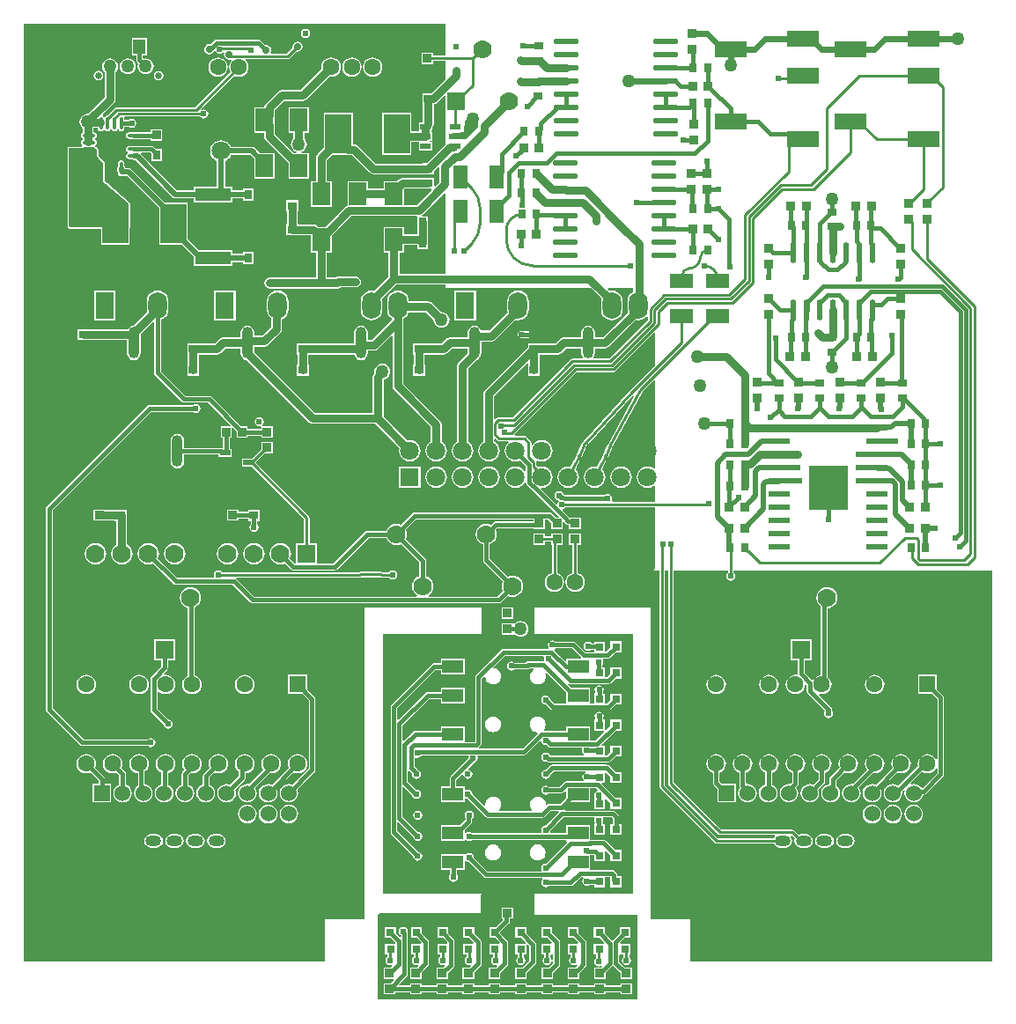
<source format=gtl>
G04*
G04 #@! TF.GenerationSoftware,Altium Limited,Altium Designer,20.2.6 (244)*
G04*
G04 Layer_Physical_Order=1*
G04 Layer_Color=255*
%FSLAX24Y24*%
%MOIN*%
G70*
G04*
G04 #@! TF.SameCoordinates,B6A14326-B2C9-468C-B45E-93355CF85A49*
G04*
G04*
G04 #@! TF.FilePolarity,Positive*
G04*
G01*
G75*
%ADD10C,0.0100*%
%ADD17C,0.0300*%
%ADD19R,0.0874X0.0580*%
%ADD20R,0.0340X0.0318*%
%ADD21R,0.0984X0.1496*%
%ADD22R,0.0669X0.0860*%
%ADD23R,0.0315X0.0354*%
%ADD24R,0.0318X0.0340*%
%ADD25R,0.0787X0.0236*%
%ADD26R,0.1500X0.1701*%
%ADD27O,0.0226X0.0802*%
%ADD28O,0.0400X0.1200*%
%ADD29R,0.0354X0.0315*%
%ADD30R,0.0315X0.0315*%
%ADD31R,0.0421X0.0209*%
%ADD32O,0.0138X0.0500*%
%ADD33O,0.0500X0.0138*%
%ADD34R,0.0866X0.0866*%
%ADD35R,0.0472X0.0551*%
%ADD36R,0.1361X0.0505*%
%ADD37R,0.0394X0.0217*%
%ADD38R,0.0800X0.0500*%
%ADD39R,0.0315X0.0315*%
%ADD40R,0.1200X0.0600*%
%ADD41O,0.0945X0.0226*%
%ADD42R,0.0580X0.0874*%
%ADD86C,0.0150*%
%ADD87C,0.0200*%
%ADD88C,0.0240*%
%ADD89C,0.0709*%
%ADD90R,0.0709X0.0709*%
%ADD91C,0.0700*%
%ADD92R,0.0700X0.0700*%
%ADD93R,0.0709X0.1024*%
%ADD94O,0.0709X0.1024*%
%ADD95O,0.0394X0.0709*%
%ADD96O,0.0394X0.0827*%
%ADD97C,0.0256*%
%ADD98R,0.0600X0.0600*%
%ADD99C,0.0600*%
%ADD100O,0.0600X0.0400*%
%ADD101R,0.0600X0.0400*%
%ADD102O,0.0600X0.1000*%
%ADD103C,0.0630*%
%ADD104R,0.0630X0.0630*%
%ADD105R,0.0630X0.0630*%
%ADD106R,0.0709X0.0709*%
%ADD107C,0.0240*%
%ADD108C,0.0500*%
%ADD109C,0.0280*%
G36*
X35850Y48252D02*
X35378D01*
Y48362D01*
X34938D01*
Y47945D01*
X35378D01*
Y48048D01*
X35850D01*
Y47371D01*
X35315Y46836D01*
X35207D01*
X35188Y46832D01*
X34973D01*
Y46417D01*
X34996D01*
Y45755D01*
X34974Y45732D01*
X34852D01*
Y45416D01*
X34807Y45404D01*
X34544D01*
Y46098D01*
X33460D01*
Y44502D01*
X34544D01*
Y44996D01*
X34807D01*
X34852Y44984D01*
X34852Y44946D01*
Y44668D01*
X35346D01*
Y44984D01*
X35280D01*
X35255Y45034D01*
X35261Y45042D01*
X35346D01*
Y45358D01*
X35303D01*
Y45416D01*
X35346D01*
Y45528D01*
X35388Y45592D01*
X35404Y45670D01*
Y46417D01*
X35427D01*
Y46434D01*
X35477Y46444D01*
X35543Y46488D01*
X35804Y46748D01*
X35850Y46729D01*
Y44896D01*
X35137Y44183D01*
X34971D01*
Y44179D01*
X33207D01*
X32540Y44846D01*
X32474Y44890D01*
X32396Y44906D01*
X32340D01*
Y46098D01*
X31255D01*
Y44790D01*
X31006Y44541D01*
X30962Y44475D01*
X30946Y44396D01*
Y43496D01*
X30765D01*
Y42536D01*
X31535D01*
Y43496D01*
X31354D01*
Y44312D01*
X31544Y44502D01*
X32120D01*
X32140Y44498D01*
X32311D01*
X32978Y43831D01*
X33044Y43787D01*
X33122Y43772D01*
X34971D01*
Y43768D01*
X35425D01*
Y43895D01*
X35577Y44047D01*
X35627Y44026D01*
Y43465D01*
X35471Y43310D01*
X35425Y43329D01*
Y43632D01*
X34971D01*
Y43628D01*
X34213D01*
X34135Y43613D01*
X34069Y43569D01*
X33996Y43496D01*
X33515D01*
Y43220D01*
X32906D01*
Y43496D01*
X32137D01*
Y42578D01*
X32120Y42574D01*
X32054Y42530D01*
X31288Y41764D01*
X31054D01*
X30998Y41820D01*
X30932Y41864D01*
X30854Y41879D01*
X30277D01*
Y41883D01*
X30255D01*
Y42367D01*
X30279D01*
Y42782D01*
X29825D01*
Y42367D01*
X29847D01*
Y41883D01*
X29823D01*
Y41468D01*
X30277D01*
Y41472D01*
X30765D01*
Y40804D01*
X30946D01*
Y39854D01*
X29200D01*
X29122Y39838D01*
X29056Y39794D01*
X29012Y39728D01*
X28996Y39650D01*
X29012Y39572D01*
X29056Y39506D01*
X29122Y39462D01*
X29200Y39446D01*
X31764D01*
X31842Y39462D01*
X31891Y39494D01*
X32448D01*
X32526Y39510D01*
X32592Y39554D01*
X32637Y39620D01*
X32652Y39698D01*
X32637Y39776D01*
X32592Y39842D01*
X32526Y39887D01*
X32448Y39902D01*
X31798D01*
X31720Y39887D01*
X31671Y39854D01*
X31354D01*
Y40804D01*
X31535D01*
Y41434D01*
X32283Y42182D01*
X34719D01*
X34767Y42177D01*
Y41723D01*
X34771D01*
Y41488D01*
X34285D01*
Y41764D01*
X33515D01*
Y40804D01*
X33696D01*
Y39890D01*
X33156Y39349D01*
X33050Y39363D01*
X32944Y39349D01*
X32846Y39309D01*
X32762Y39244D01*
X32697Y39159D01*
X32656Y39061D01*
X32642Y38956D01*
Y38641D01*
X32656Y38535D01*
X32697Y38437D01*
X32762Y38352D01*
X32846Y38287D01*
X32944Y38247D01*
X33050Y38233D01*
X33156Y38247D01*
X33254Y38287D01*
X33338Y38352D01*
X33403Y38437D01*
X33444Y38535D01*
X33458Y38641D01*
Y38956D01*
X33444Y39061D01*
X33984Y39602D01*
X35850D01*
Y39450D01*
X41367D01*
X41756Y39061D01*
X41742Y38956D01*
Y38641D01*
X41756Y38535D01*
X41797Y38437D01*
X41862Y38352D01*
X41946Y38287D01*
X42044Y38247D01*
X42150Y38233D01*
X42256Y38247D01*
X42354Y38287D01*
X42438Y38352D01*
X42503Y38437D01*
X42544Y38535D01*
X42558Y38641D01*
Y38956D01*
X42544Y39061D01*
X42503Y39159D01*
X42438Y39244D01*
X42354Y39309D01*
X42256Y39349D01*
X42150Y39363D01*
X42044Y39349D01*
X41990Y39404D01*
X42009Y39450D01*
X42966D01*
Y39321D01*
X42946Y39313D01*
X42862Y39248D01*
X42797Y39163D01*
X42756Y39065D01*
X42742Y38959D01*
Y38644D01*
X42756Y38539D01*
X41801Y37584D01*
X41505D01*
Y37780D01*
X41486Y37878D01*
X41430Y37960D01*
X41348Y38015D01*
X41250Y38035D01*
X41152Y38015D01*
X41070Y37960D01*
X41014Y37878D01*
X40995Y37780D01*
Y37584D01*
X40328D01*
X40250Y37568D01*
X40184Y37524D01*
X40011Y37351D01*
X39427D01*
Y37355D01*
X38973D01*
Y37228D01*
X37336Y35591D01*
X37292Y35525D01*
X37276Y35447D01*
Y33638D01*
X37212Y33588D01*
X37147Y33504D01*
X37106Y33406D01*
X37092Y33300D01*
X37106Y33194D01*
X37147Y33096D01*
X37212Y33012D01*
X37296Y32947D01*
X37394Y32906D01*
X37500Y32892D01*
X37606Y32906D01*
X37704Y32947D01*
X37788Y33012D01*
X37853Y33096D01*
X37894Y33194D01*
X37908Y33300D01*
X37894Y33406D01*
X37853Y33504D01*
X37788Y33588D01*
X37704Y33653D01*
X37684Y33661D01*
Y33745D01*
X37730Y33764D01*
X37804Y33690D01*
X37837Y33668D01*
X37876Y33661D01*
X38224D01*
X38241Y33611D01*
X38212Y33588D01*
X38147Y33504D01*
X38106Y33406D01*
X38092Y33300D01*
X38106Y33194D01*
X38147Y33096D01*
X38212Y33012D01*
X38296Y32947D01*
X38394Y32906D01*
X38500Y32892D01*
X38606Y32906D01*
X38682Y32938D01*
X38893Y32727D01*
Y32533D01*
X38843Y32517D01*
X38788Y32588D01*
X38704Y32653D01*
X38606Y32694D01*
X38500Y32708D01*
X38394Y32694D01*
X38296Y32653D01*
X38212Y32588D01*
X38147Y32504D01*
X38106Y32406D01*
X38092Y32300D01*
X38106Y32194D01*
X38147Y32096D01*
X38212Y32012D01*
X38296Y31947D01*
X38394Y31906D01*
X38500Y31892D01*
X38606Y31906D01*
X38704Y31947D01*
X38788Y32012D01*
X38845Y32086D01*
X38883Y32083D01*
X38898Y32076D01*
X38903Y32053D01*
X38931Y32011D01*
X39211Y31731D01*
X39227Y31720D01*
X40145Y30801D01*
X40126Y30755D01*
X40035D01*
X39870Y30920D01*
X39829Y30948D01*
X39780Y30958D01*
X34690D01*
X34642Y30948D01*
X34600Y30920D01*
X34174Y30494D01*
X34099Y30525D01*
X33995Y30538D01*
X33891Y30525D01*
X33793Y30484D01*
X33710Y30420D01*
X33646Y30337D01*
X33615Y30262D01*
X32885D01*
X32836Y30253D01*
X32795Y30225D01*
X31597Y29027D01*
X31000D01*
Y29800D01*
X30702D01*
Y30753D01*
X30694Y30792D01*
X30672Y30825D01*
X28658Y32839D01*
Y32861D01*
X29006Y33209D01*
X29320D01*
Y33627D01*
X28880D01*
Y33371D01*
X28513Y33005D01*
X28136D01*
Y32695D01*
X28513D01*
X30498Y30711D01*
Y29800D01*
X30200D01*
Y29034D01*
X30150Y29030D01*
X29959Y29221D01*
X29990Y29296D01*
X30003Y29400D01*
X29990Y29504D01*
X29949Y29602D01*
X29885Y29685D01*
X29802Y29749D01*
X29704Y29790D01*
X29600Y29803D01*
X29496Y29790D01*
X29398Y29749D01*
X29315Y29685D01*
X29251Y29602D01*
X29210Y29504D01*
X29197Y29400D01*
X29210Y29296D01*
X29251Y29198D01*
X29315Y29115D01*
X29398Y29051D01*
X29496Y29010D01*
X29600Y28997D01*
X29704Y29010D01*
X29779Y29041D01*
X30010Y28810D01*
X30051Y28782D01*
X30100Y28773D01*
X31650D01*
X31699Y28782D01*
X31740Y28810D01*
X32938Y30008D01*
X33615D01*
X33646Y29933D01*
X33710Y29850D01*
X33793Y29786D01*
X33891Y29745D01*
X33995Y29732D01*
X34099Y29745D01*
X34174Y29776D01*
X34858Y29092D01*
Y28545D01*
X34783Y28514D01*
X34700Y28450D01*
X34636Y28367D01*
X34595Y28269D01*
X34582Y28165D01*
X34595Y28061D01*
X34636Y27963D01*
X34700Y27880D01*
X34768Y27827D01*
X34751Y27777D01*
X28603D01*
X27935Y28445D01*
X27931Y28448D01*
X27946Y28498D01*
X32609D01*
X32648Y28506D01*
X32658Y28513D01*
X33372D01*
X33382Y28506D01*
X33421Y28498D01*
X33714D01*
X33727Y28477D01*
X33784Y28440D01*
X33850Y28427D01*
X33916Y28440D01*
X33973Y28477D01*
X34010Y28534D01*
X34023Y28600D01*
X34010Y28666D01*
X33973Y28723D01*
X33916Y28760D01*
X33850Y28773D01*
X33784Y28760D01*
X33727Y28723D01*
X33714Y28702D01*
X33456D01*
X33445Y28709D01*
X33406Y28717D01*
X32624D01*
X32585Y28709D01*
X32574Y28702D01*
X27389D01*
X27375Y28723D01*
X27319Y28760D01*
X27253Y28773D01*
X27186Y28760D01*
X27130Y28723D01*
X27092Y28666D01*
X27079Y28600D01*
X27092Y28534D01*
X27097Y28527D01*
X27074Y28482D01*
X25698D01*
X24959Y29221D01*
X24990Y29296D01*
X25003Y29400D01*
X24990Y29504D01*
X24949Y29602D01*
X24885Y29685D01*
X24802Y29749D01*
X24704Y29790D01*
X24600Y29803D01*
X24496Y29790D01*
X24398Y29749D01*
X24315Y29685D01*
X24251Y29602D01*
X24210Y29504D01*
X24197Y29400D01*
X24210Y29296D01*
X24251Y29198D01*
X24315Y29115D01*
X24398Y29051D01*
X24496Y29010D01*
X24600Y28997D01*
X24704Y29010D01*
X24779Y29041D01*
X25555Y28265D01*
X25596Y28237D01*
X25645Y28228D01*
X27792D01*
X28460Y27560D01*
X28501Y27532D01*
X28550Y27523D01*
X37870D01*
X37919Y27532D01*
X37960Y27560D01*
X38206Y27806D01*
X38281Y27775D01*
X38385Y27762D01*
X38489Y27775D01*
X38587Y27816D01*
X38670Y27880D01*
X38734Y27963D01*
X38775Y28061D01*
X38788Y28165D01*
X38775Y28269D01*
X38734Y28367D01*
X38670Y28450D01*
X38587Y28514D01*
X38489Y28555D01*
X38385Y28568D01*
X38281Y28555D01*
X38206Y28524D01*
X37522Y29208D01*
Y29755D01*
X37597Y29786D01*
X37680Y29850D01*
X37744Y29933D01*
X37785Y30031D01*
X37798Y30135D01*
X37785Y30239D01*
X37754Y30314D01*
X37813Y30373D01*
X39180D01*
Y30338D01*
X39620D01*
Y30703D01*
X39727D01*
X39855Y30575D01*
Y30338D01*
X40295D01*
Y30581D01*
X40341Y30601D01*
X40402Y30540D01*
X40443Y30513D01*
X40492Y30503D01*
X40530D01*
Y30338D01*
X40970D01*
Y30755D01*
X40679D01*
X40666Y30758D01*
X40545D01*
X40470Y30832D01*
X40460Y30847D01*
X40273Y31034D01*
X40290Y31089D01*
X40321Y31095D01*
X40378Y31132D01*
X40400Y31166D01*
X43800D01*
Y28850D01*
X43750Y28800D01*
X43800Y28750D01*
X43948D01*
Y20600D01*
X43956Y20561D01*
X43978Y20528D01*
X46048Y18458D01*
X46081Y18436D01*
X46120Y18428D01*
X48287D01*
X48340Y18350D01*
X48422Y18295D01*
X48520Y18275D01*
X48720D01*
X48818Y18295D01*
X48900Y18350D01*
X48955Y18432D01*
X48975Y18530D01*
X48955Y18628D01*
X48931Y18664D01*
X48954Y18720D01*
X48971Y18724D01*
X49073Y18622D01*
X49055Y18530D01*
X49075Y18432D01*
X49130Y18350D01*
X49212Y18295D01*
X49310Y18275D01*
X49510D01*
X49608Y18295D01*
X49690Y18350D01*
X49745Y18432D01*
X49765Y18530D01*
X49745Y18628D01*
X49690Y18710D01*
X49608Y18765D01*
X49510Y18785D01*
X49310D01*
X49218Y18767D01*
X49062Y18922D01*
X49029Y18944D01*
X48990Y18952D01*
X46292D01*
X44492Y20752D01*
Y28750D01*
X46548D01*
Y28686D01*
X46527Y28673D01*
X46490Y28616D01*
X46477Y28550D01*
X46490Y28484D01*
X46527Y28427D01*
X46584Y28390D01*
X46650Y28377D01*
X46716Y28390D01*
X46773Y28427D01*
X46810Y28484D01*
X46823Y28550D01*
X46810Y28616D01*
X46773Y28673D01*
X46752Y28686D01*
Y28750D01*
X56550D01*
Y13980D01*
X56520Y13950D01*
X45120D01*
Y15550D01*
X43620D01*
Y27360D01*
X39210D01*
Y26360D01*
X42935D01*
Y16520D01*
X39210D01*
Y15720D01*
X43130D01*
Y12520D01*
X33290D01*
Y15720D01*
X33370Y15800D01*
X37200D01*
Y16510D01*
X37210Y16520D01*
X33485D01*
Y26360D01*
X37210D01*
Y27360D01*
X32800D01*
Y15550D01*
X31300D01*
Y13950D01*
X19900D01*
Y49450D01*
X35850D01*
Y48252D01*
D02*
G37*
G36*
X37100Y45550D02*
X36650Y45100D01*
X36000D01*
Y45300D01*
X36550Y45350D01*
X36600Y45800D01*
X36800Y46000D01*
X37100D01*
Y45550D01*
D02*
G37*
G36*
X34971Y43217D02*
X35313D01*
X35332Y43171D01*
X34752Y42590D01*
X34285D01*
Y43208D01*
X34297Y43221D01*
X34971D01*
Y43217D01*
D02*
G37*
G36*
X35850Y43046D02*
Y40009D01*
X34104D01*
Y40804D01*
X34285D01*
Y41080D01*
X34767D01*
Y40923D01*
X35182D01*
Y41377D01*
X35178D01*
Y41723D01*
X35182D01*
Y42177D01*
X34973D01*
X34958Y42227D01*
X34980Y42242D01*
X35804Y43065D01*
X35850Y43046D01*
D02*
G37*
G36*
X43502Y38362D02*
Y38247D01*
X42038Y36782D01*
X41478D01*
X41452Y36832D01*
X41486Y36882D01*
X41505Y36980D01*
Y37176D01*
X41886D01*
X41964Y37192D01*
X42030Y37236D01*
X43044Y38251D01*
X43150Y38237D01*
X43256Y38251D01*
X43354Y38291D01*
X43438Y38356D01*
X43455Y38378D01*
X43502Y38362D01*
D02*
G37*
G36*
X40995Y36980D02*
X41014Y36882D01*
X41048Y36832D01*
X41022Y36782D01*
X40656D01*
X40617Y36774D01*
X40584Y36752D01*
X38403Y34572D01*
X37859D01*
X37820Y34564D01*
X37787Y34542D01*
X37730Y34485D01*
X37684Y34505D01*
Y35362D01*
X38949Y36627D01*
X38995Y36608D01*
Y36560D01*
X38971D01*
Y36145D01*
X39425D01*
Y36560D01*
X39403D01*
Y36940D01*
X39427D01*
Y36943D01*
X40095D01*
X40173Y36959D01*
X40240Y37003D01*
X40413Y37176D01*
X40995D01*
Y36980D01*
D02*
G37*
G36*
X43800Y37766D02*
Y36544D01*
X42860Y35604D01*
X42858Y35602D01*
X42857Y35601D01*
X41091Y33677D01*
X41090Y33677D01*
X41090D01*
X41016Y33580D01*
X40998Y33538D01*
X40995Y33532D01*
X40820Y33153D01*
X40820Y33153D01*
X40818Y33154D01*
X40812Y33140D01*
X40814Y33140D01*
X40814Y33140D01*
X40588Y32696D01*
X40500Y32708D01*
X40394Y32694D01*
X40296Y32653D01*
X40212Y32588D01*
X40147Y32504D01*
X40106Y32406D01*
X40092Y32300D01*
X40106Y32194D01*
X40147Y32096D01*
X40212Y32012D01*
X40296Y31947D01*
X40394Y31906D01*
X40500Y31892D01*
X40606Y31906D01*
X40704Y31947D01*
X40788Y32012D01*
X40853Y32096D01*
X40894Y32194D01*
X40908Y32300D01*
X40894Y32406D01*
X40853Y32504D01*
X40788Y32588D01*
X40769Y32603D01*
X40995Y33047D01*
X40996Y33048D01*
X41002Y33063D01*
X41006Y33068D01*
X41180Y33447D01*
X41182Y33446D01*
X41195Y33476D01*
X41242Y33537D01*
X41241Y33538D01*
X41241Y33539D01*
X42935Y35384D01*
X42976Y35355D01*
X42034Y33608D01*
X42010Y33564D01*
X41995Y33532D01*
X41989Y33520D01*
X41820Y33153D01*
X41820Y33153D01*
X41818Y33154D01*
X41812Y33140D01*
X41814Y33140D01*
X41814Y33140D01*
X41588Y32696D01*
X41500Y32708D01*
X41394Y32694D01*
X41296Y32653D01*
X41212Y32588D01*
X41147Y32504D01*
X41106Y32406D01*
X41092Y32300D01*
X41106Y32194D01*
X41147Y32096D01*
X41212Y32012D01*
X41296Y31947D01*
X41394Y31906D01*
X41500Y31892D01*
X41606Y31906D01*
X41704Y31947D01*
X41788Y32012D01*
X41853Y32096D01*
X41894Y32194D01*
X41908Y32300D01*
X41894Y32406D01*
X41853Y32504D01*
X41788Y32588D01*
X41769Y32603D01*
X41995Y33047D01*
X41996Y33048D01*
X42002Y33063D01*
X42006Y33068D01*
X42180Y33447D01*
X42182Y33446D01*
X42191Y33467D01*
X42190Y33467D01*
X43306Y35538D01*
X43754Y35986D01*
X43800Y35967D01*
Y32642D01*
X43750Y32618D01*
X43704Y32653D01*
X43606Y32694D01*
X43500Y32708D01*
X43394Y32694D01*
X43296Y32653D01*
X43212Y32588D01*
X43147Y32504D01*
X43106Y32406D01*
X43092Y32300D01*
X43106Y32194D01*
X43147Y32096D01*
X43212Y32012D01*
X43296Y31947D01*
X43394Y31906D01*
X43500Y31892D01*
X43606Y31906D01*
X43704Y31947D01*
X43750Y31982D01*
X43800Y31958D01*
Y31369D01*
X42168D01*
X42144Y31414D01*
X42149Y31421D01*
X42163Y31488D01*
X42149Y31554D01*
X42112Y31610D01*
X42056Y31648D01*
X41989Y31661D01*
X41923Y31648D01*
X41875Y31616D01*
X40386Y31627D01*
X40336Y31628D01*
X40321Y31635D01*
X40310Y31666D01*
X40310Y31666D01*
X40303Y31677D01*
X40273Y31723D01*
X40216Y31760D01*
X40150Y31773D01*
X40084Y31760D01*
X40027Y31723D01*
X39990Y31666D01*
X39977Y31600D01*
X39990Y31534D01*
X40027Y31477D01*
X40084Y31440D01*
X40124Y31432D01*
X40134Y31379D01*
X40132Y31378D01*
X40095Y31321D01*
X40089Y31290D01*
X40034Y31273D01*
X39457Y31850D01*
X39479Y31895D01*
X39500Y31892D01*
X39606Y31906D01*
X39704Y31947D01*
X39788Y32012D01*
X39853Y32096D01*
X39894Y32194D01*
X39908Y32300D01*
X39894Y32406D01*
X39853Y32504D01*
X39788Y32588D01*
X39704Y32653D01*
X39606Y32694D01*
X39500Y32708D01*
X39394Y32694D01*
X39366Y32682D01*
X39298Y32751D01*
Y32854D01*
X39290Y32893D01*
X39288Y32896D01*
X39321Y32936D01*
X39394Y32906D01*
X39500Y32892D01*
X39606Y32906D01*
X39704Y32947D01*
X39788Y33012D01*
X39853Y33096D01*
X39894Y33194D01*
X39908Y33300D01*
X39894Y33406D01*
X39853Y33504D01*
X39788Y33588D01*
X39704Y33653D01*
X39606Y33694D01*
X39500Y33708D01*
X39394Y33694D01*
X39296Y33653D01*
X39212Y33588D01*
X39152Y33511D01*
X39127Y33513D01*
X39102Y33524D01*
Y33600D01*
X39094Y33639D01*
X39072Y33672D01*
X38910Y33835D01*
X38876Y33857D01*
X38837Y33865D01*
X38479D01*
X38459Y33915D01*
X40822Y36278D01*
X42204D01*
X42243Y36286D01*
X42276Y36308D01*
X43754Y37785D01*
X43800Y37766D01*
D02*
G37*
G36*
X39180Y30627D02*
X37760D01*
X37711Y30618D01*
X37670Y30590D01*
X37574Y30494D01*
X37499Y30525D01*
X37395Y30538D01*
X37291Y30525D01*
X37193Y30484D01*
X37110Y30420D01*
X37046Y30337D01*
X37005Y30239D01*
X36992Y30135D01*
X37005Y30031D01*
X37046Y29933D01*
X37110Y29850D01*
X37193Y29786D01*
X37268Y29755D01*
Y29155D01*
X37277Y29106D01*
X37305Y29065D01*
X38026Y28344D01*
X37995Y28269D01*
X37982Y28165D01*
X37995Y28061D01*
X38026Y27986D01*
X37817Y27777D01*
X35219D01*
X35202Y27827D01*
X35270Y27880D01*
X35334Y27963D01*
X35375Y28061D01*
X35388Y28165D01*
X35375Y28269D01*
X35334Y28367D01*
X35270Y28450D01*
X35187Y28514D01*
X35112Y28545D01*
Y29145D01*
X35103Y29194D01*
X35075Y29235D01*
X34354Y29956D01*
X34385Y30031D01*
X34398Y30135D01*
X34385Y30239D01*
X34354Y30314D01*
X34743Y30703D01*
X39180D01*
Y30627D01*
D02*
G37*
G36*
X44288Y20710D02*
X44296Y20671D01*
X44318Y20638D01*
X46178Y18778D01*
X46211Y18756D01*
X46250Y18748D01*
X48313D01*
X48332Y18698D01*
X48287Y18632D01*
X46162D01*
X44152Y20642D01*
Y28750D01*
X44288D01*
Y20710D01*
D02*
G37*
%LPC*%
G36*
X30550Y49273D02*
X30484Y49260D01*
X30427Y49223D01*
X30390Y49166D01*
X30377Y49100D01*
X30390Y49034D01*
X30427Y48977D01*
X30484Y48940D01*
X30550Y48927D01*
X30616Y48940D01*
X30673Y48977D01*
X30710Y49034D01*
X30723Y49100D01*
X30710Y49166D01*
X30673Y49223D01*
X30616Y49260D01*
X30550Y49273D01*
D02*
G37*
G36*
X28771Y48872D02*
X27180D01*
X27131Y48863D01*
X27090Y48835D01*
X26946Y48691D01*
X26905Y48699D01*
X26831Y48684D01*
X26768Y48642D01*
X26726Y48579D01*
X26711Y48505D01*
X26726Y48431D01*
X26768Y48368D01*
X26831Y48326D01*
X26905Y48311D01*
X26979Y48326D01*
X27042Y48368D01*
X27084Y48431D01*
X27087Y48444D01*
X27138D01*
X27140Y48434D01*
X27177Y48377D01*
X27234Y48340D01*
X27300Y48327D01*
X27366Y48340D01*
X27420Y48376D01*
X27430Y48374D01*
X27467Y48354D01*
X27456Y48300D01*
X27471Y48226D01*
X27513Y48163D01*
X27576Y48121D01*
X27650Y48106D01*
X27724Y48121D01*
X27732Y48116D01*
X27732Y48115D01*
X27741Y48051D01*
X27706Y48005D01*
X27670Y47916D01*
X27657Y47821D01*
X27670Y47726D01*
X27704Y47643D01*
X26362Y46302D01*
X23387D01*
X23348Y46294D01*
X23315Y46272D01*
X23037Y45995D01*
X23020Y45991D01*
X22980Y45965D01*
X22966Y45943D01*
X22965Y45943D01*
X22911D01*
X22910Y45943D01*
X22896Y45965D01*
X22883Y45974D01*
X22873Y46035D01*
X23294Y46456D01*
X23294Y46456D01*
X23338Y46522D01*
X23354Y46600D01*
X23354Y46600D01*
Y47628D01*
X23364Y47636D01*
X23412Y47699D01*
X23442Y47772D01*
X23453Y47850D01*
X23442Y47928D01*
X23412Y48001D01*
X23364Y48064D01*
X23301Y48112D01*
X23228Y48142D01*
X23150Y48153D01*
X23072Y48142D01*
X22999Y48112D01*
X22936Y48064D01*
X22888Y48001D01*
X22858Y47928D01*
X22847Y47850D01*
X22858Y47772D01*
X22888Y47699D01*
X22936Y47636D01*
X22946Y47628D01*
Y46684D01*
X22313Y46051D01*
X22300Y46053D01*
X22222Y46042D01*
X22149Y46012D01*
X22086Y45964D01*
X22038Y45901D01*
X22008Y45828D01*
X21997Y45750D01*
X22008Y45672D01*
X22038Y45599D01*
X22086Y45536D01*
X22122Y45508D01*
Y45340D01*
X22085Y45316D01*
X22059Y45276D01*
X22050Y45230D01*
X22059Y45184D01*
X22085Y45144D01*
X22108Y45129D01*
Y45075D01*
X22085Y45060D01*
X22059Y45020D01*
X22050Y44974D01*
X22059Y44928D01*
X22085Y44888D01*
X22087Y44887D01*
X22091Y44830D01*
X22063Y44804D01*
X21600D01*
X21562Y44788D01*
X21546Y44750D01*
Y41800D01*
X21546Y41800D01*
X21562Y41762D01*
X21562Y41762D01*
X21612Y41712D01*
X21650Y41696D01*
X21650Y41696D01*
X22806D01*
Y41102D01*
X23890D01*
Y41716D01*
X23904Y41750D01*
Y42650D01*
X23903Y42652D01*
X23904Y42653D01*
X23896Y42671D01*
X23890Y42684D01*
Y42698D01*
X23877D01*
X23037Y43439D01*
X22954Y43522D01*
Y44200D01*
X22954Y44200D01*
X22938Y44238D01*
X22938Y44238D01*
X22771Y44405D01*
X22760Y44410D01*
X22755Y44421D01*
X22755Y44421D01*
X22704Y44472D01*
Y44700D01*
X22704Y44700D01*
X22688Y44738D01*
X22688Y44738D01*
X22638Y44788D01*
X22626Y44794D01*
X22619Y44804D01*
X22597Y44818D01*
X22597Y44819D01*
Y44873D01*
X22597Y44874D01*
X22619Y44888D01*
X22645Y44928D01*
X22654Y44974D01*
X22645Y45020D01*
X22619Y45060D01*
X22597Y45074D01*
X22597Y45075D01*
Y45129D01*
X22597Y45130D01*
X22619Y45144D01*
X22645Y45184D01*
X22654Y45230D01*
X22645Y45276D01*
X22619Y45316D01*
X22579Y45342D01*
X22533Y45351D01*
X22530D01*
Y45520D01*
X22689D01*
Y45517D01*
X22698Y45471D01*
X22724Y45431D01*
X22764Y45405D01*
X22810Y45396D01*
X22856Y45405D01*
X22896Y45431D01*
X22910Y45453D01*
X22911Y45453D01*
X22965D01*
X22966Y45453D01*
X22980Y45431D01*
X23020Y45405D01*
X23066Y45396D01*
X23112Y45405D01*
X23152Y45431D01*
X23166Y45453D01*
X23167Y45453D01*
X23221D01*
X23222Y45453D01*
X23236Y45431D01*
X23276Y45405D01*
X23322Y45396D01*
X23368Y45405D01*
X23408Y45431D01*
X23422Y45453D01*
X23423Y45453D01*
X23477D01*
X23478Y45453D01*
X23492Y45431D01*
X23532Y45405D01*
X23578Y45396D01*
X23624Y45405D01*
X23664Y45431D01*
X23690Y45471D01*
X23699Y45517D01*
Y45572D01*
X23858D01*
X23905Y45540D01*
X23972Y45527D01*
X24038Y45540D01*
X24094Y45577D01*
X24132Y45634D01*
X24145Y45700D01*
X24132Y45766D01*
X24094Y45823D01*
X24038Y45860D01*
X23972Y45873D01*
X23905Y45860D01*
X23855Y45826D01*
X23699D01*
Y45879D01*
X23695Y45898D01*
X23731Y45948D01*
X26564D01*
X26577Y45927D01*
X26634Y45890D01*
X26700Y45877D01*
X26766Y45890D01*
X26823Y45927D01*
X26860Y45984D01*
X26873Y46050D01*
X26860Y46116D01*
X26823Y46173D01*
X26766Y46210D01*
X26700Y46223D01*
X26634Y46210D01*
X26621Y46201D01*
X26589Y46240D01*
X27848Y47499D01*
X27930Y47465D01*
X28025Y47453D01*
X28120Y47465D01*
X28209Y47502D01*
X28285Y47561D01*
X28344Y47637D01*
X28381Y47726D01*
X28393Y47821D01*
X28381Y47916D01*
X28344Y48005D01*
X28285Y48081D01*
X28279Y48087D01*
X28295Y48134D01*
X29886D01*
X29925Y48142D01*
X29958Y48164D01*
X30209Y48414D01*
X30250Y48406D01*
X30324Y48421D01*
X30387Y48463D01*
X30429Y48526D01*
X30444Y48600D01*
X30429Y48674D01*
X30387Y48737D01*
X30324Y48779D01*
X30250Y48794D01*
X30176Y48779D01*
X30113Y48737D01*
X30071Y48674D01*
X30056Y48600D01*
X30064Y48559D01*
X29844Y48338D01*
X29251D01*
X29224Y48388D01*
X29234Y48402D01*
X29248Y48476D01*
X29234Y48550D01*
X29192Y48613D01*
X29129Y48655D01*
X29055Y48670D01*
X29031Y48665D01*
X28861Y48835D01*
X28820Y48863D01*
X28771Y48872D01*
D02*
G37*
G36*
X24550Y48926D02*
X23978D01*
Y48274D01*
X24136D01*
Y48100D01*
X24146Y48051D01*
X24174Y48009D01*
X24221Y47962D01*
X24208Y47928D01*
X24197Y47850D01*
X24208Y47772D01*
X24238Y47699D01*
X24286Y47636D01*
X24349Y47588D01*
X24422Y47558D01*
X24500Y47547D01*
X24578Y47558D01*
X24651Y47588D01*
X24714Y47636D01*
X24762Y47699D01*
X24792Y47772D01*
X24803Y47850D01*
X24792Y47928D01*
X24762Y48001D01*
X24714Y48064D01*
X24651Y48112D01*
X24578Y48142D01*
X24500Y48153D01*
X24438Y48144D01*
X24400Y48172D01*
X24391Y48184D01*
Y48274D01*
X24550D01*
Y48926D01*
D02*
G37*
G36*
X23825Y48153D02*
X23747Y48142D01*
X23674Y48112D01*
X23611Y48064D01*
X23563Y48001D01*
X23533Y47928D01*
X23522Y47850D01*
X23533Y47772D01*
X23563Y47699D01*
X23611Y47636D01*
X23674Y47588D01*
X23747Y47558D01*
X23825Y47547D01*
X23903Y47558D01*
X23976Y47588D01*
X24039Y47636D01*
X24087Y47699D01*
X24117Y47772D01*
X24128Y47850D01*
X24117Y47928D01*
X24087Y48001D01*
X24039Y48064D01*
X23976Y48112D01*
X23903Y48142D01*
X23825Y48153D01*
D02*
G37*
G36*
X33094Y48189D02*
X32998Y48176D01*
X32910Y48140D01*
X32833Y48081D01*
X32775Y48005D01*
X32738Y47916D01*
X32726Y47821D01*
X32738Y47726D01*
X32775Y47637D01*
X32833Y47561D01*
X32910Y47502D01*
X32998Y47465D01*
X33094Y47453D01*
X33189Y47465D01*
X33278Y47502D01*
X33354Y47561D01*
X33412Y47637D01*
X33449Y47726D01*
X33462Y47821D01*
X33449Y47916D01*
X33412Y48005D01*
X33354Y48081D01*
X33278Y48140D01*
X33189Y48176D01*
X33094Y48189D01*
D02*
G37*
G36*
X32306D02*
X32211Y48176D01*
X32122Y48140D01*
X32046Y48081D01*
X31988Y48005D01*
X31951Y47916D01*
X31938Y47821D01*
X31951Y47726D01*
X31988Y47637D01*
X32046Y47561D01*
X32122Y47502D01*
X32211Y47465D01*
X32306Y47453D01*
X32402Y47465D01*
X32490Y47502D01*
X32567Y47561D01*
X32625Y47637D01*
X32662Y47726D01*
X32674Y47821D01*
X32662Y47916D01*
X32625Y48005D01*
X32567Y48081D01*
X32490Y48140D01*
X32402Y48176D01*
X32306Y48189D01*
D02*
G37*
G36*
X31519D02*
X31424Y48176D01*
X31335Y48140D01*
X31259Y48081D01*
X31200Y48005D01*
X31163Y47916D01*
X31151Y47821D01*
X31160Y47750D01*
X30364Y46954D01*
X29650D01*
X29572Y46938D01*
X29506Y46894D01*
X29040Y46429D01*
X28996Y46363D01*
X28983Y46296D01*
X28615D01*
Y45336D01*
X28981D01*
Y45199D01*
X28996Y45121D01*
X29040Y45055D01*
X29876Y44220D01*
X29915Y44193D01*
Y43604D01*
X30685D01*
Y44564D01*
X30403D01*
X30393Y44614D01*
X30451Y44638D01*
X30514Y44686D01*
X30562Y44749D01*
X30592Y44822D01*
X30603Y44900D01*
X30592Y44978D01*
X30562Y45051D01*
X30514Y45114D01*
X30504Y45122D01*
Y45336D01*
X30685D01*
Y46296D01*
X29915D01*
Y45336D01*
X30096D01*
Y45122D01*
X30086Y45114D01*
X30038Y45051D01*
X30008Y44978D01*
X29997Y44900D01*
X30008Y44822D01*
X30038Y44749D01*
X30086Y44686D01*
X30149Y44638D01*
X30207Y44614D01*
X30197Y44564D01*
X30135D01*
X30115Y44568D01*
X30104D01*
X29389Y45284D01*
Y45631D01*
X29385Y45651D01*
Y45981D01*
X29389Y46001D01*
Y46200D01*
X29734Y46546D01*
X30448D01*
X30526Y46562D01*
X30592Y46606D01*
X31448Y47462D01*
X31519Y47453D01*
X31614Y47465D01*
X31703Y47502D01*
X31779Y47561D01*
X31838Y47637D01*
X31874Y47726D01*
X31887Y47821D01*
X31874Y47916D01*
X31838Y48005D01*
X31779Y48081D01*
X31703Y48140D01*
X31614Y48176D01*
X31519Y48189D01*
D02*
G37*
G36*
X27238D02*
X27143Y48176D01*
X27054Y48140D01*
X26978Y48081D01*
X26919Y48005D01*
X26882Y47916D01*
X26870Y47821D01*
X26882Y47726D01*
X26919Y47637D01*
X26978Y47561D01*
X27054Y47502D01*
X27143Y47465D01*
X27238Y47453D01*
X27333Y47465D01*
X27422Y47502D01*
X27498Y47561D01*
X27557Y47637D01*
X27593Y47726D01*
X27606Y47821D01*
X27593Y47916D01*
X27557Y48005D01*
X27498Y48081D01*
X27422Y48140D01*
X27333Y48176D01*
X27238Y48189D01*
D02*
G37*
G36*
X22708Y47683D02*
X22639Y47669D01*
X22580Y47630D01*
X22541Y47571D01*
X22527Y47502D01*
X22541Y47432D01*
X22580Y47374D01*
X22639Y47334D01*
X22708Y47320D01*
X22778Y47334D01*
X22837Y47374D01*
X22876Y47432D01*
X22890Y47502D01*
X22876Y47571D01*
X22837Y47630D01*
X22778Y47669D01*
X22708Y47683D01*
D02*
G37*
G36*
X24992Y47679D02*
X24922Y47665D01*
X24863Y47626D01*
X24824Y47567D01*
X24810Y47498D01*
X24824Y47428D01*
X24863Y47370D01*
X24922Y47330D01*
X24992Y47316D01*
X25061Y47330D01*
X25120Y47370D01*
X25159Y47428D01*
X25173Y47498D01*
X25159Y47567D01*
X25120Y47626D01*
X25061Y47665D01*
X24992Y47679D01*
D02*
G37*
G36*
X25112Y45470D02*
X24695D01*
Y45362D01*
X24054D01*
X24005Y45352D01*
X24001Y45349D01*
X23867D01*
X23821Y45340D01*
X23781Y45314D01*
X23755Y45274D01*
X23746Y45228D01*
X23755Y45182D01*
X23781Y45142D01*
X23821Y45116D01*
X23867Y45107D01*
X24017D01*
X24048Y45101D01*
X24079Y45107D01*
X24695D01*
Y45030D01*
X25112D01*
Y45470D01*
D02*
G37*
G36*
X27350Y45058D02*
X27244Y45044D01*
X27146Y45003D01*
X27062Y44938D01*
X26997Y44854D01*
X26956Y44756D01*
X26942Y44650D01*
X26956Y44544D01*
X26997Y44446D01*
X27062Y44362D01*
X27146Y44297D01*
X27197Y44276D01*
Y43310D01*
X26320D01*
Y43160D01*
X25683D01*
X24342Y44501D01*
X24341Y44506D01*
X24320Y44539D01*
X24328Y44567D01*
X24341Y44589D01*
X24675D01*
X24717Y44547D01*
Y44273D01*
X25132D01*
Y44727D01*
X24897D01*
X24818Y44806D01*
X24777Y44834D01*
X24728Y44843D01*
X24048D01*
X24017Y44837D01*
X23867D01*
X23821Y44828D01*
X23781Y44802D01*
X23755Y44762D01*
X23746Y44716D01*
X23755Y44670D01*
X23781Y44630D01*
X23803Y44616D01*
X23803Y44615D01*
Y44561D01*
X23803Y44560D01*
X23781Y44546D01*
X23755Y44506D01*
X23746Y44460D01*
X23755Y44414D01*
X23781Y44374D01*
X23821Y44348D01*
X23867Y44339D01*
X23959D01*
X23990Y44319D01*
X24048Y44307D01*
X24104D01*
X25512Y42899D01*
X25561Y42866D01*
X25620Y42854D01*
X26320D01*
Y42705D01*
X27780D01*
Y42851D01*
X28167D01*
Y42773D01*
X28582D01*
Y43227D01*
X28167D01*
Y43157D01*
X27780D01*
Y43310D01*
X27503D01*
Y44276D01*
X27554Y44297D01*
X27638Y44362D01*
X27703Y44446D01*
X27724Y44497D01*
X28466D01*
X28615Y44348D01*
Y43604D01*
X29385D01*
Y44564D01*
X28832D01*
X28637Y44758D01*
X28588Y44791D01*
X28529Y44803D01*
X27724D01*
X27703Y44854D01*
X27638Y44938D01*
X27554Y45003D01*
X27456Y45044D01*
X27350Y45058D01*
D02*
G37*
G36*
X23578Y44304D02*
X23532Y44295D01*
X23492Y44269D01*
X23466Y44229D01*
X23457Y44183D01*
Y44091D01*
X23437Y44061D01*
X23425Y44002D01*
Y43883D01*
X23437Y43825D01*
X23464Y43783D01*
X23466Y43775D01*
X23492Y43735D01*
X23532Y43709D01*
X23578Y43700D01*
X23592Y43702D01*
X23609Y43699D01*
X23793D01*
X25010Y42482D01*
Y41102D01*
X25878D01*
X26320Y40661D01*
Y40290D01*
X27780D01*
Y40443D01*
X28167D01*
Y40373D01*
X28582D01*
Y40827D01*
X28167D01*
Y40749D01*
X27780D01*
Y40895D01*
X26912D01*
X26898Y40898D01*
X26515D01*
X26095Y41318D01*
Y42698D01*
X25227D01*
X23964Y43960D01*
X23915Y43993D01*
X23856Y44005D01*
X23730D01*
X23719Y44061D01*
X23699Y44091D01*
Y44183D01*
X23690Y44229D01*
X23664Y44269D01*
X23624Y44295D01*
X23578Y44304D01*
D02*
G37*
G36*
X38600Y39367D02*
X38494Y39353D01*
X38396Y39313D01*
X38312Y39248D01*
X38247Y39163D01*
X38206Y39065D01*
X38192Y38959D01*
Y38644D01*
X38206Y38539D01*
X37516Y37848D01*
X37191D01*
X37185Y37878D01*
X37130Y37960D01*
X37048Y38015D01*
X36950Y38035D01*
X36852Y38015D01*
X36770Y37960D01*
X36714Y37878D01*
X36695Y37780D01*
Y37584D01*
X36003D01*
X35925Y37568D01*
X35859Y37524D01*
X35686Y37351D01*
X35077D01*
Y37355D01*
X34623D01*
Y36940D01*
X34645D01*
Y36560D01*
X34621D01*
Y36145D01*
X35075D01*
Y36560D01*
X35053D01*
Y36940D01*
X35077D01*
Y36943D01*
X35770D01*
X35848Y36959D01*
X35915Y37003D01*
X36088Y37176D01*
X36695D01*
Y36994D01*
X36356Y36655D01*
X36312Y36589D01*
X36296Y36511D01*
Y33653D01*
X36212Y33588D01*
X36147Y33504D01*
X36106Y33406D01*
X36092Y33300D01*
X36106Y33194D01*
X36147Y33096D01*
X36212Y33012D01*
X36296Y32947D01*
X36394Y32906D01*
X36500Y32892D01*
X36606Y32906D01*
X36704Y32947D01*
X36788Y33012D01*
X36853Y33096D01*
X36894Y33194D01*
X36908Y33300D01*
X36894Y33406D01*
X36853Y33504D01*
X36788Y33588D01*
X36704Y33653D01*
Y36426D01*
X37016Y36738D01*
X37048Y36744D01*
X37130Y36800D01*
X37185Y36882D01*
X37205Y36980D01*
Y37441D01*
X37600D01*
X37678Y37456D01*
X37744Y37500D01*
X38494Y38251D01*
X38600Y38237D01*
X38706Y38251D01*
X38804Y38291D01*
X38888Y38356D01*
X38953Y38441D01*
X38994Y38539D01*
X39008Y38644D01*
Y38959D01*
X38994Y39065D01*
X38953Y39163D01*
X38888Y39248D01*
X38804Y39313D01*
X38706Y39353D01*
X38600Y39367D01*
D02*
G37*
G36*
X37004Y39360D02*
X36196D01*
Y38236D01*
X37004D01*
Y39360D01*
D02*
G37*
G36*
X27904D02*
X27096D01*
Y38236D01*
X27904D01*
Y39360D01*
D02*
G37*
G36*
X23354D02*
X22546D01*
Y38236D01*
X23354D01*
Y39360D01*
D02*
G37*
G36*
X34050Y39367D02*
X33944Y39353D01*
X33846Y39313D01*
X33762Y39248D01*
X33697Y39163D01*
X33656Y39065D01*
X33642Y38959D01*
Y38644D01*
X33656Y38539D01*
X33697Y38441D01*
X33762Y38356D01*
X33810Y38319D01*
X33814Y38253D01*
X33066Y37504D01*
X32905D01*
Y37780D01*
X32885Y37878D01*
X32830Y37960D01*
X32748Y38015D01*
X32650Y38035D01*
X32552Y38015D01*
X32470Y37960D01*
X32415Y37878D01*
X32395Y37780D01*
Y37351D01*
X30677D01*
Y37355D01*
X30223D01*
Y36940D01*
X30245D01*
Y36560D01*
X30221D01*
Y36145D01*
X30675D01*
Y36560D01*
X30653D01*
Y36940D01*
X30677D01*
Y36943D01*
X32402D01*
X32415Y36882D01*
X32470Y36800D01*
X32552Y36744D01*
X32650Y36725D01*
X32748Y36744D01*
X32830Y36800D01*
X32885Y36882D01*
X32905Y36980D01*
Y37096D01*
X33150D01*
X33228Y37112D01*
X33294Y37156D01*
X33800Y37661D01*
X33846Y37642D01*
Y35750D01*
X33862Y35672D01*
X33906Y35606D01*
X35296Y34216D01*
Y33653D01*
X35212Y33588D01*
X35147Y33504D01*
X35106Y33406D01*
X35092Y33300D01*
X35106Y33194D01*
X35147Y33096D01*
X35212Y33012D01*
X35296Y32947D01*
X35394Y32906D01*
X35500Y32892D01*
X35606Y32906D01*
X35704Y32947D01*
X35788Y33012D01*
X35853Y33096D01*
X35894Y33194D01*
X35908Y33300D01*
X35894Y33406D01*
X35853Y33504D01*
X35788Y33588D01*
X35704Y33653D01*
Y34300D01*
X35704Y34300D01*
X35688Y34378D01*
X35644Y34444D01*
X34254Y35834D01*
Y38291D01*
X34338Y38356D01*
X34403Y38441D01*
X34444Y38539D01*
X34445Y38546D01*
X35116D01*
X35399Y38263D01*
X35397Y38250D01*
X35408Y38172D01*
X35438Y38099D01*
X35486Y38036D01*
X35549Y37988D01*
X35622Y37958D01*
X35700Y37947D01*
X35778Y37958D01*
X35851Y37988D01*
X35914Y38036D01*
X35962Y38099D01*
X35992Y38172D01*
X36003Y38250D01*
X35992Y38328D01*
X35962Y38401D01*
X35914Y38464D01*
X35851Y38512D01*
X35778Y38542D01*
X35700Y38553D01*
X35687Y38551D01*
X35344Y38894D01*
X35278Y38938D01*
X35200Y38954D01*
X34458D01*
Y38959D01*
X34444Y39065D01*
X34403Y39163D01*
X34338Y39248D01*
X34254Y39313D01*
X34156Y39353D01*
X34050Y39367D01*
D02*
G37*
G36*
X29500D02*
X29394Y39353D01*
X29296Y39313D01*
X29212Y39248D01*
X29147Y39163D01*
X29106Y39065D01*
X29092Y38959D01*
Y38644D01*
X29106Y38539D01*
X29147Y38441D01*
X29212Y38356D01*
X29246Y38330D01*
Y37984D01*
X28916Y37654D01*
X28605D01*
Y37780D01*
X28586Y37878D01*
X28530Y37960D01*
X28448Y38015D01*
X28350Y38035D01*
X28252Y38015D01*
X28170Y37960D01*
X28115Y37878D01*
X28095Y37780D01*
Y37584D01*
X27428D01*
X27350Y37568D01*
X27284Y37524D01*
X27111Y37351D01*
X26527D01*
Y37355D01*
X26073D01*
Y36940D01*
X26095D01*
Y36560D01*
X26071D01*
Y36145D01*
X26525D01*
Y36560D01*
X26503D01*
Y36940D01*
X26527D01*
Y36943D01*
X27195D01*
X27273Y36959D01*
X27340Y37003D01*
X27513Y37176D01*
X28095D01*
Y36980D01*
X28115Y36882D01*
X28170Y36800D01*
X28252Y36744D01*
X28333Y36728D01*
X30686Y34376D01*
X30752Y34332D01*
X30830Y34316D01*
X30830Y34316D01*
X33196D01*
X34106Y33406D01*
X34092Y33300D01*
X34106Y33194D01*
X34147Y33096D01*
X34212Y33012D01*
X34296Y32947D01*
X34394Y32906D01*
X34500Y32892D01*
X34606Y32906D01*
X34704Y32947D01*
X34788Y33012D01*
X34853Y33096D01*
X34894Y33194D01*
X34908Y33300D01*
X34894Y33406D01*
X34853Y33504D01*
X34788Y33588D01*
X34704Y33653D01*
X34606Y33694D01*
X34500Y33708D01*
X34394Y33694D01*
X33504Y34584D01*
Y35997D01*
X33535Y36001D01*
X33608Y36031D01*
X33671Y36079D01*
X33719Y36142D01*
X33749Y36215D01*
X33759Y36293D01*
X33749Y36372D01*
X33719Y36445D01*
X33671Y36507D01*
X33608Y36555D01*
X33535Y36586D01*
X33457Y36596D01*
X33378Y36586D01*
X33305Y36555D01*
X33243Y36507D01*
X33195Y36445D01*
X33164Y36372D01*
X33154Y36293D01*
X33160Y36245D01*
X33156Y36240D01*
X33112Y36174D01*
X33096Y36096D01*
Y34724D01*
X30914D01*
X28605Y37033D01*
Y37246D01*
X29000D01*
X29078Y37262D01*
X29144Y37306D01*
X29594Y37756D01*
X29638Y37822D01*
X29654Y37900D01*
Y38271D01*
X29704Y38291D01*
X29788Y38356D01*
X29853Y38441D01*
X29894Y38539D01*
X29908Y38644D01*
Y38959D01*
X29894Y39065D01*
X29853Y39163D01*
X29788Y39248D01*
X29704Y39313D01*
X29606Y39353D01*
X29500Y39367D01*
D02*
G37*
G36*
X39200Y37826D02*
X38702D01*
X38653Y37816D01*
X38612Y37788D01*
X38584Y37747D01*
X38574Y37698D01*
X38584Y37650D01*
X38612Y37608D01*
X38653Y37581D01*
X38702Y37571D01*
X39200D01*
X39249Y37581D01*
X39290Y37608D01*
X39318Y37650D01*
X39327Y37698D01*
X39318Y37747D01*
X39290Y37788D01*
X39249Y37816D01*
X39200Y37826D01*
D02*
G37*
G36*
X26400Y35073D02*
X26334Y35060D01*
X26285Y35027D01*
X24650D01*
X24601Y35018D01*
X24560Y34990D01*
X20760Y31190D01*
X20732Y31149D01*
X20723Y31100D01*
Y23500D01*
X20732Y23451D01*
X20760Y23410D01*
X22010Y22160D01*
X22051Y22132D01*
X22100Y22123D01*
X24585D01*
X24634Y22090D01*
X24700Y22077D01*
X24766Y22090D01*
X24823Y22127D01*
X24860Y22184D01*
X24873Y22250D01*
X24860Y22316D01*
X24823Y22373D01*
X24766Y22410D01*
X24700Y22423D01*
X24634Y22410D01*
X24585Y22377D01*
X22153D01*
X20977Y23553D01*
Y31047D01*
X24703Y34773D01*
X26285D01*
X26334Y34740D01*
X26400Y34727D01*
X26466Y34740D01*
X26523Y34777D01*
X26560Y34834D01*
X26573Y34900D01*
X26560Y34966D01*
X26523Y35023D01*
X26466Y35060D01*
X26400Y35073D01*
D02*
G37*
G36*
X24950Y39367D02*
X24844Y39353D01*
X24746Y39313D01*
X24662Y39248D01*
X24597Y39163D01*
X24556Y39065D01*
X24542Y38959D01*
Y38644D01*
X24554Y38555D01*
X24030Y38031D01*
X23952Y38015D01*
X23870Y37960D01*
X23827Y37896D01*
X22377D01*
Y37900D01*
X21923D01*
Y37485D01*
X22377D01*
Y37488D01*
X23795D01*
Y36980D01*
X23814Y36882D01*
X23870Y36800D01*
X23952Y36744D01*
X24050Y36725D01*
X24148Y36744D01*
X24230Y36800D01*
X24286Y36882D01*
X24305Y36980D01*
Y37729D01*
X24776Y38200D01*
X24823Y38181D01*
Y36250D01*
X24832Y36201D01*
X24860Y36160D01*
X25860Y35160D01*
X25901Y35132D01*
X25950Y35123D01*
X26859D01*
X27715Y34266D01*
X27696Y34220D01*
X27348D01*
Y33780D01*
X27429D01*
Y33432D01*
X27415Y33419D01*
X27379Y33400D01*
X27341Y33407D01*
X25955D01*
Y33680D01*
X25935Y33778D01*
X25880Y33860D01*
X25798Y33916D01*
X25700Y33935D01*
X25602Y33916D01*
X25520Y33860D01*
X25464Y33778D01*
X25445Y33680D01*
Y32880D01*
X25464Y32782D01*
X25520Y32700D01*
X25602Y32645D01*
X25700Y32625D01*
X25798Y32645D01*
X25880Y32700D01*
X25935Y32782D01*
X25955Y32880D01*
Y33153D01*
X27243D01*
Y33069D01*
X27764D01*
Y33379D01*
X27684D01*
Y33780D01*
X27766D01*
Y34150D01*
X27812Y34169D01*
X27941Y34040D01*
Y33780D01*
X28359D01*
Y33878D01*
X28880D01*
Y33803D01*
X29320D01*
Y34220D01*
X28927D01*
X28912Y34270D01*
X28923Y34277D01*
X28960Y34334D01*
X28973Y34400D01*
X28960Y34466D01*
X28923Y34523D01*
X28866Y34560D01*
X28800Y34573D01*
X28734Y34560D01*
X28677Y34523D01*
X28640Y34466D01*
X28627Y34400D01*
X28640Y34334D01*
X28677Y34277D01*
X28734Y34240D01*
X28800Y34227D01*
X28836Y34234D01*
X28880Y34193D01*
Y34133D01*
X28359D01*
Y34220D01*
X28121D01*
X27001Y35340D01*
X26960Y35368D01*
X26911Y35377D01*
X26003D01*
X25077Y36303D01*
Y38260D01*
X25154Y38291D01*
X25238Y38356D01*
X25303Y38441D01*
X25344Y38539D01*
X25358Y38644D01*
Y38959D01*
X25344Y39065D01*
X25303Y39163D01*
X25238Y39248D01*
X25154Y39313D01*
X25056Y39353D01*
X24950Y39367D01*
D02*
G37*
G36*
X34904Y32704D02*
X34096D01*
Y31896D01*
X34904D01*
Y32704D01*
D02*
G37*
G36*
X37500Y32708D02*
X37394Y32694D01*
X37296Y32653D01*
X37212Y32588D01*
X37147Y32504D01*
X37106Y32406D01*
X37092Y32300D01*
X37106Y32194D01*
X37147Y32096D01*
X37212Y32012D01*
X37296Y31947D01*
X37394Y31906D01*
X37500Y31892D01*
X37606Y31906D01*
X37704Y31947D01*
X37788Y32012D01*
X37853Y32096D01*
X37894Y32194D01*
X37908Y32300D01*
X37894Y32406D01*
X37853Y32504D01*
X37788Y32588D01*
X37704Y32653D01*
X37606Y32694D01*
X37500Y32708D01*
D02*
G37*
G36*
X36500D02*
X36394Y32694D01*
X36296Y32653D01*
X36212Y32588D01*
X36147Y32504D01*
X36106Y32406D01*
X36092Y32300D01*
X36106Y32194D01*
X36147Y32096D01*
X36212Y32012D01*
X36296Y31947D01*
X36394Y31906D01*
X36500Y31892D01*
X36606Y31906D01*
X36704Y31947D01*
X36788Y32012D01*
X36853Y32096D01*
X36894Y32194D01*
X36908Y32300D01*
X36894Y32406D01*
X36853Y32504D01*
X36788Y32588D01*
X36704Y32653D01*
X36606Y32694D01*
X36500Y32708D01*
D02*
G37*
G36*
X35500D02*
X35394Y32694D01*
X35296Y32653D01*
X35212Y32588D01*
X35147Y32504D01*
X35106Y32406D01*
X35092Y32300D01*
X35106Y32194D01*
X35147Y32096D01*
X35212Y32012D01*
X35296Y31947D01*
X35394Y31906D01*
X35500Y31892D01*
X35606Y31906D01*
X35704Y31947D01*
X35788Y32012D01*
X35853Y32096D01*
X35894Y32194D01*
X35908Y32300D01*
X35894Y32406D01*
X35853Y32504D01*
X35788Y32588D01*
X35704Y32653D01*
X35606Y32694D01*
X35500Y32708D01*
D02*
G37*
G36*
X28020Y31066D02*
X27580D01*
Y30648D01*
X28020D01*
Y30726D01*
X28373D01*
Y30643D01*
X28473D01*
Y30515D01*
X28440Y30466D01*
X28427Y30400D01*
X28440Y30334D01*
X28477Y30277D01*
X28534Y30240D01*
X28600Y30227D01*
X28666Y30240D01*
X28723Y30277D01*
X28760Y30334D01*
X28773Y30400D01*
X28760Y30466D01*
X28727Y30515D01*
Y30643D01*
X28827D01*
Y31057D01*
X28373D01*
Y30981D01*
X28020D01*
Y31066D01*
D02*
G37*
G36*
X40295Y30162D02*
X39855D01*
Y30055D01*
X39620D01*
Y30162D01*
X39180D01*
Y29745D01*
X39620D01*
Y29851D01*
X39855D01*
Y29745D01*
X39867D01*
Y28674D01*
X39785Y28640D01*
X39709Y28582D01*
X39650Y28505D01*
X39613Y28417D01*
X39601Y28321D01*
X39613Y28226D01*
X39650Y28137D01*
X39709Y28061D01*
X39785Y28002D01*
X39874Y27966D01*
X39969Y27953D01*
X40064Y27966D01*
X40153Y28002D01*
X40229Y28061D01*
X40288Y28137D01*
X40324Y28226D01*
X40337Y28321D01*
X40324Y28417D01*
X40288Y28505D01*
X40229Y28582D01*
X40153Y28640D01*
X40071Y28674D01*
Y29745D01*
X40295D01*
Y30162D01*
D02*
G37*
G36*
X28600Y29803D02*
X28496Y29790D01*
X28398Y29749D01*
X28315Y29685D01*
X28251Y29602D01*
X28210Y29504D01*
X28197Y29400D01*
X28210Y29296D01*
X28251Y29198D01*
X28315Y29115D01*
X28398Y29051D01*
X28496Y29010D01*
X28600Y28997D01*
X28704Y29010D01*
X28802Y29051D01*
X28885Y29115D01*
X28949Y29198D01*
X28990Y29296D01*
X29003Y29400D01*
X28990Y29504D01*
X28949Y29602D01*
X28885Y29685D01*
X28802Y29749D01*
X28704Y29790D01*
X28600Y29803D01*
D02*
G37*
G36*
X27600D02*
X27496Y29790D01*
X27398Y29749D01*
X27315Y29685D01*
X27251Y29602D01*
X27210Y29504D01*
X27197Y29400D01*
X27210Y29296D01*
X27251Y29198D01*
X27315Y29115D01*
X27398Y29051D01*
X27496Y29010D01*
X27600Y28997D01*
X27704Y29010D01*
X27802Y29051D01*
X27885Y29115D01*
X27949Y29198D01*
X27990Y29296D01*
X28003Y29400D01*
X27990Y29504D01*
X27949Y29602D01*
X27885Y29685D01*
X27802Y29749D01*
X27704Y29790D01*
X27600Y29803D01*
D02*
G37*
G36*
X25600D02*
X25496Y29790D01*
X25398Y29749D01*
X25315Y29685D01*
X25251Y29602D01*
X25210Y29504D01*
X25197Y29400D01*
X25210Y29296D01*
X25251Y29198D01*
X25315Y29115D01*
X25398Y29051D01*
X25496Y29010D01*
X25600Y28997D01*
X25704Y29010D01*
X25802Y29051D01*
X25885Y29115D01*
X25949Y29198D01*
X25990Y29296D01*
X26003Y29400D01*
X25990Y29504D01*
X25949Y29602D01*
X25885Y29685D01*
X25802Y29749D01*
X25704Y29790D01*
X25600Y29803D01*
D02*
G37*
G36*
X22970Y31066D02*
X22530D01*
Y30648D01*
X22970D01*
Y30650D01*
X23323D01*
Y30643D01*
X23371D01*
Y29729D01*
X23315Y29685D01*
X23251Y29602D01*
X23210Y29504D01*
X23197Y29400D01*
X23210Y29296D01*
X23251Y29198D01*
X23315Y29115D01*
X23398Y29051D01*
X23496Y29010D01*
X23600Y28997D01*
X23704Y29010D01*
X23802Y29051D01*
X23885Y29115D01*
X23949Y29198D01*
X23990Y29296D01*
X24003Y29400D01*
X23990Y29504D01*
X23949Y29602D01*
X23885Y29685D01*
X23802Y29749D01*
X23779Y29759D01*
Y30843D01*
X23777Y30851D01*
Y31057D01*
X23323D01*
Y31057D01*
X22970D01*
Y31066D01*
D02*
G37*
G36*
X22600Y29803D02*
X22496Y29790D01*
X22398Y29749D01*
X22315Y29685D01*
X22251Y29602D01*
X22210Y29504D01*
X22197Y29400D01*
X22210Y29296D01*
X22251Y29198D01*
X22315Y29115D01*
X22398Y29051D01*
X22496Y29010D01*
X22600Y28997D01*
X22704Y29010D01*
X22802Y29051D01*
X22885Y29115D01*
X22949Y29198D01*
X22990Y29296D01*
X23003Y29400D01*
X22990Y29504D01*
X22949Y29602D01*
X22885Y29685D01*
X22802Y29749D01*
X22704Y29790D01*
X22600Y29803D01*
D02*
G37*
G36*
X40970Y30162D02*
X40530D01*
Y29745D01*
X40654D01*
Y28674D01*
X40572Y28640D01*
X40496Y28582D01*
X40438Y28505D01*
X40401Y28417D01*
X40388Y28321D01*
X40401Y28226D01*
X40438Y28137D01*
X40496Y28061D01*
X40572Y28002D01*
X40661Y27966D01*
X40756Y27953D01*
X40852Y27966D01*
X40940Y28002D01*
X41017Y28061D01*
X41075Y28137D01*
X41112Y28226D01*
X41124Y28321D01*
X41112Y28417D01*
X41075Y28505D01*
X41017Y28582D01*
X40940Y28640D01*
X40858Y28674D01*
Y29745D01*
X40970D01*
Y30162D01*
D02*
G37*
G36*
X38420Y27355D02*
X37980D01*
Y26938D01*
X38420D01*
Y27355D01*
D02*
G37*
G36*
X38697Y26856D02*
X38618Y26846D01*
X38545Y26816D01*
X38483Y26767D01*
X38470Y26751D01*
X38420Y26762D01*
Y26762D01*
X37980D01*
Y26345D01*
X38420D01*
Y26345D01*
X38470Y26356D01*
X38483Y26339D01*
X38545Y26291D01*
X38618Y26261D01*
X38697Y26251D01*
X38775Y26261D01*
X38848Y26291D01*
X38911Y26339D01*
X38959Y26402D01*
X38989Y26475D01*
X38999Y26553D01*
X38989Y26632D01*
X38959Y26705D01*
X38911Y26767D01*
X38848Y26816D01*
X38775Y26846D01*
X38697Y26856D01*
D02*
G37*
G36*
X39900Y26123D02*
X39834Y26110D01*
X39777Y26073D01*
X39740Y26016D01*
X39727Y25950D01*
X39740Y25884D01*
X39762Y25851D01*
X39735Y25801D01*
X38043D01*
X37994Y25791D01*
X37953Y25764D01*
X37010Y24820D01*
X36982Y24779D01*
X36973Y24730D01*
Y22291D01*
X36959Y22277D01*
X36580D01*
Y22870D01*
X35680D01*
Y22697D01*
X34720D01*
X34671Y22688D01*
X34630Y22660D01*
X34274Y22304D01*
X34227Y22323D01*
Y22897D01*
X35233Y23903D01*
X35680D01*
Y23730D01*
X36580D01*
Y24330D01*
X35680D01*
Y24157D01*
X35180D01*
X35131Y24148D01*
X35090Y24120D01*
X34074Y23104D01*
X34027Y23123D01*
Y23547D01*
X35483Y25003D01*
X35680D01*
Y24830D01*
X36580D01*
Y25430D01*
X35680D01*
Y25257D01*
X35430D01*
X35381Y25248D01*
X35340Y25220D01*
X33810Y23690D01*
X33782Y23649D01*
X33773Y23600D01*
Y18850D01*
X33782Y18801D01*
X33810Y18760D01*
X34628Y17941D01*
X34640Y17884D01*
X34677Y17827D01*
X34734Y17790D01*
X34800Y17777D01*
X34866Y17790D01*
X34923Y17827D01*
X34960Y17884D01*
X34973Y17950D01*
X34960Y18016D01*
X34923Y18073D01*
X34866Y18110D01*
X34809Y18122D01*
X34027Y18903D01*
Y19227D01*
X34074Y19246D01*
X34628Y18691D01*
X34640Y18634D01*
X34677Y18577D01*
X34734Y18540D01*
X34800Y18527D01*
X34866Y18540D01*
X34923Y18577D01*
X34960Y18634D01*
X34973Y18700D01*
X34960Y18766D01*
X34923Y18823D01*
X34866Y18860D01*
X34809Y18872D01*
X34227Y19453D01*
Y20553D01*
X34274Y20572D01*
X34584Y20261D01*
X34590Y20234D01*
X34627Y20177D01*
X34684Y20140D01*
X34750Y20127D01*
X34816Y20140D01*
X34873Y20177D01*
X34910Y20234D01*
X34923Y20300D01*
X34910Y20366D01*
X34873Y20423D01*
X34816Y20460D01*
X34750Y20473D01*
X34735Y20470D01*
X34427Y20778D01*
Y21172D01*
X34477Y21192D01*
X34584Y21086D01*
X34577Y21050D01*
X34590Y20984D01*
X34627Y20927D01*
X34684Y20890D01*
X34750Y20877D01*
X34816Y20890D01*
X34873Y20927D01*
X34910Y20984D01*
X34923Y21050D01*
X34910Y21116D01*
X34873Y21173D01*
X34816Y21210D01*
X34811Y21211D01*
X34795Y21235D01*
X34677Y21353D01*
Y21671D01*
X34722Y21695D01*
X34729Y21690D01*
X34795Y21677D01*
X34861Y21690D01*
X34918Y21727D01*
X34948Y21773D01*
X36724D01*
X36748Y21728D01*
X36740Y21716D01*
X36728Y21659D01*
X36040Y20970D01*
X36012Y20929D01*
X36003Y20880D01*
Y20580D01*
X35680D01*
Y19980D01*
X36580D01*
Y20123D01*
X36624Y20146D01*
X36634Y20140D01*
X36691Y20128D01*
X37375Y19445D01*
X37416Y19417D01*
X37465Y19408D01*
X39505D01*
X39554Y19417D01*
X39595Y19445D01*
X39823Y19673D01*
X40127D01*
X40147Y19623D01*
X39641Y19117D01*
X39584Y19105D01*
X39527Y19068D01*
X39490Y19011D01*
X39477Y18945D01*
X39490Y18879D01*
X39495Y18872D01*
X39471Y18827D01*
X36865D01*
X36816Y18860D01*
X36750Y18873D01*
X36684Y18860D01*
X36630Y18824D01*
X36616Y18827D01*
X36580Y18842D01*
Y18940D01*
X36823Y19183D01*
X36851Y19224D01*
X36860Y19273D01*
Y19369D01*
X36873Y19377D01*
X36910Y19434D01*
X36923Y19500D01*
X36910Y19566D01*
X36873Y19623D01*
X36816Y19660D01*
X36750Y19673D01*
X36684Y19660D01*
X36627Y19623D01*
X36590Y19566D01*
X36577Y19500D01*
X36590Y19434D01*
X36605Y19411D01*
Y19326D01*
X36400Y19120D01*
X35680D01*
Y18520D01*
X36580D01*
Y18558D01*
X36616Y18573D01*
X36630Y18576D01*
X36684Y18540D01*
X36750Y18527D01*
X36816Y18540D01*
X36865Y18573D01*
X40420D01*
Y18520D01*
X40429D01*
X40449Y18474D01*
X39641Y17667D01*
X39584Y17655D01*
X39527Y17618D01*
X39490Y17561D01*
X39477Y17495D01*
X39490Y17429D01*
X39495Y17422D01*
X39471Y17377D01*
X37453D01*
X36922Y17909D01*
X36910Y17966D01*
X36873Y18023D01*
X36816Y18060D01*
X36750Y18073D01*
X36684Y18060D01*
X36627Y18023D01*
X36580Y18020D01*
X36580Y18020D01*
X36580Y18020D01*
X35680D01*
Y17420D01*
X36023D01*
Y17265D01*
X35990Y17216D01*
X35977Y17150D01*
X35990Y17084D01*
X36027Y17027D01*
X36084Y16990D01*
X36150Y16977D01*
X36216Y16990D01*
X36273Y17027D01*
X36310Y17084D01*
X36323Y17150D01*
X36310Y17216D01*
X36277Y17265D01*
Y17420D01*
X36580D01*
Y17758D01*
X36616Y17773D01*
X36630Y17776D01*
X36684Y17740D01*
X36741Y17728D01*
X37310Y17160D01*
X37351Y17132D01*
X37400Y17123D01*
X39512D01*
X39527Y17073D01*
X39490Y17016D01*
X39477Y16950D01*
X39490Y16884D01*
X39527Y16827D01*
X39584Y16790D01*
X39650Y16777D01*
X39716Y16790D01*
X39765Y16823D01*
X40600D01*
X40649Y16832D01*
X40690Y16860D01*
X41003Y17173D01*
X41062D01*
X41077Y17123D01*
X41040Y17066D01*
X41027Y17000D01*
X41040Y16934D01*
X41077Y16877D01*
X41134Y16840D01*
X41200Y16827D01*
X41266Y16840D01*
X41315Y16873D01*
X41468D01*
Y16774D01*
X41883D01*
Y17173D01*
X42095D01*
Y17067D01*
X42097Y17055D01*
Y16777D01*
X42512D01*
Y17192D01*
X42350D01*
Y17228D01*
X42340Y17276D01*
X42312Y17318D01*
X42240Y17390D01*
X42199Y17418D01*
X42150Y17427D01*
X41320D01*
Y18005D01*
X41459D01*
X41468Y17997D01*
Y17762D01*
X41883D01*
Y18143D01*
X41933Y18164D01*
X42097Y18000D01*
Y17765D01*
X42512D01*
Y18180D01*
X42278D01*
X41917Y18540D01*
X41876Y18568D01*
X41827Y18577D01*
X41327D01*
X41320Y18583D01*
Y19120D01*
X40420D01*
Y18827D01*
X39829D01*
X39805Y18872D01*
X39810Y18879D01*
X39822Y18936D01*
X40308Y19423D01*
X41474D01*
X41498Y19378D01*
X41490Y19366D01*
X41477Y19300D01*
X41490Y19234D01*
X41503Y19215D01*
X41476Y19165D01*
X41468D01*
Y18750D01*
X41883D01*
Y19165D01*
X41815D01*
X41797Y19215D01*
X41810Y19234D01*
X41823Y19300D01*
X41810Y19366D01*
X41802Y19378D01*
X41826Y19423D01*
X42147D01*
X42177Y19392D01*
Y19167D01*
X42097D01*
Y18753D01*
X42512D01*
Y19167D01*
X42432D01*
Y19445D01*
X42423Y19494D01*
X42395Y19535D01*
X42290Y19640D01*
X42249Y19668D01*
X42200Y19677D01*
X40368D01*
X40348Y19727D01*
X40600Y19980D01*
X41320D01*
Y20517D01*
X41327Y20523D01*
X41550D01*
X41612Y20461D01*
X41597Y20413D01*
X41584Y20410D01*
X41527Y20373D01*
X41490Y20316D01*
X41477Y20250D01*
X41486Y20202D01*
X41468Y20152D01*
X41468D01*
Y19737D01*
X41883D01*
Y20119D01*
X41933Y20140D01*
X42097Y19975D01*
Y19740D01*
X42512D01*
Y20155D01*
X42278D01*
X41754Y20679D01*
X41773Y20725D01*
X41883D01*
Y21107D01*
X41933Y21127D01*
X42097Y20963D01*
Y20728D01*
X42512D01*
Y21143D01*
X42278D01*
X42040Y21380D01*
X41999Y21408D01*
X41950Y21418D01*
X39898D01*
X39849Y21408D01*
X39808Y21380D01*
X39651Y21223D01*
X39650Y21223D01*
X39584Y21210D01*
X39527Y21173D01*
X39490Y21116D01*
X39477Y21050D01*
X39490Y20984D01*
X39527Y20927D01*
X39584Y20890D01*
X39650Y20877D01*
X39716Y20890D01*
X39773Y20927D01*
X39810Y20984D01*
X39820Y21032D01*
X39951Y21163D01*
X41142D01*
X41147Y21113D01*
X41134Y21110D01*
X41077Y21073D01*
X41040Y21016D01*
X41027Y20950D01*
X41040Y20884D01*
X41074Y20832D01*
X41068Y20809D01*
X41055Y20782D01*
X40418D01*
X40369Y20773D01*
X40328Y20745D01*
X40160Y20577D01*
X39765D01*
X39716Y20610D01*
X39650Y20623D01*
X39584Y20610D01*
X39527Y20573D01*
X39490Y20516D01*
X39477Y20450D01*
X39490Y20384D01*
X39527Y20327D01*
X39584Y20290D01*
X39650Y20277D01*
X39716Y20290D01*
X39765Y20323D01*
X40213D01*
X40262Y20332D01*
X40303Y20360D01*
X40374Y20430D01*
X40420Y20411D01*
Y20160D01*
X40187Y19927D01*
X39770D01*
X39722Y19918D01*
X39702Y19905D01*
X39692Y19906D01*
X39650Y19928D01*
X39642Y19988D01*
X39612Y20061D01*
X39564Y20124D01*
X39501Y20172D01*
X39428Y20202D01*
X39350Y20213D01*
X39272Y20202D01*
X39199Y20172D01*
X39136Y20124D01*
X39088Y20061D01*
X39058Y19988D01*
X39047Y19910D01*
X39058Y19832D01*
X39088Y19759D01*
X39123Y19712D01*
X39102Y19662D01*
X37908D01*
X37887Y19712D01*
X37922Y19759D01*
X37952Y19832D01*
X37963Y19910D01*
X37952Y19988D01*
X37922Y20061D01*
X37874Y20124D01*
X37811Y20172D01*
X37738Y20202D01*
X37660Y20213D01*
X37582Y20202D01*
X37509Y20172D01*
X37446Y20124D01*
X37398Y20061D01*
X37368Y19988D01*
X37357Y19910D01*
X37360Y19891D01*
X37313Y19868D01*
X36872Y20309D01*
X36860Y20366D01*
X36823Y20423D01*
X36766Y20460D01*
X36700Y20473D01*
X36634Y20460D01*
X36624Y20454D01*
X36580Y20477D01*
Y20580D01*
X36257D01*
Y20827D01*
X36479Y21049D01*
X36531Y21030D01*
X36540Y20984D01*
X36577Y20927D01*
X36634Y20890D01*
X36700Y20877D01*
X36766Y20890D01*
X36823Y20927D01*
X36860Y20984D01*
X36873Y21050D01*
X36860Y21116D01*
X36823Y21173D01*
X36766Y21210D01*
X36720Y21219D01*
X36701Y21271D01*
X36909Y21478D01*
X36966Y21490D01*
X37023Y21527D01*
X37060Y21584D01*
X37073Y21650D01*
X37060Y21716D01*
X37052Y21728D01*
X37076Y21773D01*
X38830D01*
X38879Y21782D01*
X38920Y21810D01*
X39428Y22318D01*
X39482Y22300D01*
X39490Y22259D01*
X39527Y22202D01*
X39584Y22165D01*
X39650Y22152D01*
X39685Y22159D01*
X39739Y22105D01*
X39781Y22077D01*
X39829Y22068D01*
X41009D01*
X41033Y22023D01*
X41028Y22016D01*
X41015Y21950D01*
X41028Y21884D01*
X41066Y21827D01*
X41084Y21815D01*
X41069Y21765D01*
X39810D01*
X39810Y21766D01*
X39773Y21823D01*
X39716Y21860D01*
X39650Y21873D01*
X39584Y21860D01*
X39527Y21823D01*
X39490Y21766D01*
X39477Y21700D01*
X39490Y21634D01*
X39527Y21577D01*
X39584Y21540D01*
X39650Y21527D01*
X39672Y21531D01*
X39688Y21520D01*
X39736Y21510D01*
X42020D01*
X42068Y21520D01*
X42110Y21548D01*
X42278Y21716D01*
X42512D01*
Y22131D01*
X42097D01*
Y21896D01*
X41967Y21765D01*
X41883D01*
Y22128D01*
X41767D01*
X41748Y22174D01*
X42278Y22703D01*
X42512D01*
Y23118D01*
X42097D01*
Y22884D01*
X41933Y22719D01*
X41883Y22740D01*
Y23116D01*
X41842D01*
X41815Y23166D01*
X41827Y23184D01*
X41840Y23250D01*
X41827Y23316D01*
X41790Y23373D01*
X41733Y23410D01*
X41667Y23423D01*
X41601Y23410D01*
X41544Y23373D01*
X41507Y23316D01*
X41494Y23250D01*
X41507Y23184D01*
X41519Y23166D01*
X41492Y23116D01*
X41468D01*
Y22701D01*
X41844D01*
X41864Y22651D01*
X41544Y22330D01*
X41330D01*
X41320Y22338D01*
Y22870D01*
X40420D01*
Y22697D01*
X39595D01*
X39570Y22747D01*
X39602Y22789D01*
X39632Y22862D01*
X39643Y22940D01*
X39632Y23018D01*
X39602Y23091D01*
X39554Y23154D01*
X39491Y23202D01*
X39418Y23232D01*
X39340Y23243D01*
X39262Y23232D01*
X39189Y23202D01*
X39126Y23154D01*
X39078Y23091D01*
X39048Y23018D01*
X39037Y22940D01*
X39048Y22862D01*
X39078Y22789D01*
X39126Y22726D01*
X39189Y22678D01*
X39262Y22648D01*
X39319Y22640D01*
X39340Y22589D01*
X38778Y22027D01*
X37141D01*
X37120Y22077D01*
X37190Y22148D01*
X37218Y22189D01*
X37227Y22238D01*
Y24678D01*
X37309Y24760D01*
X37360Y24739D01*
X37368Y24682D01*
X37398Y24609D01*
X37446Y24546D01*
X37509Y24498D01*
X37582Y24468D01*
X37660Y24457D01*
X37738Y24468D01*
X37811Y24498D01*
X37874Y24546D01*
X37922Y24609D01*
X37952Y24682D01*
X37963Y24760D01*
X37952Y24838D01*
X37922Y24911D01*
X37874Y24974D01*
X37811Y25022D01*
X37738Y25052D01*
X37681Y25060D01*
X37660Y25111D01*
X38096Y25546D01*
X39566D01*
X39589Y25502D01*
X39585Y25495D01*
X39571Y25428D01*
X39583Y25372D01*
X39562Y25341D01*
X39548Y25327D01*
X38987D01*
X38938Y25318D01*
X38897Y25290D01*
X38884Y25277D01*
X38465D01*
X38416Y25310D01*
X38350Y25323D01*
X38284Y25310D01*
X38227Y25273D01*
X38190Y25216D01*
X38177Y25150D01*
X38190Y25084D01*
X38227Y25027D01*
X38284Y24990D01*
X38350Y24977D01*
X38416Y24990D01*
X38465Y25023D01*
X38937D01*
X38986Y25032D01*
X39027Y25060D01*
X39040Y25073D01*
X39190D01*
X39200Y25023D01*
X39199Y25022D01*
X39136Y24974D01*
X39088Y24911D01*
X39058Y24838D01*
X39047Y24760D01*
X39058Y24682D01*
X39088Y24609D01*
X39136Y24546D01*
X39199Y24498D01*
X39272Y24468D01*
X39350Y24457D01*
X39428Y24468D01*
X39501Y24498D01*
X39564Y24546D01*
X39612Y24609D01*
X39642Y24682D01*
X39653Y24760D01*
X39642Y24838D01*
X39629Y24870D01*
X39672Y24898D01*
X40420Y24150D01*
Y23741D01*
X39954D01*
X39809Y23885D01*
X39801Y23925D01*
X39764Y23982D01*
X39708Y24019D01*
X39641Y24032D01*
X39575Y24019D01*
X39519Y23982D01*
X39481Y23925D01*
X39468Y23859D01*
X39481Y23793D01*
X39519Y23736D01*
X39575Y23699D01*
X39641Y23686D01*
X39647Y23687D01*
X39811Y23523D01*
X39852Y23496D01*
X39901Y23486D01*
X42020D01*
X42068Y23496D01*
X42110Y23523D01*
X42278Y23691D01*
X42512D01*
Y24106D01*
X42097D01*
Y23871D01*
X41967Y23741D01*
X41883D01*
Y24103D01*
X41825D01*
X41807Y24153D01*
X41827Y24184D01*
X41840Y24250D01*
X41827Y24316D01*
X41790Y24373D01*
X41733Y24410D01*
X41667Y24423D01*
X41601Y24410D01*
X41544Y24373D01*
X41507Y24316D01*
X41494Y24250D01*
X41507Y24184D01*
X41527Y24153D01*
X41500Y24103D01*
X41468D01*
Y23741D01*
X41320D01*
Y24330D01*
X40600D01*
X40474Y24456D01*
X40506Y24495D01*
X40523Y24483D01*
X40572Y24474D01*
X42020D01*
X42068Y24483D01*
X42110Y24511D01*
X42278Y24679D01*
X42512D01*
Y25094D01*
X42097D01*
Y24859D01*
X41967Y24728D01*
X41883D01*
Y25091D01*
X41790D01*
Y25204D01*
X41810Y25234D01*
X41823Y25300D01*
X41810Y25366D01*
X41802Y25378D01*
X41826Y25423D01*
X41981D01*
X42030Y25432D01*
X42071Y25460D01*
X42278Y25667D01*
X42512D01*
Y26081D01*
X42097D01*
Y25847D01*
X41933Y25682D01*
X41883Y25689D01*
Y26079D01*
X41468D01*
Y26013D01*
X41379D01*
X41373Y26023D01*
X41316Y26060D01*
X41250Y26073D01*
X41184Y26060D01*
X41127Y26023D01*
X41090Y25966D01*
X41077Y25900D01*
X41090Y25834D01*
X41127Y25777D01*
X41184Y25740D01*
X41250Y25727D01*
X41316Y25740D01*
X41344Y25758D01*
X41468D01*
Y25677D01*
X41153D01*
X40790Y26040D01*
X40749Y26068D01*
X40700Y26077D01*
X40015D01*
X39966Y26110D01*
X39900Y26123D01*
D02*
G37*
G36*
X50295Y28138D02*
X50191Y28125D01*
X50093Y28084D01*
X50010Y28020D01*
X49946Y27937D01*
X49905Y27839D01*
X49892Y27735D01*
X49905Y27631D01*
X49946Y27533D01*
X50010Y27450D01*
X50064Y27408D01*
Y24813D01*
X50005Y24806D01*
X49916Y24769D01*
X49840Y24710D01*
X49785Y24639D01*
X49777Y24634D01*
X49725Y24628D01*
X49442Y24910D01*
Y25365D01*
X49715D01*
Y26165D01*
X48915D01*
Y25365D01*
X49188D01*
Y24857D01*
X49188Y24857D01*
X49146Y24812D01*
X49100Y24818D01*
X49005Y24806D01*
X48916Y24769D01*
X48840Y24710D01*
X48781Y24634D01*
X48744Y24545D01*
X48732Y24450D01*
X48744Y24355D01*
X48781Y24266D01*
X48840Y24190D01*
X48916Y24131D01*
X49005Y24094D01*
X49100Y24082D01*
X49195Y24094D01*
X49284Y24131D01*
X49360Y24190D01*
X49419Y24266D01*
X49456Y24355D01*
X49464Y24421D01*
X49517Y24445D01*
X49533Y24434D01*
Y24190D01*
X49542Y24141D01*
X49570Y24100D01*
X50215Y23454D01*
X50191Y23417D01*
X50177Y23351D01*
X50191Y23284D01*
X50228Y23228D01*
X50284Y23191D01*
X50351Y23177D01*
X50417Y23191D01*
X50473Y23228D01*
X50511Y23284D01*
X50524Y23351D01*
X50511Y23417D01*
X50478Y23466D01*
Y23499D01*
X50468Y23548D01*
X50441Y23589D01*
X49980Y24051D01*
X50003Y24091D01*
X50007Y24094D01*
X50100Y24082D01*
X50195Y24094D01*
X50284Y24131D01*
X50360Y24190D01*
X50419Y24266D01*
X50456Y24355D01*
X50468Y24450D01*
X50456Y24545D01*
X50419Y24634D01*
X50360Y24710D01*
X50319Y24742D01*
Y27335D01*
X50399Y27345D01*
X50497Y27386D01*
X50580Y27450D01*
X50644Y27533D01*
X50685Y27631D01*
X50698Y27735D01*
X50685Y27839D01*
X50644Y27937D01*
X50580Y28020D01*
X50497Y28084D01*
X50399Y28125D01*
X50295Y28138D01*
D02*
G37*
G36*
X52100Y24818D02*
X52005Y24806D01*
X51916Y24769D01*
X51840Y24710D01*
X51781Y24634D01*
X51744Y24545D01*
X51732Y24450D01*
X51744Y24355D01*
X51781Y24266D01*
X51840Y24190D01*
X51916Y24131D01*
X52005Y24094D01*
X52100Y24082D01*
X52195Y24094D01*
X52284Y24131D01*
X52360Y24190D01*
X52419Y24266D01*
X52456Y24355D01*
X52468Y24450D01*
X52456Y24545D01*
X52419Y24634D01*
X52360Y24710D01*
X52284Y24769D01*
X52195Y24806D01*
X52100Y24818D01*
D02*
G37*
G36*
X48100D02*
X48005Y24806D01*
X47916Y24769D01*
X47840Y24710D01*
X47781Y24634D01*
X47744Y24545D01*
X47732Y24450D01*
X47744Y24355D01*
X47781Y24266D01*
X47840Y24190D01*
X47916Y24131D01*
X48005Y24094D01*
X48100Y24082D01*
X48195Y24094D01*
X48284Y24131D01*
X48360Y24190D01*
X48419Y24266D01*
X48456Y24355D01*
X48468Y24450D01*
X48456Y24545D01*
X48419Y24634D01*
X48360Y24710D01*
X48284Y24769D01*
X48195Y24806D01*
X48100Y24818D01*
D02*
G37*
G36*
X46100D02*
X46005Y24806D01*
X45916Y24769D01*
X45840Y24710D01*
X45781Y24634D01*
X45744Y24545D01*
X45732Y24450D01*
X45744Y24355D01*
X45781Y24266D01*
X45840Y24190D01*
X45916Y24131D01*
X46005Y24094D01*
X46100Y24082D01*
X46195Y24094D01*
X46284Y24131D01*
X46360Y24190D01*
X46419Y24266D01*
X46456Y24355D01*
X46468Y24450D01*
X46456Y24545D01*
X46419Y24634D01*
X46360Y24710D01*
X46284Y24769D01*
X46195Y24806D01*
X46100Y24818D01*
D02*
G37*
G36*
X28250D02*
X28155Y24806D01*
X28066Y24769D01*
X27990Y24710D01*
X27931Y24634D01*
X27894Y24545D01*
X27882Y24450D01*
X27894Y24355D01*
X27931Y24266D01*
X27990Y24190D01*
X28066Y24131D01*
X28155Y24094D01*
X28250Y24082D01*
X28345Y24094D01*
X28434Y24131D01*
X28510Y24190D01*
X28569Y24266D01*
X28606Y24355D01*
X28618Y24450D01*
X28606Y24545D01*
X28569Y24634D01*
X28510Y24710D01*
X28434Y24769D01*
X28345Y24806D01*
X28250Y24818D01*
D02*
G37*
G36*
X26195Y28138D02*
X26091Y28125D01*
X25993Y28084D01*
X25910Y28020D01*
X25846Y27937D01*
X25805Y27839D01*
X25792Y27735D01*
X25805Y27631D01*
X25846Y27533D01*
X25910Y27450D01*
X25993Y27386D01*
X26091Y27345D01*
X26095Y27345D01*
Y24781D01*
X26066Y24769D01*
X25990Y24710D01*
X25931Y24634D01*
X25894Y24545D01*
X25882Y24450D01*
X25894Y24355D01*
X25931Y24266D01*
X25990Y24190D01*
X26066Y24131D01*
X26155Y24094D01*
X26250Y24082D01*
X26345Y24094D01*
X26434Y24131D01*
X26510Y24190D01*
X26569Y24266D01*
X26606Y24355D01*
X26618Y24450D01*
X26606Y24545D01*
X26569Y24634D01*
X26510Y24710D01*
X26434Y24769D01*
X26350Y24804D01*
Y27366D01*
X26397Y27386D01*
X26480Y27450D01*
X26544Y27533D01*
X26585Y27631D01*
X26598Y27735D01*
X26585Y27839D01*
X26544Y27937D01*
X26480Y28020D01*
X26397Y28084D01*
X26299Y28125D01*
X26195Y28138D01*
D02*
G37*
G36*
X25615Y26165D02*
X24815D01*
Y25365D01*
X25088D01*
Y25134D01*
X24720Y24767D01*
X24692Y24725D01*
X24683Y24676D01*
Y23490D01*
X24692Y23441D01*
X24720Y23400D01*
X25178Y22941D01*
X25190Y22884D01*
X25227Y22827D01*
X25284Y22790D01*
X25350Y22777D01*
X25416Y22790D01*
X25473Y22827D01*
X25510Y22884D01*
X25523Y22950D01*
X25510Y23016D01*
X25473Y23073D01*
X25416Y23110D01*
X25359Y23122D01*
X24937Y23543D01*
Y24180D01*
X24985Y24196D01*
X24990Y24190D01*
X25066Y24131D01*
X25155Y24094D01*
X25250Y24082D01*
X25345Y24094D01*
X25434Y24131D01*
X25510Y24190D01*
X25569Y24266D01*
X25606Y24355D01*
X25618Y24450D01*
X25606Y24545D01*
X25569Y24634D01*
X25510Y24710D01*
X25434Y24769D01*
X25345Y24806D01*
X25250Y24818D01*
X25196Y24811D01*
X25172Y24858D01*
X25305Y24991D01*
X25333Y25033D01*
X25342Y25081D01*
Y25365D01*
X25615D01*
Y26165D01*
D02*
G37*
G36*
X24250Y24818D02*
X24155Y24806D01*
X24066Y24769D01*
X23990Y24710D01*
X23931Y24634D01*
X23894Y24545D01*
X23882Y24450D01*
X23894Y24355D01*
X23931Y24266D01*
X23990Y24190D01*
X24066Y24131D01*
X24155Y24094D01*
X24250Y24082D01*
X24345Y24094D01*
X24434Y24131D01*
X24510Y24190D01*
X24569Y24266D01*
X24606Y24355D01*
X24618Y24450D01*
X24606Y24545D01*
X24569Y24634D01*
X24510Y24710D01*
X24434Y24769D01*
X24345Y24806D01*
X24250Y24818D01*
D02*
G37*
G36*
X22250D02*
X22155Y24806D01*
X22066Y24769D01*
X21990Y24710D01*
X21931Y24634D01*
X21894Y24545D01*
X21882Y24450D01*
X21894Y24355D01*
X21931Y24266D01*
X21990Y24190D01*
X22066Y24131D01*
X22155Y24094D01*
X22250Y24082D01*
X22345Y24094D01*
X22434Y24131D01*
X22510Y24190D01*
X22569Y24266D01*
X22606Y24355D01*
X22618Y24450D01*
X22606Y24545D01*
X22569Y24634D01*
X22510Y24710D01*
X22434Y24769D01*
X22345Y24806D01*
X22250Y24818D01*
D02*
G37*
G36*
X37650Y23243D02*
X37572Y23232D01*
X37499Y23202D01*
X37436Y23154D01*
X37388Y23091D01*
X37358Y23018D01*
X37347Y22940D01*
X37358Y22862D01*
X37388Y22789D01*
X37436Y22726D01*
X37499Y22678D01*
X37572Y22648D01*
X37650Y22637D01*
X37728Y22648D01*
X37801Y22678D01*
X37864Y22726D01*
X37912Y22789D01*
X37942Y22862D01*
X37953Y22940D01*
X37942Y23018D01*
X37912Y23091D01*
X37864Y23154D01*
X37801Y23202D01*
X37728Y23232D01*
X37650Y23243D01*
D02*
G37*
G36*
X54465Y24815D02*
X53735D01*
Y24085D01*
X54285D01*
X54473Y23897D01*
Y21635D01*
X54423Y21625D01*
X54419Y21634D01*
X54360Y21710D01*
X54284Y21769D01*
X54195Y21806D01*
X54100Y21818D01*
X54005Y21806D01*
X53916Y21769D01*
X53840Y21710D01*
X53781Y21634D01*
X53744Y21545D01*
X53732Y21450D01*
X53742Y21370D01*
X52994Y20622D01*
X52968Y20643D01*
X52883Y20678D01*
X52791Y20690D01*
X52700Y20678D01*
X52615Y20643D01*
X52542Y20587D01*
X52486Y20514D01*
X52450Y20428D01*
X52438Y20337D01*
X52450Y20246D01*
X52486Y20160D01*
X52542Y20087D01*
X52615Y20031D01*
X52700Y19996D01*
X52791Y19984D01*
X52883Y19996D01*
X52968Y20031D01*
X53041Y20087D01*
X53097Y20160D01*
X53132Y20246D01*
X53144Y20337D01*
X53136Y20403D01*
X53199Y20467D01*
X53241Y20438D01*
X53237Y20428D01*
X53225Y20337D01*
X53237Y20246D01*
X53273Y20160D01*
X53329Y20087D01*
X53402Y20031D01*
X53487Y19996D01*
X53578Y19984D01*
X53670Y19996D01*
X53755Y20031D01*
X53828Y20087D01*
X53884Y20160D01*
X53919Y20246D01*
X53923Y20276D01*
X53954D01*
X54003Y20286D01*
X54044Y20314D01*
X54690Y20960D01*
X54718Y21001D01*
X54727Y21050D01*
Y23950D01*
X54718Y23999D01*
X54690Y24040D01*
X54465Y24265D01*
Y24815D01*
D02*
G37*
G36*
X53100Y21818D02*
X53005Y21806D01*
X52916Y21769D01*
X52840Y21710D01*
X52781Y21634D01*
X52744Y21545D01*
X52732Y21450D01*
X52744Y21355D01*
X52770Y21292D01*
X52139Y20660D01*
X52096Y20678D01*
X52004Y20690D01*
X51913Y20678D01*
X51828Y20643D01*
X51755Y20587D01*
X51699Y20514D01*
X51663Y20428D01*
X51651Y20337D01*
X51663Y20246D01*
X51699Y20160D01*
X51755Y20087D01*
X51828Y20031D01*
X51913Y19996D01*
X52004Y19984D01*
X52096Y19996D01*
X52181Y20031D01*
X52254Y20087D01*
X52310Y20160D01*
X52345Y20246D01*
X52357Y20337D01*
X52345Y20428D01*
X52322Y20484D01*
X52954Y21115D01*
X53005Y21094D01*
X53100Y21082D01*
X53195Y21094D01*
X53284Y21131D01*
X53360Y21190D01*
X53419Y21266D01*
X53456Y21355D01*
X53468Y21450D01*
X53456Y21545D01*
X53419Y21634D01*
X53360Y21710D01*
X53284Y21769D01*
X53195Y21806D01*
X53100Y21818D01*
D02*
G37*
G36*
X52100D02*
X52005Y21806D01*
X51916Y21769D01*
X51840Y21710D01*
X51781Y21634D01*
X51744Y21545D01*
X51732Y21450D01*
X51744Y21355D01*
X51781Y21266D01*
X51811Y21227D01*
X51268Y20683D01*
X51217Y20690D01*
X51126Y20678D01*
X51041Y20643D01*
X50968Y20587D01*
X50912Y20514D01*
X50876Y20428D01*
X50864Y20337D01*
X50876Y20246D01*
X50912Y20160D01*
X50968Y20087D01*
X51041Y20031D01*
X51126Y19996D01*
X51217Y19984D01*
X51309Y19996D01*
X51394Y20031D01*
X51467Y20087D01*
X51523Y20160D01*
X51558Y20246D01*
X51570Y20337D01*
X51558Y20428D01*
X51523Y20514D01*
X51495Y20550D01*
X52036Y21090D01*
X52100Y21082D01*
X52195Y21094D01*
X52284Y21131D01*
X52360Y21190D01*
X52419Y21266D01*
X52456Y21355D01*
X52468Y21450D01*
X52456Y21545D01*
X52419Y21634D01*
X52360Y21710D01*
X52284Y21769D01*
X52195Y21806D01*
X52100Y21818D01*
D02*
G37*
G36*
X51100D02*
X51005Y21806D01*
X50916Y21769D01*
X50840Y21710D01*
X50781Y21634D01*
X50744Y21545D01*
X50732Y21450D01*
X50744Y21355D01*
X50768Y21298D01*
X50422Y20952D01*
X50394Y20911D01*
X50385Y20862D01*
Y20684D01*
X50339Y20678D01*
X50254Y20643D01*
X50181Y20587D01*
X50125Y20514D01*
X50089Y20428D01*
X50077Y20337D01*
X50089Y20246D01*
X50125Y20160D01*
X50181Y20087D01*
X50254Y20031D01*
X50339Y19996D01*
X50430Y19984D01*
X50522Y19996D01*
X50607Y20031D01*
X50680Y20087D01*
X50736Y20160D01*
X50771Y20246D01*
X50783Y20337D01*
X50771Y20428D01*
X50736Y20514D01*
X50680Y20587D01*
X50639Y20618D01*
Y20809D01*
X50948Y21118D01*
X51005Y21094D01*
X51100Y21082D01*
X51195Y21094D01*
X51284Y21131D01*
X51360Y21190D01*
X51419Y21266D01*
X51456Y21355D01*
X51468Y21450D01*
X51456Y21545D01*
X51419Y21634D01*
X51360Y21710D01*
X51284Y21769D01*
X51195Y21806D01*
X51100Y21818D01*
D02*
G37*
G36*
X30250D02*
X30155Y21806D01*
X30066Y21769D01*
X29990Y21710D01*
X29931Y21634D01*
X29894Y21545D01*
X29882Y21450D01*
X29894Y21355D01*
X29918Y21299D01*
X29276Y20657D01*
X29226Y20678D01*
X29135Y20690D01*
X29043Y20678D01*
X28958Y20643D01*
X28885Y20587D01*
X28829Y20514D01*
X28794Y20428D01*
X28781Y20337D01*
X28794Y20246D01*
X28829Y20160D01*
X28885Y20087D01*
X28958Y20031D01*
X29043Y19996D01*
X29135Y19984D01*
X29226Y19996D01*
X29311Y20031D01*
X29384Y20087D01*
X29440Y20160D01*
X29475Y20246D01*
X29488Y20337D01*
X29475Y20428D01*
X29456Y20477D01*
X30097Y21118D01*
X30155Y21094D01*
X30250Y21082D01*
X30345Y21094D01*
X30434Y21131D01*
X30510Y21190D01*
X30569Y21266D01*
X30606Y21355D01*
X30618Y21450D01*
X30606Y21545D01*
X30569Y21634D01*
X30510Y21710D01*
X30434Y21769D01*
X30345Y21806D01*
X30250Y21818D01*
D02*
G37*
G36*
X29250D02*
X29155Y21806D01*
X29066Y21769D01*
X28990Y21710D01*
X28931Y21634D01*
X28894Y21545D01*
X28882Y21450D01*
X28894Y21355D01*
X28931Y21266D01*
X28957Y21232D01*
X28407Y20682D01*
X28347Y20690D01*
X28256Y20678D01*
X28171Y20643D01*
X28098Y20587D01*
X28042Y20514D01*
X28007Y20428D01*
X27994Y20337D01*
X28007Y20246D01*
X28042Y20160D01*
X28098Y20087D01*
X28171Y20031D01*
X28256Y19996D01*
X28347Y19984D01*
X28439Y19996D01*
X28524Y20031D01*
X28597Y20087D01*
X28653Y20160D01*
X28688Y20246D01*
X28701Y20337D01*
X28688Y20428D01*
X28653Y20514D01*
X28630Y20544D01*
X29177Y21091D01*
X29250Y21082D01*
X29345Y21094D01*
X29434Y21131D01*
X29510Y21190D01*
X29569Y21266D01*
X29606Y21355D01*
X29618Y21450D01*
X29606Y21545D01*
X29569Y21634D01*
X29510Y21710D01*
X29434Y21769D01*
X29345Y21806D01*
X29250Y21818D01*
D02*
G37*
G36*
X27250D02*
X27155Y21806D01*
X27066Y21769D01*
X26990Y21710D01*
X26931Y21634D01*
X26894Y21545D01*
X26882Y21450D01*
X26894Y21355D01*
X26918Y21298D01*
X26702Y21082D01*
X26674Y21041D01*
X26664Y20992D01*
Y20671D01*
X26597Y20643D01*
X26524Y20587D01*
X26468Y20514D01*
X26433Y20428D01*
X26420Y20337D01*
X26433Y20246D01*
X26468Y20160D01*
X26524Y20087D01*
X26597Y20031D01*
X26682Y19996D01*
X26774Y19984D01*
X26865Y19996D01*
X26950Y20031D01*
X27023Y20087D01*
X27079Y20160D01*
X27114Y20246D01*
X27127Y20337D01*
X27114Y20428D01*
X27079Y20514D01*
X27023Y20587D01*
X26950Y20643D01*
X26919Y20655D01*
Y20939D01*
X27098Y21118D01*
X27155Y21094D01*
X27250Y21082D01*
X27345Y21094D01*
X27434Y21131D01*
X27510Y21190D01*
X27569Y21266D01*
X27606Y21355D01*
X27618Y21450D01*
X27606Y21545D01*
X27569Y21634D01*
X27510Y21710D01*
X27434Y21769D01*
X27345Y21806D01*
X27250Y21818D01*
D02*
G37*
G36*
X26250D02*
X26155Y21806D01*
X26066Y21769D01*
X25990Y21710D01*
X25931Y21634D01*
X25894Y21545D01*
X25882Y21450D01*
X25894Y21355D01*
X25931Y21266D01*
X25968Y21218D01*
X25896Y21147D01*
X25869Y21105D01*
X25859Y21057D01*
Y20663D01*
X25810Y20643D01*
X25737Y20587D01*
X25681Y20514D01*
X25646Y20428D01*
X25633Y20337D01*
X25646Y20246D01*
X25681Y20160D01*
X25737Y20087D01*
X25810Y20031D01*
X25895Y19996D01*
X25986Y19984D01*
X26078Y19996D01*
X26163Y20031D01*
X26236Y20087D01*
X26292Y20160D01*
X26327Y20246D01*
X26340Y20337D01*
X26327Y20428D01*
X26292Y20514D01*
X26236Y20587D01*
X26163Y20643D01*
X26114Y20663D01*
Y21004D01*
X26199Y21089D01*
X26250Y21082D01*
X26345Y21094D01*
X26434Y21131D01*
X26510Y21190D01*
X26569Y21266D01*
X26606Y21355D01*
X26618Y21450D01*
X26606Y21545D01*
X26569Y21634D01*
X26510Y21710D01*
X26434Y21769D01*
X26345Y21806D01*
X26250Y21818D01*
D02*
G37*
G36*
X49100D02*
X49005Y21806D01*
X48916Y21769D01*
X48840Y21710D01*
X48781Y21634D01*
X48744Y21545D01*
X48732Y21450D01*
X48744Y21355D01*
X48781Y21266D01*
X48840Y21190D01*
X48916Y21131D01*
X48973Y21108D01*
Y20755D01*
X48901Y20684D01*
X48856Y20690D01*
X48765Y20678D01*
X48680Y20643D01*
X48607Y20587D01*
X48551Y20514D01*
X48515Y20428D01*
X48503Y20337D01*
X48515Y20246D01*
X48551Y20160D01*
X48607Y20087D01*
X48680Y20031D01*
X48765Y19996D01*
X48856Y19984D01*
X48948Y19996D01*
X49033Y20031D01*
X49106Y20087D01*
X49162Y20160D01*
X49197Y20246D01*
X49209Y20337D01*
X49197Y20428D01*
X49162Y20514D01*
X49131Y20554D01*
X49190Y20612D01*
X49218Y20654D01*
X49227Y20702D01*
Y21108D01*
X49284Y21131D01*
X49360Y21190D01*
X49419Y21266D01*
X49456Y21355D01*
X49468Y21450D01*
X49456Y21545D01*
X49419Y21634D01*
X49360Y21710D01*
X49284Y21769D01*
X49195Y21806D01*
X49100Y21818D01*
D02*
G37*
G36*
X50100D02*
X50005Y21806D01*
X49916Y21769D01*
X49840Y21710D01*
X49781Y21634D01*
X49744Y21545D01*
X49732Y21450D01*
X49744Y21355D01*
X49781Y21266D01*
X49840Y21190D01*
X49916Y21131D01*
X49967Y21110D01*
Y20841D01*
X49784Y20658D01*
X49735Y20678D01*
X49643Y20690D01*
X49552Y20678D01*
X49467Y20643D01*
X49394Y20587D01*
X49338Y20514D01*
X49302Y20428D01*
X49290Y20337D01*
X49302Y20246D01*
X49338Y20160D01*
X49394Y20087D01*
X49467Y20031D01*
X49552Y19996D01*
X49643Y19984D01*
X49735Y19996D01*
X49820Y20031D01*
X49893Y20087D01*
X49949Y20160D01*
X49984Y20246D01*
X49996Y20337D01*
X49984Y20428D01*
X49964Y20477D01*
X50185Y20698D01*
X50212Y20740D01*
X50222Y20788D01*
Y21106D01*
X50284Y21131D01*
X50360Y21190D01*
X50419Y21266D01*
X50456Y21355D01*
X50468Y21450D01*
X50456Y21545D01*
X50419Y21634D01*
X50360Y21710D01*
X50284Y21769D01*
X50195Y21806D01*
X50100Y21818D01*
D02*
G37*
G36*
X30615Y24815D02*
X29885D01*
Y24085D01*
X30435D01*
X30673Y23847D01*
Y21268D01*
X30062Y20658D01*
X30013Y20678D01*
X29922Y20690D01*
X29830Y20678D01*
X29745Y20643D01*
X29672Y20587D01*
X29616Y20514D01*
X29581Y20428D01*
X29568Y20337D01*
X29581Y20246D01*
X29616Y20160D01*
X29672Y20087D01*
X29745Y20031D01*
X29830Y19996D01*
X29922Y19984D01*
X30013Y19996D01*
X30098Y20031D01*
X30171Y20087D01*
X30227Y20160D01*
X30262Y20246D01*
X30275Y20337D01*
X30262Y20428D01*
X30242Y20477D01*
X30890Y21125D01*
X30918Y21167D01*
X30927Y21216D01*
Y23900D01*
X30918Y23949D01*
X30890Y23990D01*
X30615Y24265D01*
Y24815D01*
D02*
G37*
G36*
X28250Y21818D02*
X28155Y21806D01*
X28066Y21769D01*
X27990Y21710D01*
X27931Y21634D01*
X27894Y21545D01*
X27882Y21450D01*
X27894Y21355D01*
X27931Y21266D01*
X27990Y21190D01*
X28031Y21158D01*
Y20987D01*
X27701Y20658D01*
X27652Y20678D01*
X27561Y20690D01*
X27469Y20678D01*
X27384Y20643D01*
X27311Y20587D01*
X27255Y20514D01*
X27220Y20428D01*
X27207Y20337D01*
X27220Y20246D01*
X27255Y20160D01*
X27311Y20087D01*
X27384Y20031D01*
X27469Y19996D01*
X27561Y19984D01*
X27652Y19996D01*
X27737Y20031D01*
X27810Y20087D01*
X27866Y20160D01*
X27901Y20246D01*
X27914Y20337D01*
X27901Y20428D01*
X27881Y20477D01*
X28248Y20845D01*
X28276Y20886D01*
X28286Y20935D01*
Y21087D01*
X28345Y21094D01*
X28434Y21131D01*
X28510Y21190D01*
X28569Y21266D01*
X28606Y21355D01*
X28618Y21450D01*
X28606Y21545D01*
X28569Y21634D01*
X28510Y21710D01*
X28434Y21769D01*
X28345Y21806D01*
X28250Y21818D01*
D02*
G37*
G36*
X46100D02*
X46005Y21806D01*
X45916Y21769D01*
X45840Y21710D01*
X45781Y21634D01*
X45744Y21545D01*
X45732Y21450D01*
X45744Y21355D01*
X45781Y21266D01*
X45840Y21190D01*
X45916Y21131D01*
X45973Y21108D01*
Y20732D01*
X45982Y20684D01*
X46010Y20642D01*
X46145Y20507D01*
Y19987D01*
X46845D01*
Y20687D01*
X46326D01*
X46227Y20785D01*
Y21108D01*
X46284Y21131D01*
X46360Y21190D01*
X46419Y21266D01*
X46456Y21355D01*
X46468Y21450D01*
X46456Y21545D01*
X46419Y21634D01*
X46360Y21710D01*
X46284Y21769D01*
X46195Y21806D01*
X46100Y21818D01*
D02*
G37*
G36*
X22250D02*
X22155Y21806D01*
X22066Y21769D01*
X21990Y21710D01*
X21931Y21634D01*
X21894Y21545D01*
X21882Y21450D01*
X21894Y21355D01*
X21931Y21266D01*
X21990Y21190D01*
X22066Y21131D01*
X22155Y21094D01*
X22250Y21082D01*
X22345Y21094D01*
X22402Y21118D01*
X22711Y20809D01*
Y20687D01*
X22489D01*
Y19987D01*
X23189D01*
Y20687D01*
X22966D01*
Y20861D01*
X22956Y20910D01*
X22929Y20952D01*
X22582Y21298D01*
X22606Y21355D01*
X22618Y21450D01*
X22606Y21545D01*
X22569Y21634D01*
X22510Y21710D01*
X22434Y21769D01*
X22345Y21806D01*
X22250Y21818D01*
D02*
G37*
G36*
X48100D02*
X48005Y21806D01*
X47916Y21769D01*
X47840Y21710D01*
X47781Y21634D01*
X47744Y21545D01*
X47732Y21450D01*
X47744Y21355D01*
X47781Y21266D01*
X47840Y21190D01*
X47916Y21131D01*
X47957Y21114D01*
Y20669D01*
X47893Y20643D01*
X47820Y20587D01*
X47764Y20514D01*
X47728Y20428D01*
X47716Y20337D01*
X47728Y20246D01*
X47764Y20160D01*
X47820Y20087D01*
X47893Y20031D01*
X47978Y19996D01*
X48069Y19984D01*
X48161Y19996D01*
X48246Y20031D01*
X48319Y20087D01*
X48375Y20160D01*
X48410Y20246D01*
X48422Y20337D01*
X48410Y20428D01*
X48375Y20514D01*
X48319Y20587D01*
X48246Y20643D01*
X48212Y20657D01*
Y21101D01*
X48284Y21131D01*
X48360Y21190D01*
X48419Y21266D01*
X48456Y21355D01*
X48468Y21450D01*
X48456Y21545D01*
X48419Y21634D01*
X48360Y21710D01*
X48284Y21769D01*
X48195Y21806D01*
X48100Y21818D01*
D02*
G37*
G36*
X47100D02*
X47005Y21806D01*
X46916Y21769D01*
X46840Y21710D01*
X46781Y21634D01*
X46744Y21545D01*
X46732Y21450D01*
X46744Y21355D01*
X46781Y21266D01*
X46840Y21190D01*
X46916Y21131D01*
X46973Y21108D01*
Y20641D01*
X46982Y20592D01*
X47008Y20554D01*
X46977Y20514D01*
X46941Y20428D01*
X46929Y20337D01*
X46941Y20246D01*
X46977Y20160D01*
X47033Y20087D01*
X47106Y20031D01*
X47191Y19996D01*
X47282Y19984D01*
X47374Y19996D01*
X47459Y20031D01*
X47532Y20087D01*
X47588Y20160D01*
X47623Y20246D01*
X47635Y20337D01*
X47623Y20428D01*
X47588Y20514D01*
X47532Y20587D01*
X47459Y20643D01*
X47374Y20678D01*
X47282Y20690D01*
X47275Y20689D01*
X47227Y20732D01*
Y21108D01*
X47284Y21131D01*
X47360Y21190D01*
X47419Y21266D01*
X47456Y21355D01*
X47468Y21450D01*
X47456Y21545D01*
X47419Y21634D01*
X47360Y21710D01*
X47284Y21769D01*
X47195Y21806D01*
X47100Y21818D01*
D02*
G37*
G36*
X25250D02*
X25155Y21806D01*
X25066Y21769D01*
X24990Y21710D01*
X24931Y21634D01*
X24894Y21545D01*
X24882Y21450D01*
X24894Y21355D01*
X24931Y21266D01*
X24990Y21190D01*
X25066Y21131D01*
X25097Y21118D01*
Y20674D01*
X25023Y20643D01*
X24950Y20587D01*
X24894Y20514D01*
X24859Y20428D01*
X24846Y20337D01*
X24859Y20246D01*
X24894Y20160D01*
X24950Y20087D01*
X25023Y20031D01*
X25108Y19996D01*
X25199Y19984D01*
X25291Y19996D01*
X25376Y20031D01*
X25449Y20087D01*
X25505Y20160D01*
X25540Y20246D01*
X25553Y20337D01*
X25540Y20428D01*
X25505Y20514D01*
X25449Y20587D01*
X25376Y20643D01*
X25352Y20653D01*
Y21097D01*
X25434Y21131D01*
X25510Y21190D01*
X25569Y21266D01*
X25606Y21355D01*
X25618Y21450D01*
X25606Y21545D01*
X25569Y21634D01*
X25510Y21710D01*
X25434Y21769D01*
X25345Y21806D01*
X25250Y21818D01*
D02*
G37*
G36*
X24250D02*
X24155Y21806D01*
X24066Y21769D01*
X23990Y21710D01*
X23931Y21634D01*
X23894Y21545D01*
X23882Y21450D01*
X23894Y21355D01*
X23931Y21266D01*
X23990Y21190D01*
X24066Y21131D01*
X24155Y21094D01*
X24204Y21088D01*
Y20618D01*
X24163Y20587D01*
X24107Y20514D01*
X24072Y20428D01*
X24059Y20337D01*
X24072Y20246D01*
X24107Y20160D01*
X24163Y20087D01*
X24236Y20031D01*
X24321Y19996D01*
X24413Y19984D01*
X24504Y19996D01*
X24589Y20031D01*
X24662Y20087D01*
X24718Y20160D01*
X24753Y20246D01*
X24766Y20337D01*
X24753Y20428D01*
X24718Y20514D01*
X24662Y20587D01*
X24589Y20643D01*
X24504Y20678D01*
X24459Y20684D01*
Y21150D01*
X24510Y21190D01*
X24569Y21266D01*
X24606Y21355D01*
X24618Y21450D01*
X24606Y21545D01*
X24569Y21634D01*
X24510Y21710D01*
X24434Y21769D01*
X24345Y21806D01*
X24250Y21818D01*
D02*
G37*
G36*
X23250D02*
X23155Y21806D01*
X23066Y21769D01*
X22990Y21710D01*
X22931Y21634D01*
X22894Y21545D01*
X22882Y21450D01*
X22894Y21355D01*
X22931Y21266D01*
X22990Y21190D01*
X23066Y21131D01*
X23155Y21094D01*
X23250Y21082D01*
X23345Y21094D01*
X23393Y21114D01*
X23498Y21009D01*
Y20663D01*
X23449Y20643D01*
X23376Y20587D01*
X23320Y20514D01*
X23285Y20428D01*
X23272Y20337D01*
X23285Y20246D01*
X23320Y20160D01*
X23376Y20087D01*
X23449Y20031D01*
X23534Y19996D01*
X23626Y19984D01*
X23717Y19996D01*
X23802Y20031D01*
X23875Y20087D01*
X23931Y20160D01*
X23966Y20246D01*
X23979Y20337D01*
X23966Y20428D01*
X23931Y20514D01*
X23875Y20587D01*
X23802Y20643D01*
X23753Y20663D01*
Y21062D01*
X23743Y21111D01*
X23716Y21152D01*
X23578Y21289D01*
X23606Y21355D01*
X23618Y21450D01*
X23606Y21545D01*
X23569Y21634D01*
X23510Y21710D01*
X23434Y21769D01*
X23345Y21806D01*
X23250Y21818D01*
D02*
G37*
G36*
X34800Y19673D02*
X34734Y19660D01*
X34677Y19623D01*
X34640Y19566D01*
X34627Y19500D01*
X34640Y19434D01*
X34677Y19377D01*
X34734Y19340D01*
X34800Y19327D01*
X34866Y19340D01*
X34923Y19377D01*
X34960Y19434D01*
X34973Y19500D01*
X34960Y19566D01*
X34923Y19623D01*
X34866Y19660D01*
X34800Y19673D01*
D02*
G37*
G36*
X53578Y19903D02*
X53487Y19891D01*
X53402Y19856D01*
X53329Y19800D01*
X53273Y19727D01*
X53237Y19641D01*
X53225Y19550D01*
X53237Y19459D01*
X53273Y19373D01*
X53329Y19300D01*
X53402Y19244D01*
X53487Y19209D01*
X53578Y19197D01*
X53670Y19209D01*
X53755Y19244D01*
X53828Y19300D01*
X53884Y19373D01*
X53919Y19459D01*
X53931Y19550D01*
X53919Y19641D01*
X53884Y19727D01*
X53828Y19800D01*
X53755Y19856D01*
X53670Y19891D01*
X53578Y19903D01*
D02*
G37*
G36*
X52791D02*
X52700Y19891D01*
X52615Y19856D01*
X52542Y19800D01*
X52486Y19727D01*
X52450Y19641D01*
X52438Y19550D01*
X52450Y19459D01*
X52486Y19373D01*
X52542Y19300D01*
X52615Y19244D01*
X52700Y19209D01*
X52791Y19197D01*
X52883Y19209D01*
X52968Y19244D01*
X53041Y19300D01*
X53097Y19373D01*
X53132Y19459D01*
X53144Y19550D01*
X53132Y19641D01*
X53097Y19727D01*
X53041Y19800D01*
X52968Y19856D01*
X52883Y19891D01*
X52791Y19903D01*
D02*
G37*
G36*
X52004D02*
X51913Y19891D01*
X51828Y19856D01*
X51755Y19800D01*
X51699Y19727D01*
X51663Y19641D01*
X51651Y19550D01*
X51663Y19459D01*
X51699Y19373D01*
X51755Y19300D01*
X51828Y19244D01*
X51913Y19209D01*
X52004Y19197D01*
X52096Y19209D01*
X52181Y19244D01*
X52254Y19300D01*
X52310Y19373D01*
X52345Y19459D01*
X52357Y19550D01*
X52345Y19641D01*
X52310Y19727D01*
X52254Y19800D01*
X52181Y19856D01*
X52096Y19891D01*
X52004Y19903D01*
D02*
G37*
G36*
X29922D02*
X29830Y19891D01*
X29745Y19856D01*
X29672Y19800D01*
X29616Y19727D01*
X29581Y19641D01*
X29568Y19550D01*
X29581Y19459D01*
X29616Y19373D01*
X29672Y19300D01*
X29745Y19244D01*
X29830Y19209D01*
X29922Y19197D01*
X30013Y19209D01*
X30098Y19244D01*
X30171Y19300D01*
X30227Y19373D01*
X30262Y19459D01*
X30275Y19550D01*
X30262Y19641D01*
X30227Y19727D01*
X30171Y19800D01*
X30098Y19856D01*
X30013Y19891D01*
X29922Y19903D01*
D02*
G37*
G36*
X29135D02*
X29043Y19891D01*
X28958Y19856D01*
X28885Y19800D01*
X28829Y19727D01*
X28794Y19641D01*
X28781Y19550D01*
X28794Y19459D01*
X28829Y19373D01*
X28885Y19300D01*
X28958Y19244D01*
X29043Y19209D01*
X29135Y19197D01*
X29226Y19209D01*
X29311Y19244D01*
X29384Y19300D01*
X29440Y19373D01*
X29475Y19459D01*
X29488Y19550D01*
X29475Y19641D01*
X29440Y19727D01*
X29384Y19800D01*
X29311Y19856D01*
X29226Y19891D01*
X29135Y19903D01*
D02*
G37*
G36*
X28347D02*
X28256Y19891D01*
X28171Y19856D01*
X28098Y19800D01*
X28042Y19727D01*
X28007Y19641D01*
X27994Y19550D01*
X28007Y19459D01*
X28042Y19373D01*
X28098Y19300D01*
X28171Y19244D01*
X28256Y19209D01*
X28347Y19197D01*
X28439Y19209D01*
X28524Y19244D01*
X28597Y19300D01*
X28653Y19373D01*
X28688Y19459D01*
X28701Y19550D01*
X28688Y19641D01*
X28653Y19727D01*
X28597Y19800D01*
X28524Y19856D01*
X28439Y19891D01*
X28347Y19903D01*
D02*
G37*
G36*
X51090Y18785D02*
X50890D01*
X50792Y18765D01*
X50710Y18710D01*
X50655Y18628D01*
X50635Y18530D01*
X50655Y18432D01*
X50710Y18350D01*
X50792Y18295D01*
X50890Y18275D01*
X51090D01*
X51188Y18295D01*
X51270Y18350D01*
X51325Y18432D01*
X51345Y18530D01*
X51325Y18628D01*
X51270Y18710D01*
X51188Y18765D01*
X51090Y18785D01*
D02*
G37*
G36*
X50300D02*
X50100D01*
X50002Y18765D01*
X49920Y18710D01*
X49865Y18628D01*
X49845Y18530D01*
X49865Y18432D01*
X49920Y18350D01*
X50002Y18295D01*
X50100Y18275D01*
X50300D01*
X50398Y18295D01*
X50480Y18350D01*
X50535Y18432D01*
X50555Y18530D01*
X50535Y18628D01*
X50480Y18710D01*
X50398Y18765D01*
X50300Y18785D01*
D02*
G37*
G36*
X27270D02*
X27070D01*
X26972Y18765D01*
X26890Y18710D01*
X26834Y18628D01*
X26815Y18530D01*
X26834Y18432D01*
X26890Y18350D01*
X26972Y18295D01*
X27070Y18275D01*
X27270D01*
X27368Y18295D01*
X27450Y18350D01*
X27506Y18432D01*
X27525Y18530D01*
X27506Y18628D01*
X27450Y18710D01*
X27368Y18765D01*
X27270Y18785D01*
D02*
G37*
G36*
X26480D02*
X26280D01*
X26182Y18765D01*
X26100Y18710D01*
X26044Y18628D01*
X26025Y18530D01*
X26044Y18432D01*
X26100Y18350D01*
X26182Y18295D01*
X26280Y18275D01*
X26480D01*
X26578Y18295D01*
X26660Y18350D01*
X26716Y18432D01*
X26735Y18530D01*
X26716Y18628D01*
X26660Y18710D01*
X26578Y18765D01*
X26480Y18785D01*
D02*
G37*
G36*
X25690D02*
X25490D01*
X25392Y18765D01*
X25310Y18710D01*
X25254Y18628D01*
X25235Y18530D01*
X25254Y18432D01*
X25310Y18350D01*
X25392Y18295D01*
X25490Y18275D01*
X25690D01*
X25788Y18295D01*
X25870Y18350D01*
X25926Y18432D01*
X25945Y18530D01*
X25926Y18628D01*
X25870Y18710D01*
X25788Y18765D01*
X25690Y18785D01*
D02*
G37*
G36*
X24900D02*
X24700D01*
X24602Y18765D01*
X24520Y18710D01*
X24464Y18628D01*
X24445Y18530D01*
X24464Y18432D01*
X24520Y18350D01*
X24602Y18295D01*
X24700Y18275D01*
X24900D01*
X24998Y18295D01*
X25080Y18350D01*
X25136Y18432D01*
X25155Y18530D01*
X25136Y18628D01*
X25080Y18710D01*
X24998Y18765D01*
X24900Y18785D01*
D02*
G37*
G36*
X39340Y18393D02*
X39262Y18382D01*
X39189Y18352D01*
X39126Y18304D01*
X39078Y18241D01*
X39048Y18168D01*
X39037Y18090D01*
X39048Y18012D01*
X39078Y17939D01*
X39126Y17876D01*
X39189Y17828D01*
X39262Y17798D01*
X39340Y17787D01*
X39418Y17798D01*
X39491Y17828D01*
X39554Y17876D01*
X39602Y17939D01*
X39632Y18012D01*
X39643Y18090D01*
X39632Y18168D01*
X39602Y18241D01*
X39554Y18304D01*
X39491Y18352D01*
X39418Y18382D01*
X39340Y18393D01*
D02*
G37*
G36*
X37650D02*
X37572Y18382D01*
X37499Y18352D01*
X37436Y18304D01*
X37388Y18241D01*
X37358Y18168D01*
X37347Y18090D01*
X37358Y18012D01*
X37388Y17939D01*
X37436Y17876D01*
X37499Y17828D01*
X37572Y17798D01*
X37650Y17787D01*
X37728Y17798D01*
X37801Y17828D01*
X37864Y17876D01*
X37912Y17939D01*
X37942Y18012D01*
X37953Y18090D01*
X37942Y18168D01*
X37912Y18241D01*
X37864Y18304D01*
X37801Y18352D01*
X37728Y18382D01*
X37650Y18393D01*
D02*
G37*
G36*
X34250Y15273D02*
X34184Y15260D01*
X34127Y15223D01*
X34090Y15166D01*
X34077Y15100D01*
X34090Y15034D01*
X34127Y14977D01*
X34173Y14947D01*
Y14893D01*
X34126Y14874D01*
X33973Y15027D01*
Y15262D01*
X33559D01*
Y14847D01*
X33793D01*
X33958Y14682D01*
X33937Y14632D01*
X33561D01*
Y14217D01*
X33648D01*
Y14136D01*
X33627Y14123D01*
X33590Y14066D01*
X33577Y14000D01*
X33590Y13934D01*
X33627Y13877D01*
X33684Y13840D01*
X33750Y13827D01*
X33813Y13839D01*
X33816Y13837D01*
X33833Y13788D01*
X33770Y13725D01*
X33510D01*
Y13308D01*
X33880D01*
X33899Y13262D01*
X33770Y13132D01*
X33510D01*
Y12715D01*
X33950D01*
Y12796D01*
X34506D01*
Y12715D01*
X34946D01*
Y12796D01*
X35501D01*
Y12715D01*
X35941D01*
Y12796D01*
X36497D01*
Y12715D01*
X36937D01*
Y12796D01*
X37492D01*
Y12715D01*
X37932D01*
Y12796D01*
X38488D01*
Y12715D01*
X38928D01*
Y12796D01*
X39483D01*
Y12715D01*
X39923D01*
Y12796D01*
X40479D01*
Y12715D01*
X40919D01*
Y12796D01*
X41474D01*
Y12715D01*
X41914D01*
Y12796D01*
X42470D01*
Y12715D01*
X42910D01*
Y13132D01*
X42470D01*
Y13051D01*
X41914D01*
Y13132D01*
X41474D01*
Y13051D01*
X40919D01*
Y13132D01*
X40479D01*
Y13051D01*
X39923D01*
Y13132D01*
X39483D01*
Y13051D01*
X38928D01*
Y13132D01*
X38488D01*
Y13051D01*
X37932D01*
Y13132D01*
X37492D01*
Y13051D01*
X36937D01*
Y13132D01*
X36497D01*
Y13051D01*
X35941D01*
Y13132D01*
X35501D01*
Y13051D01*
X34946D01*
Y13132D01*
X34506D01*
Y13051D01*
X34114D01*
X34095Y13097D01*
X34390Y13392D01*
X34418Y13433D01*
X34427Y13482D01*
Y15026D01*
X34418Y15073D01*
X34423Y15100D01*
X34410Y15166D01*
X34373Y15223D01*
X34316Y15260D01*
X34250Y15273D01*
D02*
G37*
G36*
X42863Y15262D02*
X42448D01*
Y15027D01*
X42210Y14789D01*
X42200Y14773D01*
X42138Y14764D01*
X41875Y15027D01*
Y15262D01*
X41460D01*
Y14847D01*
X41695D01*
X41860Y14682D01*
X41839Y14632D01*
X41463D01*
Y14217D01*
X41548D01*
Y14086D01*
X41527Y14073D01*
X41490Y14016D01*
X41477Y13950D01*
X41490Y13884D01*
X41527Y13827D01*
X41584Y13790D01*
X41650Y13777D01*
X41713Y13789D01*
X41716Y13790D01*
X41755Y13810D01*
X41755Y13810D01*
X41784Y13775D01*
X41734Y13725D01*
X41474D01*
Y13308D01*
X41914D01*
Y13545D01*
X42160Y13790D01*
X42208Y13805D01*
X42226Y13789D01*
X42470Y13545D01*
Y13308D01*
X42910D01*
Y13725D01*
X42650D01*
X42427Y13948D01*
Y14177D01*
X42451Y14217D01*
X42477Y14217D01*
X42598D01*
Y14136D01*
X42577Y14123D01*
X42540Y14066D01*
X42527Y14000D01*
X42540Y13934D01*
X42577Y13877D01*
X42634Y13840D01*
X42700Y13827D01*
X42766Y13840D01*
X42823Y13877D01*
X42860Y13934D01*
X42873Y14000D01*
X42860Y14066D01*
X42823Y14123D01*
X42802Y14136D01*
Y14217D01*
X42866D01*
Y14632D01*
X42484D01*
X42464Y14682D01*
X42628Y14847D01*
X42863D01*
Y15262D01*
D02*
G37*
G36*
X40887D02*
X40473D01*
Y14847D01*
X40707D01*
X40872Y14682D01*
X40851Y14632D01*
X40475D01*
Y14217D01*
X40598D01*
Y14136D01*
X40577Y14123D01*
X40540Y14066D01*
X40527Y14000D01*
X40540Y13934D01*
X40577Y13877D01*
X40634Y13840D01*
X40700Y13827D01*
X40766Y13840D01*
X40785Y13852D01*
X40823Y13870D01*
X40828Y13863D01*
X40834Y13821D01*
X40739Y13725D01*
X40479D01*
Y13308D01*
X40919D01*
Y13545D01*
X41015Y13641D01*
X41034Y13654D01*
X41140Y13760D01*
X41168Y13801D01*
X41177Y13850D01*
Y14684D01*
X41168Y14733D01*
X41140Y14774D01*
X40887Y15027D01*
Y15262D01*
D02*
G37*
G36*
X39900D02*
X39485D01*
Y14847D01*
X39720D01*
X39884Y14682D01*
X39863Y14632D01*
X39488D01*
Y14217D01*
X39598D01*
Y14136D01*
X39577Y14123D01*
X39540Y14066D01*
X39527Y14000D01*
X39540Y13934D01*
X39577Y13877D01*
X39634Y13840D01*
X39700Y13827D01*
X39766Y13840D01*
X39823Y13877D01*
X39860Y13934D01*
X39873Y14000D01*
X39860Y14066D01*
X39823Y14123D01*
X39806Y14134D01*
X39803Y14183D01*
X39837Y14217D01*
X39903Y14217D01*
X39923Y14176D01*
Y13905D01*
X39743Y13725D01*
X39483D01*
Y13308D01*
X39923D01*
Y13545D01*
X40140Y13762D01*
X40168Y13803D01*
X40177Y13852D01*
Y14697D01*
X40168Y14745D01*
X40140Y14787D01*
X39900Y15027D01*
Y15262D01*
D02*
G37*
G36*
X38912D02*
X38497D01*
Y14847D01*
X38732D01*
X38896Y14682D01*
X38876Y14632D01*
X38500D01*
Y14217D01*
X38598D01*
Y14136D01*
X38577Y14123D01*
X38540Y14066D01*
X38527Y14000D01*
X38540Y13934D01*
X38577Y13877D01*
X38634Y13840D01*
X38700Y13827D01*
X38766Y13840D01*
X38823Y13877D01*
X38860Y13934D01*
X38873Y14000D01*
X38860Y14066D01*
X38823Y14123D01*
X38802Y14136D01*
Y14217D01*
X38915D01*
Y14593D01*
X38965Y14614D01*
X39023Y14556D01*
Y14000D01*
X38748Y13725D01*
X38488D01*
Y13308D01*
X38928D01*
Y13545D01*
X39240Y13857D01*
X39268Y13899D01*
X39277Y13947D01*
Y14609D01*
X39268Y14658D01*
X39240Y14699D01*
X38912Y15027D01*
Y15262D01*
D02*
G37*
G36*
X38420Y16012D02*
X37980D01*
Y15595D01*
X38023D01*
Y15540D01*
X37744Y15262D01*
X37509D01*
Y14847D01*
X37744D01*
X37909Y14682D01*
X37888Y14632D01*
X37512D01*
Y14217D01*
X37648D01*
Y14136D01*
X37627Y14123D01*
X37590Y14066D01*
X37577Y14000D01*
X37590Y13934D01*
X37627Y13877D01*
X37684Y13840D01*
X37750Y13827D01*
X37791Y13835D01*
X37815Y13789D01*
X37752Y13725D01*
X37492D01*
Y13308D01*
X37932D01*
Y13545D01*
X38190Y13803D01*
X38218Y13844D01*
X38227Y13893D01*
Y14671D01*
X38218Y14720D01*
X38190Y14761D01*
X37924Y15027D01*
Y15082D01*
X38240Y15397D01*
X38268Y15439D01*
X38277Y15487D01*
Y15595D01*
X38420D01*
Y16012D01*
D02*
G37*
G36*
X36937Y15262D02*
X36522D01*
Y14847D01*
X36756D01*
X36921Y14682D01*
X36900Y14632D01*
X36524D01*
Y14217D01*
X36648D01*
Y14136D01*
X36627Y14123D01*
X36590Y14066D01*
X36577Y14000D01*
X36590Y13934D01*
X36627Y13877D01*
X36684Y13840D01*
X36750Y13827D01*
X36796Y13836D01*
X36821Y13790D01*
X36757Y13725D01*
X36497D01*
Y13308D01*
X36937D01*
Y13545D01*
X37190Y13798D01*
X37218Y13840D01*
X37227Y13889D01*
Y14683D01*
X37218Y14732D01*
X37190Y14774D01*
X36937Y15027D01*
Y15262D01*
D02*
G37*
G36*
X35949D02*
X35534D01*
Y14847D01*
X35769D01*
X35923Y14693D01*
Y14632D01*
X35537D01*
Y14217D01*
X35648D01*
Y14136D01*
X35627Y14123D01*
X35590Y14066D01*
X35577Y14000D01*
X35590Y13934D01*
X35627Y13877D01*
X35684Y13840D01*
X35750Y13827D01*
X35802Y13837D01*
X35827Y13792D01*
X35761Y13725D01*
X35501D01*
Y13308D01*
X35941D01*
Y13545D01*
X36140Y13744D01*
X36168Y13785D01*
X36177Y13834D01*
Y14746D01*
X36168Y14794D01*
X36140Y14836D01*
X35949Y15027D01*
Y15262D01*
D02*
G37*
G36*
X34961D02*
X34546D01*
Y14847D01*
X34781D01*
X34946Y14682D01*
X34925Y14632D01*
X34549D01*
Y14217D01*
X34648D01*
Y14136D01*
X34627Y14123D01*
X34590Y14066D01*
X34577Y14000D01*
X34590Y13934D01*
X34627Y13877D01*
X34684Y13840D01*
X34750Y13827D01*
X34808Y13838D01*
X34829Y13814D01*
X34837Y13797D01*
X34765Y13725D01*
X34506D01*
Y13308D01*
X34946D01*
Y13545D01*
X35190Y13789D01*
X35218Y13831D01*
X35227Y13880D01*
Y14708D01*
X35218Y14757D01*
X35190Y14798D01*
X34961Y15027D01*
Y15262D01*
D02*
G37*
%LPD*%
G36*
X22650Y44700D02*
Y44450D01*
X22717Y44383D01*
Y44367D01*
X22733D01*
X22900Y44200D01*
Y43500D01*
X23000Y43400D01*
X23850Y42650D01*
Y41750D01*
X21650D01*
X21600Y41800D01*
Y44750D01*
X22600D01*
X22650Y44700D01*
D02*
G37*
G36*
X40990Y25480D02*
X40969Y25430D01*
X40420D01*
Y25363D01*
X40374Y25344D01*
X39977Y25741D01*
X39975Y25750D01*
X39984Y25801D01*
X39984Y25802D01*
X40015Y25823D01*
X40647D01*
X40990Y25480D01*
D02*
G37*
G36*
X54473Y21265D02*
Y21103D01*
X53915Y20545D01*
X53858Y20548D01*
X53828Y20587D01*
X53755Y20643D01*
X53670Y20678D01*
X53578Y20690D01*
X53487Y20678D01*
X53477Y20674D01*
X53449Y20716D01*
X53886Y21154D01*
X53916Y21131D01*
X54005Y21094D01*
X54100Y21082D01*
X54195Y21094D01*
X54284Y21131D01*
X54360Y21190D01*
X54419Y21266D01*
X54423Y21275D01*
X54473Y21265D01*
D02*
G37*
%LPC*%
G36*
X42500Y32708D02*
X42394Y32694D01*
X42296Y32653D01*
X42212Y32588D01*
X42147Y32504D01*
X42106Y32406D01*
X42092Y32300D01*
X42106Y32194D01*
X42147Y32096D01*
X42212Y32012D01*
X42296Y31947D01*
X42394Y31906D01*
X42500Y31892D01*
X42606Y31906D01*
X42704Y31947D01*
X42788Y32012D01*
X42853Y32096D01*
X42894Y32194D01*
X42908Y32300D01*
X42894Y32406D01*
X42853Y32504D01*
X42788Y32588D01*
X42704Y32653D01*
X42606Y32694D01*
X42500Y32708D01*
D02*
G37*
%LPD*%
D10*
X37150Y42515D02*
G03*
X36857Y43222I-1000J0D01*
G01*
Y41157D02*
G03*
X37150Y41864I-707J707D01*
G01*
X41905Y33093D02*
G03*
X41913Y33111I-405J207D01*
G01*
X42100Y33516D02*
G03*
X42087Y33490I400J-216D01*
G01*
X41166Y33607D02*
G03*
X41087Y33490I334J-307D01*
G01*
X40905Y33093D02*
G03*
X40913Y33111I-405J207D01*
G01*
X38749Y42250D02*
G03*
X38150Y41651I0J-599D01*
G01*
Y41300D02*
G03*
X39150Y40300I1000J0D01*
G01*
X45076Y40200D02*
G03*
X45500Y40624I0J424D01*
G01*
X45076Y40200D02*
G03*
X44800Y39924I0J-276D01*
G01*
X46150Y39800D02*
G03*
X45650Y40300I-500J0D01*
G01*
X45776Y40900D02*
G03*
X45500Y40624I0J-276D01*
G01*
X36550Y40850D02*
X36857Y41157D01*
X36430Y43650D02*
X36857Y43222D01*
X37150Y41864D02*
Y42515D01*
X43224Y35600D02*
X46003Y38380D01*
X41913Y33111D02*
X42087Y33490D01*
X42100Y33516D02*
X43224Y35600D01*
X41500Y32300D02*
X41905Y33093D01*
X46003Y38380D02*
X46150D01*
X41166Y33607D02*
X42932Y35532D01*
X44800Y37400D01*
X40913Y33111D02*
X41087Y33490D01*
X40500Y32300D02*
X40905Y33093D01*
X44800Y37400D02*
Y38380D01*
X39150Y40300D02*
X42850D01*
X38150Y41300D02*
Y41651D01*
X44800Y39720D02*
Y39924D01*
X46150Y39720D02*
Y39800D01*
X47350Y39738D02*
Y39890D01*
X46724Y38900D02*
X47500Y39676D01*
X46572Y38900D02*
X46724D01*
X46662Y39050D02*
X47350Y39738D01*
X44126Y39200D02*
X46600D01*
X47200Y39800D02*
Y42224D01*
X46600Y39200D02*
X47200Y39800D01*
X46510Y39050D02*
X46662D01*
X47500Y39676D02*
Y39828D01*
Y42100D01*
X47350Y39890D02*
Y42162D01*
X44250Y38900D02*
X46572D01*
X44188Y39050D02*
X46510D01*
X43904Y38080D02*
Y38554D01*
X44250Y38900D01*
X42204Y36380D02*
X43904Y38080D01*
X40780Y36380D02*
X42204D01*
X43604Y38204D02*
Y38679D01*
X43754Y38616D02*
X44188Y39050D01*
X43604Y38679D02*
X44126Y39200D01*
X43754Y38142D02*
Y38616D01*
X40718Y36530D02*
X42142D01*
X38438Y34250D02*
X40718Y36530D01*
X40656Y36680D02*
X42080D01*
X42142Y36530D02*
X43754Y38142D01*
X38446Y34470D02*
X40656Y36680D01*
X42080D02*
X43604Y38204D01*
X40268Y31267D02*
X45817D01*
X40255Y31255D02*
X40268Y31267D01*
X38086Y33983D02*
X38104Y33964D01*
X38364D01*
X37950Y34239D02*
X37961Y34250D01*
X38438D01*
X36200Y40850D02*
Y42120D01*
X36430Y42350D01*
X45817Y31267D02*
X45830Y31280D01*
X46650Y28550D02*
Y29595D01*
X46624Y29620D02*
X46650Y29595D01*
X39954Y28321D02*
X39969D01*
X27340Y48540D02*
X28378D01*
X27300Y48500D02*
X27340Y48540D01*
X28462Y48456D02*
X28500D01*
X28378Y48540D02*
X28462Y48456D01*
X27714Y48236D02*
X29886D01*
X27650Y48300D02*
X27714Y48236D01*
X23493Y46050D02*
X26700D01*
X23322Y45879D02*
X23493Y46050D01*
X23322Y45698D02*
Y45879D01*
X29886Y48236D02*
X30250Y48600D01*
X44390Y20710D02*
Y29750D01*
X44050Y29700D02*
X44100Y29750D01*
X44050Y20600D02*
Y29700D01*
X39196Y32709D02*
X39500Y32405D01*
Y32300D02*
Y32405D01*
X39000Y33050D02*
Y33600D01*
Y33050D02*
X39196Y32854D01*
Y32709D02*
Y32854D01*
X38837Y33763D02*
X39000Y33600D01*
X38364Y33964D02*
X40780Y36380D01*
X37876Y33763D02*
X38837D01*
X37730Y33909D02*
Y34341D01*
Y33909D02*
X37876Y33763D01*
X37859Y34470D02*
X38446D01*
X37730Y34341D02*
X37859Y34470D01*
X47200Y42224D02*
X48850Y43874D01*
Y44830D02*
X49100Y45080D01*
X48850Y43874D02*
Y44830D01*
X49100Y45080D02*
X49400D01*
X48538Y43350D02*
X49700D01*
X48600Y43200D02*
X49800D01*
X47500Y42100D02*
X48600Y43200D01*
X47350Y42162D02*
X48538Y43350D01*
X49800Y43200D02*
X51200Y44600D01*
X49700Y43350D02*
X50300Y43950D01*
X51200Y44600D02*
Y45750D01*
X50300Y43950D02*
Y46250D01*
X51530Y47480D01*
X53950D01*
X44390Y20710D02*
X46250Y18850D01*
X48990D01*
X49310Y18530D02*
X49410D01*
X48990Y18850D02*
X49310Y18530D01*
X46120D02*
X48620D01*
X44050Y20600D02*
X46120Y18530D01*
X48450Y47400D02*
X49320D01*
X49400Y47480D01*
X33406Y28615D02*
X33421Y28600D01*
X32624Y28615D02*
X33406D01*
X33421Y28600D02*
X33850D01*
X27253D02*
X32609D01*
X32624Y28615D01*
X55725Y29384D02*
Y38713D01*
X55491Y29150D02*
X55725Y29384D01*
X55612Y29000D02*
X55875Y29263D01*
X54100Y40550D02*
X55875Y38775D01*
Y29263D02*
Y38775D01*
X53520Y40918D02*
X55725Y38713D01*
X54100Y40550D02*
Y42053D01*
X53520Y40918D02*
Y41945D01*
X53411Y42053D02*
X53520Y41945D01*
X53400Y42053D02*
X53411D01*
X54604Y29000D02*
X55612D01*
X53815Y29150D02*
X55491D01*
X53509Y29243D02*
X53753Y29000D01*
X54604D01*
X30600Y29400D02*
Y30753D01*
X28503Y32850D02*
X30600Y30753D01*
X39400Y29953D02*
X40075D01*
X40756Y28321D02*
Y29947D01*
X40750Y29953D02*
X40756Y29947D01*
X39969Y28321D02*
Y29847D01*
X40075Y29953D01*
X28397Y32850D02*
X28503D01*
X28962Y33309D01*
X28991D01*
X29100Y33418D01*
X53698Y30000D02*
X53756Y29941D01*
X52300Y29050D02*
X53250Y30000D01*
X53756Y29209D02*
Y29941D01*
X53250Y30000D02*
X53698D01*
X53509Y29243D02*
Y29592D01*
X53756Y29209D02*
X53815Y29150D01*
X47746Y29050D02*
X52300D01*
X47176Y29601D02*
Y29620D01*
X47303Y29493D02*
X47746Y29050D01*
X47176Y29601D02*
X47283Y29493D01*
X47303D01*
X53481Y29620D02*
X53509Y29592D01*
X53950Y43185D02*
Y45080D01*
X53411Y42647D02*
X53950Y43185D01*
X53400Y42647D02*
X53411D01*
X52170Y45080D02*
X53950D01*
X51500Y45750D02*
X52170Y45080D01*
X51200Y45750D02*
X51500D01*
X54675Y43275D02*
Y47055D01*
X54100Y42647D02*
X54111D01*
X54195Y42730D01*
Y42795D01*
X54675Y43275D01*
X54250Y47480D02*
X54675Y47055D01*
X53950Y47480D02*
X54250D01*
X34750Y14000D02*
Y14418D01*
X34756Y14425D01*
X38700Y14000D02*
Y14417D01*
X38707Y14425D01*
X41650Y14404D02*
X41670Y14425D01*
X41650Y13950D02*
Y14404D01*
X42658Y14425D02*
X42700Y14383D01*
Y14000D02*
Y14383D01*
X40683Y14425D02*
X40700Y14408D01*
Y14000D02*
Y14408D01*
X39695Y14425D02*
X39700Y14420D01*
Y14000D02*
Y14420D01*
X37720Y14425D02*
X37750Y14394D01*
Y14000D02*
Y14394D01*
X36732Y14425D02*
X36750Y14407D01*
Y14000D02*
Y14407D01*
X35744Y14425D02*
X35750Y14419D01*
Y14000D02*
Y14419D01*
X33750Y14406D02*
X33769Y14425D01*
X33750Y14000D02*
Y14406D01*
X23066Y45879D02*
X23387Y46200D01*
X26404D02*
X28025Y47821D01*
X23387Y46200D02*
X26404D01*
X23066Y45698D02*
Y45879D01*
X36201Y45574D02*
Y46451D01*
X36265Y46515D01*
X36873Y47123D01*
Y48150D01*
X35158Y48153D02*
X35162Y48150D01*
X37208Y48485D02*
X37245D01*
X36873Y48150D02*
X37208Y48485D01*
X35162Y48150D02*
X36873D01*
D17*
X50466Y37593D02*
X50472Y37587D01*
X50107Y37593D02*
X50466D01*
X49950Y37750D02*
X50107Y37593D01*
X50472Y37587D02*
X50492D01*
X50472Y41786D02*
X50492D01*
X50499Y41779D01*
Y41759D02*
Y41779D01*
Y41759D02*
X50522Y41736D01*
Y40802D02*
Y41736D01*
X50472Y41786D02*
X50480Y41794D01*
X50794D01*
X50800Y41800D01*
X34050Y35750D02*
Y38709D01*
X41300Y39806D02*
X42150Y38956D01*
X33900Y39806D02*
X41300D01*
X34974Y41170D02*
Y41950D01*
X45400Y36850D02*
X46500D01*
X47176Y36174D01*
X42500Y41800D02*
X43170Y41130D01*
Y38822D02*
Y41130D01*
X43150Y38802D02*
X43170Y38822D01*
X40380Y43200D02*
X40417Y43163D01*
X41137D02*
X42500Y41800D01*
X39303Y43773D02*
X39876Y43200D01*
X40380D01*
X40417Y43163D02*
X41137D01*
X41550Y42000D02*
Y42200D01*
X41050Y42700D02*
X41550Y42200D01*
X39276Y43030D02*
Y43050D01*
X39606Y42700D02*
X41050D01*
X39276Y43030D02*
X39606Y42700D01*
X33300Y36096D02*
X33457Y36252D01*
Y36293D01*
X32198Y42386D02*
X34836D01*
X35831Y43381D02*
Y44061D01*
X34836Y42386D02*
X35831Y43381D01*
X31150Y41284D02*
Y41379D01*
X31335Y41564D02*
X31376D01*
X31150Y41379D02*
X31335Y41564D01*
X31376D02*
X32198Y42386D01*
X30555Y39650D02*
X30600D01*
X29950D02*
X30555D01*
X31245D02*
X31764D01*
X31150D02*
X31245D01*
X34050Y38755D02*
X34055Y38750D01*
X35200D02*
X35700Y38250D01*
X34055Y38750D02*
X35200D01*
X34050Y38755D02*
Y38802D01*
X22326Y45000D02*
Y45724D01*
X23150Y46600D02*
Y47850D01*
X22300Y45750D02*
X23150Y46600D01*
X22326Y45724D02*
X22326Y45724D01*
X22300Y45750D02*
X22326Y45724D01*
X22326Y45724D02*
X22784D01*
X30300Y44900D02*
Y45816D01*
X35099Y45200D02*
Y45574D01*
X47176Y34335D02*
Y36174D01*
Y34315D02*
Y34335D01*
X33300Y34540D02*
Y36096D01*
X33280Y34520D02*
X33300Y34540D01*
X37480Y35447D02*
X39180Y37147D01*
X37480Y33320D02*
Y35447D01*
Y33320D02*
X37500Y33300D01*
X31750Y39650D02*
X31798Y39698D01*
X32448D01*
X38700Y47300D02*
X38724Y47276D01*
X39350D02*
X39370D01*
X38724D02*
X39350D01*
X38726Y48074D02*
X39400D01*
X38700Y48100D02*
X38726Y48074D01*
X48500Y34150D02*
X52200D01*
X47341D02*
X48500D01*
X22750Y30857D02*
X22754Y30854D01*
X23546D01*
X23550Y30850D01*
X23575Y29425D02*
X23600Y29400D01*
X23575Y29425D02*
Y30843D01*
X23568Y30850D02*
X23575Y30843D01*
X23550Y30850D02*
X23568D01*
X47176Y32783D02*
X47183Y32791D01*
X47388D01*
X47747Y33150D01*
X49200D01*
X47176Y31978D02*
Y32783D01*
X49200Y33150D02*
X49200Y33150D01*
X47176Y33549D02*
Y34315D01*
X47341Y34150D01*
X50522Y37617D02*
Y38621D01*
X50492Y37587D02*
X50522Y37617D01*
X39283Y43773D02*
X39303D01*
X39276Y43780D02*
X39283Y43773D01*
X39276Y43780D02*
Y43800D01*
X39394Y47300D02*
X40430D01*
X39370Y47276D02*
X39394Y47300D01*
X39674Y47800D02*
X40430D01*
X39427Y48047D02*
X39674Y47800D01*
X39427Y48047D02*
Y48067D01*
X39420Y48074D02*
X39427Y48067D01*
X39400Y48074D02*
X39420D01*
X37320Y45600D02*
X38235Y46515D01*
X35831Y44061D02*
X36204Y44434D01*
X35225Y43983D02*
X36026Y44784D01*
X36397Y44434D02*
X37320Y45357D01*
X35198Y43976D02*
X35205Y43983D01*
X36026Y44784D02*
X36154D01*
X36204Y44434D02*
X36397D01*
X35205Y43983D02*
X35225D01*
X37320Y45357D02*
Y45600D01*
X30830Y34520D02*
X33280D01*
X28350Y37000D02*
X30830Y34520D01*
X28350Y37000D02*
Y37380D01*
X33280Y34520D02*
X34500Y33300D01*
X34050Y35750D02*
X35500Y34300D01*
Y33300D02*
Y34300D01*
X39180Y37147D02*
X39200D01*
X36500Y33300D02*
Y36511D01*
X36950Y36961D01*
Y37380D01*
X41886D02*
X43150Y38644D01*
X41250Y37380D02*
X41886D01*
X39200Y37147D02*
X40095D01*
X40328Y37380D01*
X41250D01*
X39199Y37146D02*
X39200Y37147D01*
X39199Y36354D02*
Y37146D01*
X39198Y36353D02*
X39199Y36354D01*
X38600Y38644D02*
Y38802D01*
X37600Y37644D02*
X38600Y38644D01*
X36996Y37644D02*
X37600D01*
X36950Y37598D02*
X36996Y37644D01*
X36950Y37380D02*
Y37598D01*
X34850Y37147D02*
X35770D01*
X36003Y37380D01*
X36950D01*
X34848Y36353D02*
X34849Y36354D01*
Y37146D01*
X34850Y37147D01*
X33150Y37300D02*
X34004Y38154D01*
X32696Y37300D02*
X33150D01*
X32696D02*
Y37334D01*
X32650Y37380D02*
X32696Y37334D01*
X30450Y37147D02*
X32604D01*
X32650Y37193D01*
X30448Y36353D02*
X30449Y36354D01*
Y37146D01*
X30450Y37147D01*
X26299Y37146D02*
X26300Y37147D01*
X26299Y36354D02*
Y37146D01*
X26298Y36353D02*
X26299Y36354D01*
X27428Y37380D02*
X28350D01*
X27195Y37147D02*
X27428Y37380D01*
X26300Y37147D02*
X27195D01*
X29450Y38752D02*
X29500Y38802D01*
X29450Y37900D02*
Y38752D01*
X28350Y37380D02*
Y37404D01*
X28396Y37450D01*
X29000D01*
X29450Y37900D01*
X24050Y37646D02*
Y37762D01*
X22150Y37692D02*
X24004D01*
X24050Y37646D01*
Y37380D02*
Y37646D01*
Y37762D02*
X24950Y38662D01*
X42150Y38798D02*
Y38956D01*
X33900Y39806D02*
Y41284D01*
X33050Y38956D02*
X33900Y39806D01*
X33050Y38798D02*
Y38956D01*
X29200Y39650D02*
X29950D01*
X30600D02*
X31150D01*
Y41284D01*
X29650Y46750D02*
X30448D01*
X29000Y45816D02*
X29185Y46001D01*
Y46285D02*
X29650Y46750D01*
X29185Y46001D02*
Y46285D01*
Y45199D02*
Y45631D01*
Y45199D02*
X30020Y44364D01*
X29000Y45816D02*
X29185Y45631D01*
X30020Y44364D02*
X30115D01*
X30300Y44084D02*
Y44179D01*
X30115Y44364D02*
X30300Y44179D01*
X30050Y41676D02*
X30854D01*
X31150Y41379D01*
X30050Y41676D02*
X30051Y41677D01*
Y42573D01*
X30052Y42574D01*
X33900Y41284D02*
X34860D01*
X34974Y41170D01*
Y41150D02*
Y41170D01*
X34213Y43424D02*
X35198D01*
X33900Y43112D02*
X34213Y43424D01*
X33900Y43016D02*
Y43112D01*
X32521Y43016D02*
X33900D01*
X31150D02*
Y44396D01*
X31798Y45044D01*
Y45300D01*
Y45044D02*
X32140Y44702D01*
X32396D01*
X33122Y43976D01*
X35198D01*
X34102Y45200D02*
X35099D01*
X34002Y45300D02*
X34102Y45200D01*
X35399Y46632D02*
X36250Y47483D01*
X35207Y46632D02*
X35399D01*
X36250Y47483D02*
Y47700D01*
X35200Y46624D02*
X35207Y46632D01*
X35200Y45670D02*
Y46624D01*
X35104Y45574D02*
X35200Y45670D01*
X35099Y45574D02*
X35104D01*
X30448Y46750D02*
X31519Y47821D01*
D19*
X46150Y38380D02*
D03*
Y39720D02*
D03*
X44800Y38380D02*
D03*
Y39720D02*
D03*
D20*
X38200Y15803D02*
D03*
Y16397D02*
D03*
Y26553D02*
D03*
Y27147D02*
D03*
X40075Y29953D02*
D03*
Y30547D02*
D03*
X39400Y29953D02*
D03*
Y30547D02*
D03*
X42690Y12923D02*
D03*
Y13517D02*
D03*
X39703Y12923D02*
D03*
Y13517D02*
D03*
X38708Y12923D02*
D03*
Y13517D02*
D03*
X41694Y12923D02*
D03*
Y13517D02*
D03*
X40699Y12923D02*
D03*
Y13517D02*
D03*
X34726Y12923D02*
D03*
Y13517D02*
D03*
X33730Y12923D02*
D03*
Y13517D02*
D03*
X35721Y12923D02*
D03*
Y13517D02*
D03*
X37712Y12923D02*
D03*
Y13517D02*
D03*
X36717Y12923D02*
D03*
Y13517D02*
D03*
X29100Y34011D02*
D03*
Y33418D02*
D03*
X27800Y30857D02*
D03*
Y31450D02*
D03*
X22750Y30857D02*
D03*
Y31450D02*
D03*
X40750Y29953D02*
D03*
Y30547D02*
D03*
X35158Y48153D02*
D03*
Y48747D02*
D03*
X48072Y40371D02*
D03*
Y40964D02*
D03*
Y38459D02*
D03*
Y39052D02*
D03*
X53072Y40964D02*
D03*
Y40371D02*
D03*
Y39052D02*
D03*
Y38459D02*
D03*
X45150Y43203D02*
D03*
Y43797D02*
D03*
X45750Y43203D02*
D03*
Y43797D02*
D03*
X54100Y42647D02*
D03*
Y42053D02*
D03*
X53400D02*
D03*
Y42647D02*
D03*
X52330Y35307D02*
D03*
Y35900D02*
D03*
X50770Y35307D02*
D03*
Y35900D02*
D03*
X47650Y35307D02*
D03*
Y35900D02*
D03*
X49210Y35307D02*
D03*
Y35900D02*
D03*
X45250Y45053D02*
D03*
Y45647D02*
D03*
X45200Y48500D02*
D03*
Y49093D02*
D03*
D21*
X25552Y41900D02*
D03*
X23348D02*
D03*
X31798Y45300D02*
D03*
X34002D02*
D03*
D22*
X29000Y44084D02*
D03*
Y45816D02*
D03*
X30300Y44084D02*
D03*
Y45816D02*
D03*
X22150Y41034D02*
D03*
Y42766D02*
D03*
X31150Y43016D02*
D03*
Y41284D02*
D03*
X33900D02*
D03*
Y43016D02*
D03*
X32521D02*
D03*
Y41284D02*
D03*
D23*
X54032Y29620D02*
D03*
X53481D02*
D03*
X53474Y31980D02*
D03*
X54026D02*
D03*
X53474Y32766D02*
D03*
X54026D02*
D03*
X53474Y33551D02*
D03*
X54026D02*
D03*
X53474Y34337D02*
D03*
X54026D02*
D03*
X24924Y44500D02*
D03*
X25476D02*
D03*
X28374Y40600D02*
D03*
X28926D02*
D03*
X28374Y43000D02*
D03*
X28926D02*
D03*
X34974Y41950D02*
D03*
X35526D02*
D03*
X34974Y41150D02*
D03*
X35526D02*
D03*
X48941Y41818D02*
D03*
X49492D02*
D03*
X49486Y37612D02*
D03*
X48935D02*
D03*
X51957Y41820D02*
D03*
X51406D02*
D03*
X51412Y37609D02*
D03*
X51963D02*
D03*
X39300Y42250D02*
D03*
X38749D02*
D03*
X45224Y40900D02*
D03*
X45776D02*
D03*
X46624Y32763D02*
D03*
X47176D02*
D03*
X46624Y31978D02*
D03*
X47176D02*
D03*
X46624Y33549D02*
D03*
X47176D02*
D03*
X46624Y34335D02*
D03*
X47176D02*
D03*
X39276Y43050D02*
D03*
X38724D02*
D03*
X45776Y42450D02*
D03*
X45224D02*
D03*
X38724Y43800D02*
D03*
X39276D02*
D03*
X46624Y29620D02*
D03*
X47176D02*
D03*
X39376Y45400D02*
D03*
X38824D02*
D03*
X45224Y46450D02*
D03*
X45776D02*
D03*
X45769Y47800D02*
D03*
X45218D02*
D03*
D24*
X54025Y31152D02*
D03*
X53432D02*
D03*
X54025Y30367D02*
D03*
X53432D02*
D03*
X48926Y42562D02*
D03*
X49519D02*
D03*
X51969D02*
D03*
X51376D02*
D03*
X27557Y34000D02*
D03*
X28150D02*
D03*
X25497Y45250D02*
D03*
X24903D02*
D03*
X48892Y36862D02*
D03*
X49485D02*
D03*
X52006D02*
D03*
X51413D02*
D03*
X45797Y41700D02*
D03*
X45203D02*
D03*
X39297Y41500D02*
D03*
X38703D02*
D03*
X47169Y31152D02*
D03*
X46575D02*
D03*
X47169Y30367D02*
D03*
X46575D02*
D03*
X39397Y44750D02*
D03*
X38803D02*
D03*
X45797Y47100D02*
D03*
X45203D02*
D03*
D25*
X48500Y34150D02*
D03*
Y33650D02*
D03*
Y33150D02*
D03*
Y32650D02*
D03*
Y32150D02*
D03*
Y31650D02*
D03*
Y31150D02*
D03*
Y30650D02*
D03*
Y30150D02*
D03*
Y29650D02*
D03*
X52200Y29650D02*
D03*
Y30150D02*
D03*
Y30650D02*
D03*
Y31150D02*
D03*
Y31650D02*
D03*
Y32150D02*
D03*
Y32650D02*
D03*
Y33150D02*
D03*
Y33650D02*
D03*
Y34150D02*
D03*
D26*
X50350Y31900D02*
D03*
D27*
X49022Y38621D02*
D03*
X49522D02*
D03*
X50022D02*
D03*
X50522D02*
D03*
X51022D02*
D03*
X51522D02*
D03*
X52022D02*
D03*
X49022Y40802D02*
D03*
X49522D02*
D03*
X50022D02*
D03*
X50522D02*
D03*
X51022D02*
D03*
X51522D02*
D03*
X52022D02*
D03*
D28*
X28350Y35320D02*
D03*
Y37380D02*
D03*
X25700Y33280D02*
D03*
Y31220D02*
D03*
X24050Y37380D02*
D03*
Y35320D02*
D03*
X36950Y37380D02*
D03*
Y35320D02*
D03*
X32650D02*
D03*
Y37380D02*
D03*
X41250Y35320D02*
D03*
Y37380D02*
D03*
D29*
X26300Y37698D02*
D03*
Y37147D02*
D03*
X26298Y35802D02*
D03*
Y36353D02*
D03*
X28600Y31401D02*
D03*
Y30850D02*
D03*
X22150Y37692D02*
D03*
Y37141D02*
D03*
X23550Y31401D02*
D03*
Y30850D02*
D03*
X34848Y36353D02*
D03*
Y35802D02*
D03*
X34850Y37147D02*
D03*
Y37698D02*
D03*
X35200Y46624D02*
D03*
Y47176D02*
D03*
X35198Y43976D02*
D03*
Y43424D02*
D03*
X30050Y41676D02*
D03*
Y41124D02*
D03*
X30052Y42574D02*
D03*
Y43126D02*
D03*
X30450Y37147D02*
D03*
Y37698D02*
D03*
X30448Y36353D02*
D03*
Y35802D02*
D03*
X39198Y36353D02*
D03*
Y35802D02*
D03*
X39200Y37147D02*
D03*
Y37698D02*
D03*
X50472Y42337D02*
D03*
Y41786D02*
D03*
Y37036D02*
D03*
Y37587D02*
D03*
X39350Y47276D02*
D03*
Y46724D02*
D03*
X48470Y35851D02*
D03*
Y35300D02*
D03*
X53150Y35851D02*
D03*
Y35300D02*
D03*
X50030Y35851D02*
D03*
Y35300D02*
D03*
X51590Y35851D02*
D03*
Y35300D02*
D03*
X39400Y48626D02*
D03*
Y48074D02*
D03*
D30*
X41675Y25871D02*
D03*
X42305Y25874D02*
D03*
X41675Y24884D02*
D03*
X42305Y24886D02*
D03*
X41675Y23896D02*
D03*
X42305Y23899D02*
D03*
X41675Y22908D02*
D03*
X42305Y22911D02*
D03*
X41675Y21920D02*
D03*
X42305Y21923D02*
D03*
X41675Y20933D02*
D03*
X42305Y20935D02*
D03*
X41675Y19945D02*
D03*
X42305Y19948D02*
D03*
X41675Y18957D02*
D03*
X42305Y18960D02*
D03*
X41675Y17970D02*
D03*
X42305Y17972D02*
D03*
X41675Y16982D02*
D03*
X42305Y16985D02*
D03*
D31*
X28397Y32850D02*
D03*
X27503Y32476D02*
D03*
Y33224D02*
D03*
D32*
X23066Y44002D02*
D03*
X22810D02*
D03*
X23578D02*
D03*
X23322D02*
D03*
X23066Y45698D02*
D03*
X22810D02*
D03*
X23578D02*
D03*
X23322D02*
D03*
D33*
X22352Y45230D02*
D03*
Y44974D02*
D03*
Y44718D02*
D03*
Y44462D02*
D03*
X24048Y44460D02*
D03*
Y44716D02*
D03*
Y44972D02*
D03*
Y45228D02*
D03*
D34*
X23200Y44850D02*
D03*
D35*
X23201Y48600D02*
D03*
X24264D02*
D03*
D36*
X27050Y40593D02*
D03*
Y43007D02*
D03*
D37*
X35099Y45574D02*
D03*
Y45200D02*
D03*
Y44826D02*
D03*
X36201D02*
D03*
Y45200D02*
D03*
Y45574D02*
D03*
D38*
X40870Y24030D02*
D03*
Y22570D02*
D03*
Y25130D02*
D03*
X36130Y24030D02*
D03*
Y22570D02*
D03*
Y25130D02*
D03*
Y18820D02*
D03*
Y20280D02*
D03*
Y17720D02*
D03*
X40870Y18820D02*
D03*
Y20280D02*
D03*
Y17720D02*
D03*
D39*
X33769Y14425D02*
D03*
X33766Y15054D02*
D03*
X34756Y14425D02*
D03*
X34754Y15054D02*
D03*
X35744Y14425D02*
D03*
X35741Y15054D02*
D03*
X36732Y14425D02*
D03*
X36729Y15054D02*
D03*
X37720Y14425D02*
D03*
X37717Y15054D02*
D03*
X38707Y14425D02*
D03*
X38705Y15054D02*
D03*
X39695Y14425D02*
D03*
X39692Y15054D02*
D03*
X40683Y14425D02*
D03*
X40680Y15054D02*
D03*
X41670Y14425D02*
D03*
X41668Y15054D02*
D03*
X42658Y14425D02*
D03*
X42655Y15054D02*
D03*
D40*
X46650Y45750D02*
D03*
X49400Y45080D02*
D03*
Y47480D02*
D03*
X46650Y48500D02*
D03*
X49400Y48900D02*
D03*
X51200Y45750D02*
D03*
X53950Y45080D02*
D03*
Y47480D02*
D03*
X51200Y48500D02*
D03*
X53950Y48900D02*
D03*
D41*
X40380Y44200D02*
D03*
Y43700D02*
D03*
Y43200D02*
D03*
Y42700D02*
D03*
Y42200D02*
D03*
Y41700D02*
D03*
Y41200D02*
D03*
Y40700D02*
D03*
X44120Y44200D02*
D03*
Y43700D02*
D03*
Y43200D02*
D03*
Y42700D02*
D03*
Y42200D02*
D03*
Y41700D02*
D03*
Y41200D02*
D03*
Y40700D02*
D03*
X40430Y48800D02*
D03*
Y48300D02*
D03*
Y47800D02*
D03*
Y47300D02*
D03*
Y46800D02*
D03*
Y46300D02*
D03*
Y45800D02*
D03*
Y45300D02*
D03*
X44170Y48800D02*
D03*
Y48300D02*
D03*
Y47800D02*
D03*
Y47300D02*
D03*
Y46800D02*
D03*
Y46300D02*
D03*
Y45800D02*
D03*
Y45300D02*
D03*
D42*
X36430Y43650D02*
D03*
X37770D02*
D03*
Y42350D02*
D03*
X36430D02*
D03*
D86*
X40231Y31544D02*
G03*
X40335Y31500I106J106D01*
G01*
X54026Y31980D02*
X54580D01*
X54026Y33551D02*
X54599D01*
X48470Y34830D02*
Y34870D01*
X48150Y34550D02*
X48470Y34870D01*
Y35300D01*
Y34830D02*
X48700Y34600D01*
X49700D01*
X50030Y34930D01*
X54026Y31980D02*
Y32766D01*
X54025Y31152D02*
X54025Y31153D01*
Y31979D01*
X54026Y31980D01*
Y32766D02*
Y33551D01*
Y34337D01*
X53150Y35300D02*
X53170D01*
X53943Y34527D01*
Y34419D02*
Y34527D01*
Y34419D02*
X54026Y34337D01*
X51250Y34600D02*
X51590Y34940D01*
X50030Y34920D02*
X50350Y34600D01*
X51250D01*
X51590Y34960D02*
Y35300D01*
Y34940D02*
Y34960D01*
X53150Y34950D02*
Y35300D01*
X52800Y34600D02*
X53150Y34950D01*
X51950Y34600D02*
X52800D01*
X51590Y34960D02*
X51950Y34600D01*
X50350Y30700D02*
Y31900D01*
X46600Y31188D02*
X46939Y31527D01*
X46575Y31164D02*
X46600Y31188D01*
Y31953D01*
X46939Y31527D02*
X46950D01*
X46575Y31152D02*
Y31164D01*
X45665Y34335D02*
X46624D01*
Y33549D02*
Y34335D01*
Y31978D02*
Y32763D01*
X46600Y31953D02*
X46624Y31978D01*
X50030Y34920D02*
Y34930D01*
Y35300D01*
X50472Y36472D02*
Y37036D01*
X51022Y37566D02*
Y38621D01*
X50492Y37036D02*
X51022Y37566D01*
X50472Y37036D02*
X50492D01*
X50744Y39188D02*
X51022Y38910D01*
X50022Y38621D02*
Y38910D01*
X50301Y39188D01*
X50744D01*
X51022Y38621D02*
Y38910D01*
X50472Y42337D02*
Y42828D01*
X50350Y40150D02*
X50700D01*
X51022Y40493D02*
Y40802D01*
X50984Y40455D02*
X51022Y40493D01*
X50984Y40434D02*
Y40455D01*
X50700Y40150D02*
X50984Y40434D01*
X50060Y40440D02*
Y40455D01*
X50022Y40493D02*
X50060Y40455D01*
Y40440D02*
X50350Y40150D01*
X50022Y40493D02*
Y41907D01*
X50453Y42337D02*
X50472D01*
X50022Y41907D02*
X50453Y42337D01*
X44750Y47100D02*
X45203D01*
X44550Y47300D02*
X44750Y47100D01*
X44170Y47300D02*
X44550D01*
X44853Y45053D02*
X45250D01*
X46189Y41297D02*
X46200D01*
X45797Y41689D02*
X46189Y41297D01*
X45797Y41689D02*
Y41700D01*
X45750Y43797D02*
Y44250D01*
X45150Y43797D02*
X45750D01*
X43100Y42700D02*
X44120D01*
X38774Y48626D02*
X39400D01*
X38950Y46324D02*
Y46344D01*
X39330Y46724D01*
X39350D01*
X38503Y44450D02*
X38515D01*
X38803Y44739D01*
Y44750D01*
X38724Y43050D02*
Y43800D01*
X38750Y42600D02*
Y43024D01*
X38724Y43050D02*
X38750Y43024D01*
X38703Y41047D02*
Y41500D01*
X38702Y37698D02*
X39200D01*
X46600Y40250D02*
X46601Y40249D01*
X46200Y42450D02*
X46600Y42050D01*
Y40250D02*
Y42050D01*
X40335Y31500D02*
X41989Y31488D01*
X40174Y31600D02*
X40230Y31544D01*
X40231Y31544D01*
X40150Y31600D02*
X40174D01*
X38250Y43837D02*
X38613Y44200D01*
X38250Y42977D02*
Y43837D01*
X37770Y42497D02*
X38250Y42977D01*
X37770Y42350D02*
Y42497D01*
X38613Y44200D02*
X39684D01*
X40034Y44550D02*
X45300D01*
X39684Y44200D02*
X40034Y44550D01*
X45300D02*
X45776Y45026D01*
Y46450D01*
X37717Y15054D02*
X38150Y15487D01*
Y15753D01*
X38185Y15789D01*
X38200Y15803D01*
X40250Y17250D02*
X40720Y17720D01*
X37400Y17250D02*
X40250D01*
X36750Y17900D02*
X37400Y17250D01*
X37395Y30135D02*
X37760Y30500D01*
X39353D02*
X39400Y30547D01*
X37760Y30500D02*
X39353D01*
X38200Y26553D02*
X38697D01*
X37870Y27650D02*
X38385Y28165D01*
X27845Y28355D02*
X28550Y27650D01*
X37870D01*
X38043Y25673D02*
X39864D01*
X37100Y22238D02*
Y24730D01*
X38987Y25200D02*
X39550D01*
X40408Y25130D02*
X40870D01*
X37100Y24730D02*
X38043Y25673D01*
X38937Y25150D02*
X38987Y25200D01*
X38350Y25150D02*
X38937D01*
X39864Y25673D02*
X40408Y25130D01*
X37012Y22150D02*
X37100Y22238D01*
X24600Y29400D02*
X25645Y28355D01*
X27845D01*
X39650Y22325D02*
X39699D01*
X39829Y22195D01*
X41322D01*
X39650Y21700D02*
X39674D01*
X39736Y21638D01*
X42020D01*
X39650Y21050D02*
X39658D01*
X39898Y21290D01*
X41950D01*
X42305Y20935D01*
X39745Y25428D02*
X40572Y24601D01*
X40700Y25950D02*
X41100Y25550D01*
X39900Y25950D02*
X40700D01*
X28771Y48745D02*
X29040Y48476D01*
X27180Y48745D02*
X28771D01*
X26940Y48505D02*
X27180Y48745D01*
X41657Y17000D02*
X41675Y16982D01*
X41200Y17000D02*
X41657D01*
X41646Y21950D02*
X41675Y21920D01*
X41188Y21950D02*
X41646D01*
X41188D02*
X41250D01*
X41658Y20950D02*
X41675Y20933D01*
X41200Y20950D02*
X41658D01*
X29040Y48476D02*
X29055D01*
X26905Y48505D02*
X26940D01*
X45776Y42450D02*
X46200D01*
X48086Y39864D02*
Y40357D01*
Y39864D02*
X48100Y39850D01*
X48072Y40371D02*
X48086Y40357D01*
X40492Y30630D02*
X40666D01*
X40370Y30752D02*
X40492Y30630D01*
X40370Y30752D02*
Y30757D01*
X39306Y31821D02*
X40370Y30757D01*
X39301Y31821D02*
X39306D01*
X39021Y32101D02*
X39301Y31821D01*
X39021Y32101D02*
Y32779D01*
X40666Y30630D02*
X40750Y30547D01*
X38500Y33300D02*
X39021Y32779D01*
X45752Y43202D02*
X45763Y43191D01*
X45750Y43203D02*
X45752Y43202D01*
X46198D01*
X46200Y43200D01*
X27341Y33280D02*
X27397Y33224D01*
X27503D01*
X25700Y33280D02*
X27341D01*
X27503Y33224D02*
X27527D01*
X32885Y30135D02*
X33995D01*
X30100Y28900D02*
X31650D01*
X32885Y30135D01*
X29600Y29400D02*
X30100Y28900D01*
X55330Y29674D02*
X55550Y29894D01*
X55329Y29674D02*
X55330D01*
X55305Y29650D02*
X55329Y29674D01*
X34100Y19400D02*
X34800Y18700D01*
X36750D02*
X40750D01*
X36733Y19483D02*
X36750Y19500D01*
X36733Y19273D02*
Y19483D01*
X55150Y30000D02*
X55350Y30200D01*
Y38558D01*
X54655Y39536D02*
X55550Y38640D01*
Y29894D02*
Y38640D01*
X51949Y39336D02*
X54572D01*
X50149Y39536D02*
X54655D01*
X54572Y39336D02*
X55350Y38558D01*
X49547Y38646D02*
Y38934D01*
X50149Y39536D01*
X49522Y38621D02*
X49547Y38646D01*
X53000Y39805D02*
X53072Y39878D01*
X53000Y39781D02*
Y39805D01*
X53072Y39878D02*
Y40371D01*
X51511Y39811D02*
Y40791D01*
X51500Y39800D02*
X51511Y39811D01*
X51522Y38910D02*
X51949Y39336D01*
X51522Y38621D02*
Y38910D01*
X23971Y45699D02*
X23972Y45700D01*
X23579Y45699D02*
X23971D01*
X25950Y35250D02*
X26911D01*
X24950Y36250D02*
Y38662D01*
Y36250D02*
X25950Y35250D01*
X26911D02*
X28150Y34011D01*
Y34000D02*
Y34011D01*
X33995Y30135D02*
X34985Y29145D01*
Y28165D02*
Y29145D01*
X20850Y23500D02*
Y31100D01*
X24650Y34900D02*
X26400D01*
X20850Y31100D02*
X24650Y34900D01*
X22100Y22250D02*
X24700D01*
X20850Y23500D02*
X22100Y22250D01*
X33995Y30135D02*
X34690Y30830D01*
X39780D02*
X40064Y30547D01*
X34690Y30830D02*
X39780D01*
X40064Y30547D02*
X40075D01*
X37395Y29155D02*
X38385Y28165D01*
X37395Y29155D02*
Y30135D01*
X24810Y23490D02*
X25350Y22950D01*
X24810Y23490D02*
Y24676D01*
X28596Y30854D02*
X28600Y30850D01*
Y30400D02*
Y30850D01*
X27800Y30857D02*
X27804Y30854D01*
X28596D01*
X27557Y33254D02*
Y34000D01*
X27527Y33224D02*
X27557Y33254D01*
X28150Y34000D02*
X28156Y34006D01*
X29094D01*
X29100Y34011D01*
X50351Y23351D02*
Y23499D01*
X49660Y24190D02*
X50351Y23499D01*
X49660Y24190D02*
Y24512D01*
X51511Y40791D02*
X51522Y40802D01*
X49511Y40791D02*
X49522Y40802D01*
X49511Y39861D02*
Y40791D01*
X49500Y39850D02*
X49511Y39861D01*
X49315Y24857D02*
Y25765D01*
Y24857D02*
X49660Y24512D01*
X50192Y27632D02*
X50295Y27735D01*
X50192Y24542D02*
Y27632D01*
X50100Y24450D02*
X50192Y24542D01*
X26195Y27735D02*
X26223Y27708D01*
Y24478D02*
Y27708D01*
Y24478D02*
X26250Y24450D01*
X25215Y25081D02*
Y25765D01*
X24810Y24676D02*
X25215Y25081D01*
X49199Y35900D02*
X49210D01*
X48350Y36749D02*
X49199Y35900D01*
X48350Y36749D02*
Y37550D01*
X47675Y35876D02*
X48425D01*
X48072Y36229D02*
Y38459D01*
Y36229D02*
X48425Y35876D01*
X48445D01*
X51590Y35851D02*
X51610D01*
X52750Y36992D01*
Y37650D01*
X53125Y35876D02*
X53150Y35851D01*
X53111Y35890D02*
X53125Y35876D01*
X53111Y35890D02*
Y38420D01*
X53072Y38459D02*
X53111Y38420D01*
X52330Y35900D02*
X52355Y35876D01*
X53125D01*
X48445D02*
X48470Y35851D01*
X47650Y35900D02*
X47675Y35876D01*
X50005D02*
X50030Y35851D01*
X49235Y35876D02*
X50005D01*
X49210Y35900D02*
X49235Y35876D01*
X50770Y35900D02*
X50795Y35876D01*
X51565D01*
X51590Y35851D01*
X48246Y40802D02*
X49022D01*
X48084Y40964D02*
X48246Y40802D01*
X48072Y40964D02*
X48084D01*
X48514Y38621D02*
X49022D01*
X48084Y39052D02*
X48514Y38621D01*
X48072Y39052D02*
X48084D01*
X48935Y37612D02*
Y38225D01*
X49022Y38313D01*
Y38621D01*
X48892Y36862D02*
X48913Y36883D01*
Y37590D01*
X48935Y37612D01*
X49485Y37611D02*
X49486Y37612D01*
X49485Y36862D02*
Y37611D01*
X49485Y36862D02*
X49485Y36862D01*
X49486Y37612D02*
Y38276D01*
X49522Y38313D01*
Y38621D01*
X51522Y37739D02*
Y38621D01*
X51412Y37629D02*
X51522Y37739D01*
X51412Y37609D02*
Y37629D01*
X51413Y36862D02*
X51413Y36862D01*
X51413Y36862D02*
Y37609D01*
X51412Y37609D02*
X51413Y37609D01*
X51957Y41176D02*
Y41801D01*
X53061Y40964D02*
X53072D01*
X52307Y41718D02*
X53061Y40964D01*
X52040Y41718D02*
X52307D01*
X51957Y41801D02*
X52040Y41718D01*
X51957Y41801D02*
Y41820D01*
X52022Y38621D02*
Y38800D01*
X52057Y38835D01*
X52364D01*
X52581Y39052D01*
X53072D01*
X51963Y37609D02*
Y38254D01*
X52022Y38313D01*
Y38621D01*
X51963Y37609D02*
X51985Y37588D01*
Y36883D02*
Y37588D01*
Y36883D02*
X52006Y36862D01*
X51957Y41176D02*
X52022Y41110D01*
Y40802D02*
Y41110D01*
X51406Y41227D02*
Y41820D01*
Y41227D02*
X51522Y41110D01*
Y40802D02*
Y41110D01*
X51963Y42556D02*
X51969Y42562D01*
X51963Y41826D02*
Y42556D01*
X51957Y41820D02*
X51963Y41826D01*
X51376Y42562D02*
X51391Y42546D01*
Y41836D02*
Y42546D01*
Y41836D02*
X51406Y41820D01*
X49492Y41818D02*
X49508Y41803D01*
Y40816D02*
Y41803D01*
Y40816D02*
X49522Y40802D01*
X48941Y41818D02*
X49008Y41751D01*
Y40816D02*
Y41751D01*
Y40816D02*
X49022Y40802D01*
X48933Y41826D02*
X48941Y41818D01*
X48933Y41826D02*
Y42554D01*
X48926Y42562D02*
X48933Y42554D01*
X49505Y42548D02*
X49519Y42562D01*
X49505Y41832D02*
Y42548D01*
X49492Y41818D02*
X49505Y41832D01*
X45203Y41700D02*
X45214Y41690D01*
Y40911D02*
Y41690D01*
Y40911D02*
X45224Y40900D01*
X45200Y48500D02*
X45209Y48491D01*
Y47809D02*
Y48491D01*
Y47809D02*
X45218Y47800D01*
X44170D02*
X45218D01*
X45783Y47102D02*
X45880Y47005D01*
X45769Y47800D02*
X45783Y47786D01*
Y47102D02*
Y47786D01*
X46650Y45750D02*
Y46247D01*
X45892Y47005D02*
X46650Y46247D01*
X45880Y47005D02*
X45892D01*
X44170Y46300D02*
X45094D01*
X45224Y46430D01*
Y46450D01*
X44170Y46300D02*
Y46800D01*
X45237Y45659D02*
X45250Y45647D01*
X45237Y45659D02*
Y46437D01*
X45224Y46450D02*
X45237Y46437D01*
X45150Y43203D02*
X45187Y43166D01*
Y42487D02*
Y43166D01*
Y42487D02*
X45224Y42450D01*
X45763Y42463D02*
X45776Y42450D01*
X45763Y42463D02*
Y43191D01*
X44120Y41700D02*
X45203D01*
X44100Y42200D02*
X44120Y42180D01*
Y41700D02*
Y42180D01*
X44100Y42200D02*
X44120D01*
Y43200D02*
X44122Y43202D01*
X45148D01*
X45150Y43203D01*
X38824Y45380D02*
Y45400D01*
X37986Y44541D02*
X38824Y45380D01*
X37986Y43865D02*
Y44541D01*
X37770Y43650D02*
X37986Y43865D01*
X39297Y41500D02*
X39298Y41502D01*
Y42248D01*
X39300Y42250D01*
X40380Y41700D02*
Y42200D01*
X40365Y42215D02*
X40380Y42200D01*
X39335Y42215D02*
X40365D01*
X39300Y42250D02*
X39335Y42215D01*
X39386Y44760D02*
X39397Y44750D01*
X39386Y44760D02*
Y45389D01*
X39376Y45400D02*
X39386Y45389D01*
X40070Y46300D02*
X40430D01*
X39458Y45688D02*
X40070Y46300D01*
X39458Y45482D02*
Y45688D01*
X39376Y45400D02*
X39458Y45482D01*
X40430Y46300D02*
Y46800D01*
X46650Y45750D02*
X47692D01*
X48137Y45305D01*
X49175D01*
X49400Y45080D01*
X54600Y21050D02*
Y23950D01*
X53578Y20337D02*
X53645Y20404D01*
X53954D01*
X54600Y21050D01*
X54100Y24450D02*
X54600Y23950D01*
X54002Y21450D02*
X54100D01*
X52889Y20337D02*
X54002Y21450D01*
X52791Y20337D02*
X52889D01*
X53100Y21441D02*
Y21450D01*
X52004Y20346D02*
X53100Y21441D01*
X52004Y20337D02*
Y20346D01*
X52100Y21335D02*
Y21450D01*
X51217Y20452D02*
X52100Y21335D01*
X51217Y20337D02*
Y20452D01*
X50512Y20862D02*
X51100Y21450D01*
X50512Y20419D02*
Y20862D01*
X50430Y20337D02*
X50512Y20419D01*
X50095Y21445D02*
X50100Y21450D01*
X50095Y20788D02*
Y21445D01*
X49643Y20337D02*
X50095Y20788D01*
X49100Y20702D02*
Y21450D01*
X48856Y20459D02*
X49100Y20702D01*
X48856Y20337D02*
Y20459D01*
X48085Y21435D02*
X48100Y21450D01*
X48085Y20352D02*
Y21435D01*
X48069Y20337D02*
X48085Y20352D01*
X47100Y20641D02*
Y21450D01*
Y20641D02*
X47282Y20459D01*
Y20337D02*
Y20459D01*
X46100Y20732D02*
Y21450D01*
Y20732D02*
X46495Y20337D01*
X30250Y24450D02*
X30800Y23900D01*
Y21216D02*
Y23900D01*
X29922Y20337D02*
X30800Y21216D01*
X29135Y20337D02*
X29136D01*
X30249Y21450D01*
X30250D01*
X28347Y20337D02*
Y20442D01*
X29250Y21345D01*
Y21450D01*
X27561Y20337D02*
X28158Y20935D01*
Y21358D01*
X28250Y21450D01*
X26774Y20337D02*
X26792Y20355D01*
Y20992D01*
X27250Y21450D01*
X25986Y20337D02*
Y21057D01*
X26250Y21320D01*
Y21450D01*
X25199Y20337D02*
X25225Y20362D01*
Y21425D01*
X25250Y21450D01*
X24331Y20418D02*
X24413Y20337D01*
X24331Y20418D02*
Y21369D01*
X24250Y21450D02*
X24331Y21369D01*
X23626Y20337D02*
Y21062D01*
X23250Y21437D02*
X23626Y21062D01*
X23250Y21437D02*
Y21450D01*
X22838Y20337D02*
Y20861D01*
X22250Y21450D02*
X22838Y20861D01*
X34750Y21050D02*
Y21074D01*
X34705Y21119D02*
X34750Y21074D01*
X34705Y21119D02*
Y21145D01*
X34550Y21300D02*
X34705Y21145D01*
X34550Y21300D02*
Y22062D01*
X33900Y18850D02*
Y23600D01*
X34300Y20726D02*
Y22150D01*
X34100Y19400D02*
Y22950D01*
X34300Y22150D02*
X34720Y22570D01*
X34100Y22950D02*
X35180Y24030D01*
X33900Y23600D02*
X35430Y25130D01*
X33900Y18850D02*
X34800Y17950D01*
X34300Y20726D02*
X34726Y20300D01*
X34750D01*
X34720Y22570D02*
X36130D01*
X34638Y22150D02*
X37012D01*
X34550Y22062D02*
X34638Y22150D01*
X34795Y21850D02*
X34845Y21900D01*
X38830D01*
X35180Y24030D02*
X36130D01*
X35430Y25130D02*
X36130D01*
X39550Y25200D02*
X40720Y24030D01*
X38830Y21900D02*
X39500Y22570D01*
X36130Y20880D02*
X36900Y21650D01*
X36130Y20280D02*
Y20880D01*
X39500Y22570D02*
X40870D01*
X40720Y24030D02*
X40870D01*
X39655Y23859D02*
X39901Y23613D01*
X39641Y23859D02*
X39655D01*
X40572Y24601D02*
X42020D01*
X41100Y25550D02*
X41981D01*
X36130Y17720D02*
X36150Y17700D01*
Y17150D02*
Y17700D01*
X36130Y18820D02*
X36280D01*
X36733Y19273D01*
X40600Y18445D02*
X41322D01*
X39650Y17495D02*
X40600Y18445D01*
X40720Y17720D02*
X40870D01*
X39650Y18945D02*
X40255Y19550D01*
X40750Y18700D02*
X40870Y18820D01*
X40255Y19550D02*
X42200D01*
X37465Y19535D02*
X39505D01*
X36700Y20300D02*
X37465Y19535D01*
X39505D02*
X39770Y19800D01*
X40240D01*
X40720Y20280D02*
X40870D01*
X40240Y19800D02*
X40720Y20280D01*
X39650Y20450D02*
X40213D01*
X40418Y20655D01*
X41667Y24250D02*
X41671Y24246D01*
Y23900D02*
Y24246D01*
Y23900D02*
X41675Y23896D01*
X42222Y17067D02*
X42305Y16985D01*
X42222Y17067D02*
Y17228D01*
X42150Y17300D02*
X42222Y17228D01*
X40950Y17300D02*
X42150D01*
X40600Y16950D02*
X40950Y17300D01*
X39650Y16950D02*
X40600D01*
X41327Y18450D02*
X41827D01*
X41322Y18445D02*
X41327Y18450D01*
X41827D02*
X42305Y17972D01*
X41200Y18150D02*
X41217Y18133D01*
X41512D02*
X41675Y17970D01*
X41217Y18133D02*
X41512D01*
X40418Y20655D02*
X41322D01*
X41327Y20650D01*
X41602D01*
X42305Y19948D01*
Y18960D02*
Y19445D01*
X42200Y19550D02*
X42305Y19445D01*
X41663Y18970D02*
Y19287D01*
X41650Y19300D02*
X41663Y19287D01*
Y18970D02*
X41675Y18957D01*
X42020Y21638D02*
X42305Y21923D01*
X41597Y22203D02*
X42305Y22911D01*
X41330Y22203D02*
X41597D01*
X41322Y22195D02*
X41330Y22203D01*
X39901Y23613D02*
X42020D01*
X42305Y23899D01*
X42020Y24601D02*
X42305Y24886D01*
X41981Y25550D02*
X42305Y25874D01*
X41663Y24896D02*
Y25287D01*
X41650Y25300D02*
X41663Y25287D01*
Y24896D02*
X41675Y24884D01*
X41250Y25900D02*
X41264Y25886D01*
X41661D01*
X41675Y25871D01*
X41650Y20250D02*
X41663Y20237D01*
Y19958D02*
Y20237D01*
Y19958D02*
X41675Y19945D01*
X41667Y23250D02*
X41671Y23246D01*
Y22912D02*
Y23246D01*
Y22912D02*
X41675Y22908D01*
X33741Y12923D02*
X34726D01*
X33730D02*
X33741D01*
X34300Y13482D01*
Y15026D01*
X34250Y15076D02*
X34300Y15026D01*
X34250Y15076D02*
Y15100D01*
X34737Y13517D02*
X35100Y13880D01*
X34754Y15054D02*
X35100Y14708D01*
Y13880D02*
Y14708D01*
X33730Y13517D02*
X33741D01*
X34100Y13875D01*
X33766Y15054D02*
X34100Y14720D01*
Y13875D02*
Y14720D01*
X34726Y13517D02*
X34737D01*
X35721D02*
X35732D01*
X36050Y13834D01*
X35741Y15054D02*
X36050Y14746D01*
Y13834D02*
Y14746D01*
X36717Y13517D02*
X36728D01*
X37100Y13889D01*
X36729Y15054D02*
X37100Y14683D01*
Y13889D02*
Y14683D01*
X37712Y13517D02*
X37724D01*
X38100Y13893D01*
X37717Y15054D02*
X38100Y14671D01*
Y13893D02*
Y14671D01*
X38708Y13517D02*
X38719D01*
X39150Y13947D01*
X38705Y15054D02*
X39150Y14609D01*
Y13947D02*
Y14609D01*
X39703Y13517D02*
X39715D01*
X40050Y13852D01*
X39692Y15054D02*
X40050Y14697D01*
Y13852D02*
Y14697D01*
X40699Y13517D02*
X40710D01*
X40938Y13744D01*
X40944D01*
X41050Y13850D01*
Y14684D01*
X40680Y15054D02*
X41050Y14684D01*
X42300Y13895D02*
Y14699D01*
X42679Y13517D02*
X42690D01*
X42300Y13895D02*
X42679Y13517D01*
X42300Y14699D02*
X42655Y15054D01*
X41706Y13517D02*
X42100Y13911D01*
Y14622D01*
X41668Y15054D02*
X42100Y14622D01*
X41694Y13517D02*
X41706D01*
X41694Y12923D02*
X42690D01*
X40699D02*
X41694D01*
X39703D02*
X40699D01*
X38708D02*
X39703D01*
X37712D02*
X38708D01*
X36717D02*
X37712D01*
X35721D02*
X36717D01*
X34726D02*
X35721D01*
X23578Y45698D02*
X23579Y45699D01*
X24264Y48100D02*
Y48600D01*
Y48100D02*
X24500Y47863D01*
Y47850D02*
Y47863D01*
X24048Y44716D02*
X24728D01*
X24924Y44520D01*
Y44500D02*
Y44520D01*
X24048Y45228D02*
X24054Y45234D01*
X24888D01*
X24903Y45250D01*
D87*
X49205Y34905D02*
Y35302D01*
X49200Y34900D02*
X49205Y34905D01*
X47169Y30378D02*
X47900Y31110D01*
Y32033D01*
X49205Y35302D02*
X49210Y35307D01*
X50750Y34900D02*
Y34911D01*
X50770Y34931D01*
Y35307D01*
X54028Y30363D02*
X54034Y30358D01*
X54025Y30367D02*
X54028Y30363D01*
X54372Y30358D02*
X54380Y30350D01*
X54034Y30358D02*
X54372D01*
X46150Y32836D02*
X46464Y33150D01*
X47323D01*
X47823Y33650D01*
X46150Y30803D02*
Y32836D01*
X47823Y33650D02*
X48500D01*
X46575Y30367D02*
Y30378D01*
X46150Y30803D02*
X46575Y30378D01*
X52200Y33650D02*
X52200Y33650D01*
X52900D01*
X52900Y33650D01*
X51500Y33150D02*
X51500Y33150D01*
X52200D01*
X52330Y34880D02*
Y35307D01*
Y34880D02*
X52350Y34861D01*
Y34850D02*
Y34861D01*
X48500Y32150D02*
X49250D01*
X48500Y32150D02*
X48500Y32150D01*
X48500Y32650D02*
X48500Y32650D01*
X49200D01*
X49200Y32650D01*
X52200Y32650D02*
X52200Y32650D01*
X51500Y32650D02*
X52200D01*
X51500Y32650D02*
X51500Y32650D01*
X52200Y32150D02*
X52200Y32150D01*
X51500Y32150D02*
X52200D01*
X51500Y32150D02*
X51500Y32150D01*
X53432Y31152D02*
Y31164D01*
X53150Y31445D02*
X53432Y31164D01*
X53150Y31445D02*
Y32136D01*
X52655Y32632D02*
X53150Y32136D01*
X52218Y32632D02*
X52655D01*
X52200Y32650D02*
X52218Y32632D01*
X52783Y32150D02*
X52900Y32033D01*
Y30910D02*
Y32033D01*
X52200Y32150D02*
X52783D01*
X47650Y34900D02*
Y35307D01*
X52200Y33150D02*
X52200Y33150D01*
X52900Y30910D02*
X53432Y30378D01*
Y30367D02*
Y30378D01*
X48481Y32132D02*
X48500Y32150D01*
X47999Y32132D02*
X48481D01*
X47900Y32033D02*
X47999Y32132D01*
X47169Y30367D02*
Y30378D01*
Y31164D02*
X47600Y31595D01*
Y32533D01*
X47717Y32650D01*
X48500D01*
X47169Y31152D02*
Y31164D01*
X46575Y30367D02*
X46600Y30342D01*
Y29645D02*
Y30342D01*
Y29645D02*
X46624Y29620D01*
X54028Y29624D02*
X54032Y29620D01*
X54028Y29624D02*
Y30363D01*
X53474Y31980D02*
Y32766D01*
Y32785D01*
X53110Y33150D02*
X53474Y32785D01*
X52200Y33150D02*
X53110D01*
X53474Y33551D02*
Y34337D01*
X52200Y34150D02*
X52232Y34182D01*
X52712D01*
X52867Y34337D01*
X53474D01*
X27350Y44650D02*
X28529D01*
X29000Y44179D01*
Y44084D02*
Y44179D01*
X28371Y40596D02*
X28374Y40600D01*
X27054Y40596D02*
X28371D01*
X27050Y40593D02*
X27054Y40596D01*
X24048Y44460D02*
X24167D01*
X25620Y43007D01*
X27050D01*
X27350Y43160D02*
Y44650D01*
X27198Y43007D02*
X27350Y43160D01*
X27050Y43007D02*
X27198D01*
X27050D02*
X27054Y43004D01*
X28371D01*
X28374Y43000D01*
X25552Y41644D02*
Y41900D01*
Y41644D02*
X26451Y40745D01*
X26898D01*
X27050Y40593D01*
X25552Y41900D02*
Y42156D01*
X23856Y43852D02*
X25552Y42156D01*
X23609Y43852D02*
X23856D01*
X23578Y43883D02*
X23609Y43852D01*
X23578Y43883D02*
Y44002D01*
D88*
X53950Y48900D02*
X55250D01*
X51200Y48500D02*
X52089D01*
X52489Y48900D01*
X53950D01*
X42800Y47300D02*
X44170D01*
X46650Y48500D02*
X47539D01*
X47939Y48900D01*
X49400D01*
X49700D01*
X50100Y48500D01*
X51200D01*
X46650Y47900D02*
Y48500D01*
X45200Y49093D02*
X45757D01*
X46350Y48500D01*
X46650D01*
D89*
X43500Y33300D02*
D03*
Y32300D02*
D03*
X42500Y33300D02*
D03*
Y32300D02*
D03*
X41500Y33300D02*
D03*
Y32300D02*
D03*
X40500Y33300D02*
D03*
Y32300D02*
D03*
X39500Y33300D02*
D03*
Y32300D02*
D03*
X38500Y33300D02*
D03*
Y32300D02*
D03*
X37500Y33300D02*
D03*
Y32300D02*
D03*
X36500Y33300D02*
D03*
Y32300D02*
D03*
X35500Y33300D02*
D03*
Y32300D02*
D03*
X34500Y33300D02*
D03*
X27350Y44650D02*
D03*
D90*
X34500Y32300D02*
D03*
D91*
X33995Y30135D02*
D03*
X34985Y28165D02*
D03*
X29600Y29400D02*
D03*
X28600D02*
D03*
X27600D02*
D03*
X26600D02*
D03*
X25600D02*
D03*
X24600D02*
D03*
X23600D02*
D03*
X22600D02*
D03*
X38385Y28165D02*
D03*
X37395Y30135D02*
D03*
X50295Y27735D02*
D03*
X51285Y25765D02*
D03*
X26195Y27735D02*
D03*
X27185Y25765D02*
D03*
X37245Y48485D02*
D03*
X38235Y46515D02*
D03*
D92*
X33015Y28165D02*
D03*
X30600Y29400D02*
D03*
X36415Y28165D02*
D03*
X49315Y25765D02*
D03*
X25215D02*
D03*
X36265Y46515D02*
D03*
D93*
X22950Y38798D02*
D03*
X41150D02*
D03*
X36600D02*
D03*
X32050D02*
D03*
X27500D02*
D03*
D94*
X24950Y38802D02*
D03*
X23950Y38798D02*
D03*
X43150Y38802D02*
D03*
X42150Y38798D02*
D03*
X38600Y38802D02*
D03*
X37600Y38798D02*
D03*
X34050Y38802D02*
D03*
X33050Y38798D02*
D03*
X29500Y38802D02*
D03*
X28500Y38798D02*
D03*
D95*
X25551Y48939D02*
D03*
X22149D02*
D03*
D96*
X25551Y47305D02*
D03*
X22149D02*
D03*
D97*
X24992Y47498D02*
D03*
X22708Y47502D02*
D03*
D98*
X46495Y20337D02*
D03*
X22838D02*
D03*
D99*
X47282D02*
D03*
X48069D02*
D03*
X48856D02*
D03*
X49643D02*
D03*
X50430D02*
D03*
X51217D02*
D03*
X52004D02*
D03*
X53578D02*
D03*
X52791D02*
D03*
X46495Y19550D02*
D03*
X47282D02*
D03*
X48069D02*
D03*
X48856D02*
D03*
X49643D02*
D03*
X50430D02*
D03*
X51217D02*
D03*
X52004D02*
D03*
X53578D02*
D03*
X52791D02*
D03*
X29135D02*
D03*
X29922D02*
D03*
X28347D02*
D03*
X27561D02*
D03*
X26774D02*
D03*
X25986D02*
D03*
X25199D02*
D03*
X24413D02*
D03*
X23626D02*
D03*
X22838D02*
D03*
X29135Y20337D02*
D03*
X29922D02*
D03*
X28347D02*
D03*
X27561D02*
D03*
X26774D02*
D03*
X25986D02*
D03*
X25199D02*
D03*
X24413D02*
D03*
X23626D02*
D03*
D100*
X49410Y18530D02*
D03*
X50200D02*
D03*
X50990D02*
D03*
X48620D02*
D03*
X24800D02*
D03*
X27170D02*
D03*
X26380D02*
D03*
X25590D02*
D03*
D101*
X51780D02*
D03*
X27960D02*
D03*
D102*
X52250Y14550D02*
D03*
X48150D02*
D03*
X24330D02*
D03*
X28430D02*
D03*
D103*
X52100Y21450D02*
D03*
X51100D02*
D03*
X50100D02*
D03*
X49100D02*
D03*
X48100D02*
D03*
X47100D02*
D03*
X46100D02*
D03*
Y24450D02*
D03*
X53100Y21450D02*
D03*
X54100D02*
D03*
X47100Y24450D02*
D03*
X48100D02*
D03*
X49100D02*
D03*
X50100D02*
D03*
X51100D02*
D03*
X52100D02*
D03*
X53100D02*
D03*
X39969Y28321D02*
D03*
X40756D02*
D03*
X41544D02*
D03*
X28250Y21450D02*
D03*
X27250D02*
D03*
X26250D02*
D03*
X25250D02*
D03*
X24250D02*
D03*
X23250D02*
D03*
X22250D02*
D03*
Y24450D02*
D03*
X29250Y21450D02*
D03*
X30250D02*
D03*
X23250Y24450D02*
D03*
X24250D02*
D03*
X25250D02*
D03*
X26250D02*
D03*
X27250D02*
D03*
X28250D02*
D03*
X29250D02*
D03*
X27238Y47821D02*
D03*
X28025D02*
D03*
X28813D02*
D03*
X31519D02*
D03*
X32306D02*
D03*
X33094D02*
D03*
D104*
X54100Y24450D02*
D03*
X30250D02*
D03*
D105*
X42331Y28317D02*
D03*
X29600Y47817D02*
D03*
X33881D02*
D03*
D106*
X27350Y45650D02*
D03*
D107*
X54580Y31980D02*
D03*
X54599Y33551D02*
D03*
X48150Y34550D02*
D03*
X49200Y34900D02*
D03*
X50350Y30700D02*
D03*
X46950Y31527D02*
D03*
X50750Y34900D02*
D03*
X49950Y37750D02*
D03*
X50800Y41800D02*
D03*
X44853Y45053D02*
D03*
X46200Y41297D02*
D03*
X45750Y44250D02*
D03*
X43100Y42700D02*
D03*
X38774Y48626D02*
D03*
X38950Y46324D02*
D03*
X38503Y44450D02*
D03*
X38750Y42600D02*
D03*
X38703Y41047D02*
D03*
X36550Y40850D02*
D03*
X38702Y37698D02*
D03*
X45650Y40300D02*
D03*
X46601Y40249D02*
D03*
X42850Y40300D02*
D03*
X41989Y31488D02*
D03*
X40255Y31255D02*
D03*
X40150Y31600D02*
D03*
X37950Y34239D02*
D03*
X38086Y33983D02*
D03*
X36200Y40850D02*
D03*
X45830Y31280D02*
D03*
X38350Y25150D02*
D03*
X39650Y22325D02*
D03*
Y21700D02*
D03*
Y21050D02*
D03*
X39900Y25950D02*
D03*
X39745Y25428D02*
D03*
X27300Y48500D02*
D03*
X41200Y17000D02*
D03*
X41188Y21950D02*
D03*
X41200Y20950D02*
D03*
X26700Y46050D02*
D03*
X28500Y48456D02*
D03*
X44100Y29750D02*
D03*
X44390D02*
D03*
X46200Y42450D02*
D03*
X48100Y39850D02*
D03*
X30555Y39650D02*
D03*
X31245D02*
D03*
X31764D02*
D03*
X32448Y39698D02*
D03*
X42500Y41800D02*
D03*
X38700Y47300D02*
D03*
X41550Y42000D02*
D03*
X38700Y48100D02*
D03*
X46200Y43200D02*
D03*
X48450Y47400D02*
D03*
X27253Y28600D02*
D03*
X33850D02*
D03*
X55305Y29650D02*
D03*
X36750Y18700D02*
D03*
X34800D02*
D03*
X36750Y19500D02*
D03*
X34800D02*
D03*
X46650Y28550D02*
D03*
X55150Y30000D02*
D03*
X53000Y39781D02*
D03*
X51500Y39800D02*
D03*
X23972Y45700D02*
D03*
X26400Y34900D02*
D03*
X25350Y22950D02*
D03*
X28800Y34400D02*
D03*
X28600Y30400D02*
D03*
X50351Y23351D02*
D03*
X54380Y30350D02*
D03*
X49500Y39850D02*
D03*
X52900Y33650D02*
D03*
X51500Y33150D02*
D03*
X24700Y22250D02*
D03*
X48350Y37550D02*
D03*
X52750Y37650D02*
D03*
X49250Y32150D02*
D03*
X49200Y32650D02*
D03*
X51500D02*
D03*
Y32150D02*
D03*
X52350Y34850D02*
D03*
X47650Y34900D02*
D03*
X49200Y33150D02*
D03*
X34795Y21850D02*
D03*
X36900Y21650D02*
D03*
X34750Y20300D02*
D03*
Y21050D02*
D03*
X39641Y23859D02*
D03*
X36150Y17150D02*
D03*
X39650Y17495D02*
D03*
Y18945D02*
D03*
Y20450D02*
D03*
X36750Y17900D02*
D03*
X36700Y20300D02*
D03*
Y21050D02*
D03*
X34800Y17950D02*
D03*
X41667Y24250D02*
D03*
X41200Y18150D02*
D03*
X41650Y19300D02*
D03*
Y25300D02*
D03*
X41250Y25900D02*
D03*
X39650Y16950D02*
D03*
X41650Y20250D02*
D03*
X41667Y23250D02*
D03*
X34250Y15100D02*
D03*
X34750Y14000D02*
D03*
X38700D02*
D03*
X41650Y13950D02*
D03*
X42700Y14000D02*
D03*
X40700D02*
D03*
X39700D02*
D03*
X37750D02*
D03*
X36750D02*
D03*
X35750D02*
D03*
X33750D02*
D03*
X29200Y39650D02*
D03*
X29950D02*
D03*
X30550Y49100D02*
D03*
X36250Y48600D02*
D03*
Y47700D02*
D03*
D108*
X45665Y34335D02*
D03*
X50472Y36472D02*
D03*
Y42828D02*
D03*
X55250Y48900D02*
D03*
X42800Y47300D02*
D03*
X46650Y47900D02*
D03*
X36900Y45850D02*
D03*
X35500Y40450D02*
D03*
X38550Y35500D02*
D03*
X45400Y36850D02*
D03*
X33457Y36293D02*
D03*
X35700Y38250D02*
D03*
X38697Y26553D02*
D03*
X30300Y44900D02*
D03*
X45500Y35750D02*
D03*
X22300Y45750D02*
D03*
X23825Y47850D02*
D03*
X24500D02*
D03*
X23150D02*
D03*
D109*
X27650Y48300D02*
D03*
X29055Y48476D02*
D03*
X30250Y48600D02*
D03*
X26905Y48505D02*
D03*
M02*

</source>
